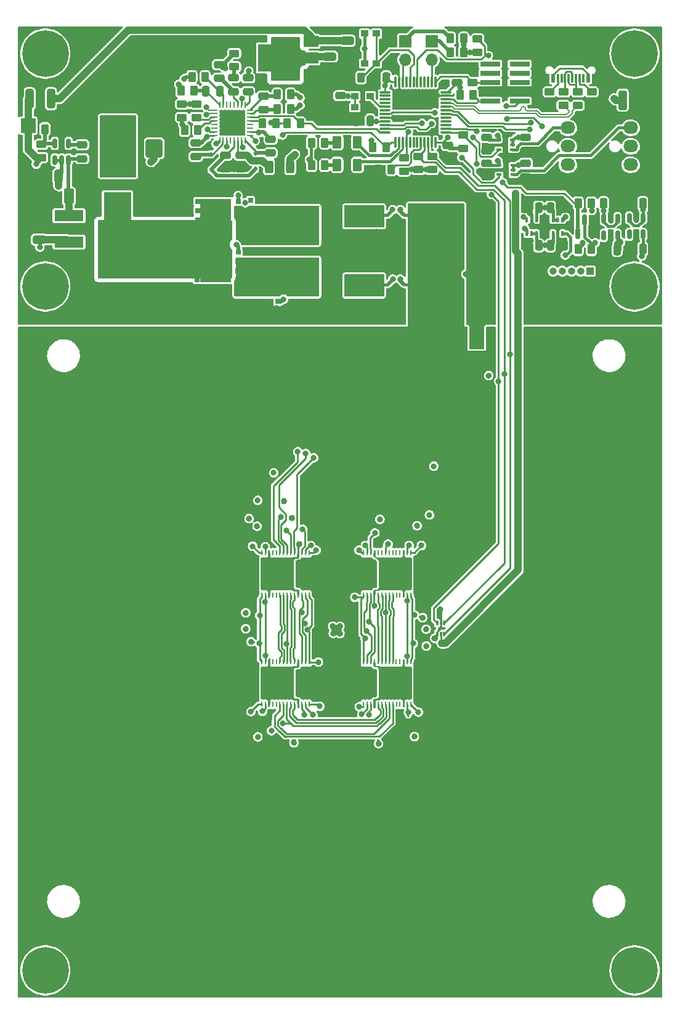
<source format=gtl>
G04 #@! TF.GenerationSoftware,KiCad,Pcbnew,7.0.7-7.0.7~ubuntu22.04.1*
G04 #@! TF.CreationDate,2024-03-04T08:54:28+01:00*
G04 #@! TF.ProjectId,qaxe,71617865-2e6b-4696-9361-645f70636258,rev?*
G04 #@! TF.SameCoordinates,Original*
G04 #@! TF.FileFunction,Copper,L1,Top*
G04 #@! TF.FilePolarity,Positive*
%FSLAX46Y46*%
G04 Gerber Fmt 4.6, Leading zero omitted, Abs format (unit mm)*
G04 Created by KiCad (PCBNEW 7.0.7-7.0.7~ubuntu22.04.1) date 2024-03-04 08:54:28*
%MOMM*%
%LPD*%
G01*
G04 APERTURE LIST*
G04 Aperture macros list*
%AMRoundRect*
0 Rectangle with rounded corners*
0 $1 Rounding radius*
0 $2 $3 $4 $5 $6 $7 $8 $9 X,Y pos of 4 corners*
0 Add a 4 corners polygon primitive as box body*
4,1,4,$2,$3,$4,$5,$6,$7,$8,$9,$2,$3,0*
0 Add four circle primitives for the rounded corners*
1,1,$1+$1,$2,$3*
1,1,$1+$1,$4,$5*
1,1,$1+$1,$6,$7*
1,1,$1+$1,$8,$9*
0 Add four rect primitives between the rounded corners*
20,1,$1+$1,$2,$3,$4,$5,0*
20,1,$1+$1,$4,$5,$6,$7,0*
20,1,$1+$1,$6,$7,$8,$9,0*
20,1,$1+$1,$8,$9,$2,$3,0*%
G04 Aperture macros list end*
G04 #@! TA.AperFunction,SMDPad,CuDef*
%ADD10RoundRect,0.250000X-0.262500X-0.450000X0.262500X-0.450000X0.262500X0.450000X-0.262500X0.450000X0*%
G04 #@! TD*
G04 #@! TA.AperFunction,SMDPad,CuDef*
%ADD11RoundRect,0.250000X-0.475000X0.250000X-0.475000X-0.250000X0.475000X-0.250000X0.475000X0.250000X0*%
G04 #@! TD*
G04 #@! TA.AperFunction,SMDPad,CuDef*
%ADD12RoundRect,0.250000X0.250000X0.475000X-0.250000X0.475000X-0.250000X-0.475000X0.250000X-0.475000X0*%
G04 #@! TD*
G04 #@! TA.AperFunction,SMDPad,CuDef*
%ADD13RoundRect,0.250000X0.650000X-0.325000X0.650000X0.325000X-0.650000X0.325000X-0.650000X-0.325000X0*%
G04 #@! TD*
G04 #@! TA.AperFunction,SMDPad,CuDef*
%ADD14R,0.221000X0.792000*%
G04 #@! TD*
G04 #@! TA.AperFunction,SMDPad,CuDef*
%ADD15R,1.810000X3.900000*%
G04 #@! TD*
G04 #@! TA.AperFunction,SMDPad,CuDef*
%ADD16R,4.530000X4.277000*%
G04 #@! TD*
G04 #@! TA.AperFunction,SMDPad,CuDef*
%ADD17RoundRect,0.250000X0.325000X1.100000X-0.325000X1.100000X-0.325000X-1.100000X0.325000X-1.100000X0*%
G04 #@! TD*
G04 #@! TA.AperFunction,SMDPad,CuDef*
%ADD18R,3.300000X2.800000*%
G04 #@! TD*
G04 #@! TA.AperFunction,SMDPad,CuDef*
%ADD19RoundRect,0.250000X0.450000X-0.262500X0.450000X0.262500X-0.450000X0.262500X-0.450000X-0.262500X0*%
G04 #@! TD*
G04 #@! TA.AperFunction,ComponentPad*
%ADD20C,0.800000*%
G04 #@! TD*
G04 #@! TA.AperFunction,ComponentPad*
%ADD21C,6.400000*%
G04 #@! TD*
G04 #@! TA.AperFunction,SMDPad,CuDef*
%ADD22RoundRect,0.250000X-1.100000X0.325000X-1.100000X-0.325000X1.100000X-0.325000X1.100000X0.325000X0*%
G04 #@! TD*
G04 #@! TA.AperFunction,SMDPad,CuDef*
%ADD23RoundRect,0.250000X-0.312500X-1.075000X0.312500X-1.075000X0.312500X1.075000X-0.312500X1.075000X0*%
G04 #@! TD*
G04 #@! TA.AperFunction,SMDPad,CuDef*
%ADD24RoundRect,0.112500X-0.112500X0.187500X-0.112500X-0.187500X0.112500X-0.187500X0.112500X0.187500X0*%
G04 #@! TD*
G04 #@! TA.AperFunction,SMDPad,CuDef*
%ADD25RoundRect,0.250000X-0.450000X0.262500X-0.450000X-0.262500X0.450000X-0.262500X0.450000X0.262500X0*%
G04 #@! TD*
G04 #@! TA.AperFunction,SMDPad,CuDef*
%ADD26RoundRect,0.250000X-0.362500X-1.075000X0.362500X-1.075000X0.362500X1.075000X-0.362500X1.075000X0*%
G04 #@! TD*
G04 #@! TA.AperFunction,SMDPad,CuDef*
%ADD27RoundRect,0.250000X0.262500X0.450000X-0.262500X0.450000X-0.262500X-0.450000X0.262500X-0.450000X0*%
G04 #@! TD*
G04 #@! TA.AperFunction,SMDPad,CuDef*
%ADD28RoundRect,0.250000X0.475000X-0.250000X0.475000X0.250000X-0.475000X0.250000X-0.475000X-0.250000X0*%
G04 #@! TD*
G04 #@! TA.AperFunction,SMDPad,CuDef*
%ADD29R,0.700000X0.700000*%
G04 #@! TD*
G04 #@! TA.AperFunction,SMDPad,CuDef*
%ADD30R,4.510000X4.350000*%
G04 #@! TD*
G04 #@! TA.AperFunction,SMDPad,CuDef*
%ADD31RoundRect,0.250000X0.375000X0.625000X-0.375000X0.625000X-0.375000X-0.625000X0.375000X-0.625000X0*%
G04 #@! TD*
G04 #@! TA.AperFunction,SMDPad,CuDef*
%ADD32RoundRect,0.250000X-0.900000X1.000000X-0.900000X-1.000000X0.900000X-1.000000X0.900000X1.000000X0*%
G04 #@! TD*
G04 #@! TA.AperFunction,SMDPad,CuDef*
%ADD33R,2.000000X2.000000*%
G04 #@! TD*
G04 #@! TA.AperFunction,SMDPad,CuDef*
%ADD34R,0.400000X0.650000*%
G04 #@! TD*
G04 #@! TA.AperFunction,SMDPad,CuDef*
%ADD35RoundRect,0.250000X-0.325000X-1.100000X0.325000X-1.100000X0.325000X1.100000X-0.325000X1.100000X0*%
G04 #@! TD*
G04 #@! TA.AperFunction,ComponentPad*
%ADD36R,1.700000X1.700000*%
G04 #@! TD*
G04 #@! TA.AperFunction,ComponentPad*
%ADD37O,1.700000X1.700000*%
G04 #@! TD*
G04 #@! TA.AperFunction,SMDPad,CuDef*
%ADD38C,0.500000*%
G04 #@! TD*
G04 #@! TA.AperFunction,SMDPad,CuDef*
%ADD39RoundRect,0.150000X-0.150000X0.512500X-0.150000X-0.512500X0.150000X-0.512500X0.150000X0.512500X0*%
G04 #@! TD*
G04 #@! TA.AperFunction,ComponentPad*
%ADD40R,1.000000X1.000000*%
G04 #@! TD*
G04 #@! TA.AperFunction,ComponentPad*
%ADD41O,1.000000X1.000000*%
G04 #@! TD*
G04 #@! TA.AperFunction,ComponentPad*
%ADD42R,2.030000X1.730000*%
G04 #@! TD*
G04 #@! TA.AperFunction,ComponentPad*
%ADD43O,2.030000X1.730000*%
G04 #@! TD*
G04 #@! TA.AperFunction,SMDPad,CuDef*
%ADD44R,0.650000X0.400000*%
G04 #@! TD*
G04 #@! TA.AperFunction,SMDPad,CuDef*
%ADD45RoundRect,0.250000X1.100000X-0.325000X1.100000X0.325000X-1.100000X0.325000X-1.100000X-0.325000X0*%
G04 #@! TD*
G04 #@! TA.AperFunction,SMDPad,CuDef*
%ADD46R,4.350000X4.510000*%
G04 #@! TD*
G04 #@! TA.AperFunction,SMDPad,CuDef*
%ADD47RoundRect,0.250000X-0.250000X-0.475000X0.250000X-0.475000X0.250000X0.475000X-0.250000X0.475000X0*%
G04 #@! TD*
G04 #@! TA.AperFunction,SMDPad,CuDef*
%ADD48RoundRect,0.250000X0.450000X0.800000X-0.450000X0.800000X-0.450000X-0.800000X0.450000X-0.800000X0*%
G04 #@! TD*
G04 #@! TA.AperFunction,SMDPad,CuDef*
%ADD49R,1.000000X0.900000*%
G04 #@! TD*
G04 #@! TA.AperFunction,SMDPad,CuDef*
%ADD50RoundRect,0.250000X-1.000000X1.500000X-1.000000X-1.500000X1.000000X-1.500000X1.000000X1.500000X0*%
G04 #@! TD*
G04 #@! TA.AperFunction,SMDPad,CuDef*
%ADD51R,4.000000X1.500000*%
G04 #@! TD*
G04 #@! TA.AperFunction,SMDPad,CuDef*
%ADD52RoundRect,0.250000X0.312500X0.625000X-0.312500X0.625000X-0.312500X-0.625000X0.312500X-0.625000X0*%
G04 #@! TD*
G04 #@! TA.AperFunction,SMDPad,CuDef*
%ADD53RoundRect,0.075000X-0.662500X-0.075000X0.662500X-0.075000X0.662500X0.075000X-0.662500X0.075000X0*%
G04 #@! TD*
G04 #@! TA.AperFunction,SMDPad,CuDef*
%ADD54RoundRect,0.075000X-0.075000X-0.662500X0.075000X-0.662500X0.075000X0.662500X-0.075000X0.662500X0*%
G04 #@! TD*
G04 #@! TA.AperFunction,SMDPad,CuDef*
%ADD55RoundRect,0.050000X-0.100000X0.285000X-0.100000X-0.285000X0.100000X-0.285000X0.100000X0.285000X0*%
G04 #@! TD*
G04 #@! TA.AperFunction,ComponentPad*
%ADD56R,2.600000X2.600000*%
G04 #@! TD*
G04 #@! TA.AperFunction,ComponentPad*
%ADD57C,2.600000*%
G04 #@! TD*
G04 #@! TA.AperFunction,SMDPad,CuDef*
%ADD58R,2.760000X0.650000*%
G04 #@! TD*
G04 #@! TA.AperFunction,SMDPad,CuDef*
%ADD59R,3.810000X4.245000*%
G04 #@! TD*
G04 #@! TA.AperFunction,SMDPad,CuDef*
%ADD60RoundRect,0.250000X-0.650000X0.325000X-0.650000X-0.325000X0.650000X-0.325000X0.650000X0.325000X0*%
G04 #@! TD*
G04 #@! TA.AperFunction,SMDPad,CuDef*
%ADD61RoundRect,0.250000X-0.787500X-1.025000X0.787500X-1.025000X0.787500X1.025000X-0.787500X1.025000X0*%
G04 #@! TD*
G04 #@! TA.AperFunction,SMDPad,CuDef*
%ADD62R,2.000000X1.500000*%
G04 #@! TD*
G04 #@! TA.AperFunction,SMDPad,CuDef*
%ADD63R,2.000000X3.800000*%
G04 #@! TD*
G04 #@! TA.AperFunction,SMDPad,CuDef*
%ADD64RoundRect,0.062500X-0.062500X0.375000X-0.062500X-0.375000X0.062500X-0.375000X0.062500X0.375000X0*%
G04 #@! TD*
G04 #@! TA.AperFunction,SMDPad,CuDef*
%ADD65RoundRect,0.062500X-0.375000X0.062500X-0.375000X-0.062500X0.375000X-0.062500X0.375000X0.062500X0*%
G04 #@! TD*
G04 #@! TA.AperFunction,ComponentPad*
%ADD66C,0.500000*%
G04 #@! TD*
G04 #@! TA.AperFunction,SMDPad,CuDef*
%ADD67R,3.450000X3.450000*%
G04 #@! TD*
G04 #@! TA.AperFunction,SMDPad,CuDef*
%ADD68RoundRect,0.150000X0.150000X-0.587500X0.150000X0.587500X-0.150000X0.587500X-0.150000X-0.587500X0*%
G04 #@! TD*
G04 #@! TA.AperFunction,SMDPad,CuDef*
%ADD69R,0.600000X1.150000*%
G04 #@! TD*
G04 #@! TA.AperFunction,SMDPad,CuDef*
%ADD70R,0.300000X1.150000*%
G04 #@! TD*
G04 #@! TA.AperFunction,ComponentPad*
%ADD71O,1.000000X2.100000*%
G04 #@! TD*
G04 #@! TA.AperFunction,ComponentPad*
%ADD72O,1.000000X1.800000*%
G04 #@! TD*
G04 #@! TA.AperFunction,SMDPad,CuDef*
%ADD73RoundRect,0.250000X0.325000X0.650000X-0.325000X0.650000X-0.325000X-0.650000X0.325000X-0.650000X0*%
G04 #@! TD*
G04 #@! TA.AperFunction,ViaPad*
%ADD74C,0.800000*%
G04 #@! TD*
G04 #@! TA.AperFunction,Conductor*
%ADD75C,0.254000*%
G04 #@! TD*
G04 #@! TA.AperFunction,Conductor*
%ADD76C,0.400000*%
G04 #@! TD*
G04 #@! TA.AperFunction,Conductor*
%ADD77C,0.508000*%
G04 #@! TD*
G04 #@! TA.AperFunction,Conductor*
%ADD78C,0.203200*%
G04 #@! TD*
G04 #@! TA.AperFunction,Conductor*
%ADD79C,1.000000*%
G04 #@! TD*
G04 #@! TA.AperFunction,Conductor*
%ADD80C,2.000000*%
G04 #@! TD*
G04 #@! TA.AperFunction,Conductor*
%ADD81C,0.200000*%
G04 #@! TD*
G04 APERTURE END LIST*
G04 #@! TA.AperFunction,EtchedComponent*
G36*
X102930330Y-74223223D02*
G01*
X102223223Y-74930330D01*
X101869670Y-74576777D01*
X102576777Y-73869670D01*
X102930330Y-74223223D01*
G37*
G04 #@! TD.AperFunction*
G04 #@! TA.AperFunction,EtchedComponent*
G36*
X104530330Y-74576777D02*
G01*
X104176777Y-74930330D01*
X103469670Y-74223223D01*
X103823223Y-73869670D01*
X104530330Y-74576777D01*
G37*
G04 #@! TD.AperFunction*
G04 #@! TA.AperFunction,EtchedComponent*
G36*
X104530330Y-65023224D02*
G01*
X104176777Y-65376777D01*
X103469670Y-64669670D01*
X103823223Y-64316117D01*
X104530330Y-65023224D01*
G37*
G04 #@! TD.AperFunction*
G04 #@! TA.AperFunction,EtchedComponent*
G36*
X102930330Y-64669670D02*
G01*
X102223223Y-65376777D01*
X101869670Y-65023224D01*
X102576777Y-64316117D01*
X102930330Y-64669670D01*
G37*
G04 #@! TD.AperFunction*
D10*
X100737500Y-58900000D03*
X102562500Y-58900000D03*
D11*
X115697000Y-58044000D03*
X115697000Y-59944000D03*
D12*
X133626315Y-69976089D03*
X131726315Y-69976089D03*
D13*
X54150000Y-68565000D03*
X54150000Y-65615000D03*
D14*
X91263000Y-111584000D03*
X90761000Y-111584000D03*
X90259000Y-111584000D03*
X89757000Y-111584000D03*
X89255000Y-111584000D03*
X88753000Y-111584000D03*
X88251000Y-111584000D03*
X87749000Y-111584000D03*
X87247000Y-111584000D03*
X86745000Y-111584000D03*
X86243000Y-111584000D03*
X85741000Y-111584000D03*
X85239000Y-111584000D03*
X84737000Y-111584000D03*
X84750000Y-117416000D03*
X85250000Y-117416000D03*
X85750000Y-117416000D03*
X86250000Y-117416000D03*
X86750000Y-117416000D03*
X87247000Y-117416000D03*
X87750000Y-117416000D03*
X88251000Y-117416000D03*
X88753000Y-117416000D03*
X89255000Y-117416000D03*
X89757000Y-117416000D03*
X90250000Y-117416000D03*
X90761000Y-117416000D03*
X91250000Y-117416000D03*
D15*
X90468000Y-114500000D03*
D16*
X86892000Y-114500000D03*
D17*
X105475000Y-78100000D03*
X102525000Y-78100000D03*
D18*
X90180000Y-65440000D03*
X97790000Y-65440000D03*
D10*
X88257500Y-52590000D03*
X90082500Y-52590000D03*
D19*
X54450000Y-57290000D03*
X54450000Y-55465000D03*
D10*
X54937500Y-53377500D03*
X56762500Y-53377500D03*
D20*
X52600000Y-43000000D03*
X53302944Y-41302944D03*
X53302944Y-44697056D03*
X55000000Y-40600000D03*
D21*
X55000000Y-43000000D03*
D20*
X55000000Y-45400000D03*
X56697056Y-41302944D03*
X56697056Y-44697056D03*
X57400000Y-43000000D03*
D22*
X73200000Y-72900000D03*
X73200000Y-75850000D03*
D23*
X52850000Y-49190000D03*
X55775000Y-49190000D03*
D12*
X137126315Y-63556089D03*
X135226315Y-63556089D03*
D11*
X79770000Y-56955000D03*
X79770000Y-58855000D03*
D19*
X114400000Y-42812500D03*
X114400000Y-40987500D03*
D24*
X83870000Y-56755000D03*
X83870000Y-58855000D03*
D25*
X113726000Y-45142500D03*
X113726000Y-46967500D03*
D26*
X100875000Y-65145000D03*
X105500000Y-65145000D03*
D11*
X85017500Y-48835000D03*
X85017500Y-50735000D03*
D27*
X86692000Y-52570000D03*
X84867000Y-52570000D03*
D28*
X111567000Y-46950000D03*
X111567000Y-45050000D03*
D27*
X112512500Y-42800000D03*
X110687500Y-42800000D03*
D29*
X83125000Y-77080000D03*
X84395000Y-77080000D03*
X85665000Y-77080000D03*
X86935000Y-77080000D03*
D30*
X85030000Y-73950000D03*
D29*
X83125000Y-71480000D03*
X84395000Y-71480000D03*
X85665000Y-71480000D03*
X86935000Y-71480000D03*
D31*
X97900000Y-58293000D03*
X95100000Y-58293000D03*
D11*
X120965000Y-54503000D03*
X120965000Y-56403000D03*
D32*
X69960000Y-56020000D03*
X69960000Y-60320000D03*
D33*
X103700000Y-82600000D03*
D34*
X124775200Y-67726600D03*
X125425200Y-67726600D03*
X126075200Y-67726600D03*
X126075200Y-65826600D03*
X125425200Y-65826600D03*
X124775200Y-65826600D03*
D35*
X134350000Y-49400000D03*
X137300000Y-49400000D03*
D12*
X122826315Y-64176089D03*
X120926315Y-64176089D03*
D36*
X108100000Y-41325000D03*
D37*
X108100000Y-43865000D03*
D38*
X102753553Y-74046447D03*
X102046447Y-74753553D03*
D39*
X137176315Y-65576089D03*
X136226315Y-65576089D03*
X135276315Y-65576089D03*
X135276315Y-67851089D03*
X137176315Y-67851089D03*
D40*
X129875000Y-72900000D03*
D41*
X128605000Y-72900000D03*
X127335000Y-72900000D03*
X126065000Y-72900000D03*
X124795000Y-72900000D03*
X123525000Y-72900000D03*
D19*
X124300000Y-50112500D03*
X124300000Y-48287500D03*
D28*
X75670000Y-57140000D03*
X75670000Y-55240000D03*
D42*
X135463000Y-60820000D03*
D43*
X135463000Y-58280000D03*
X135463000Y-55740000D03*
X135463000Y-53200000D03*
D33*
X114300000Y-82600000D03*
D19*
X106261500Y-58949500D03*
X106261500Y-57124500D03*
D36*
X104500000Y-41325000D03*
D37*
X104500000Y-43865000D03*
D13*
X107700000Y-65175000D03*
X107700000Y-62225000D03*
D19*
X128200000Y-50112500D03*
X128200000Y-48287500D03*
D10*
X86870000Y-48605000D03*
X88695000Y-48605000D03*
D19*
X130100000Y-50112500D03*
X130100000Y-48287500D03*
D44*
X117312400Y-54899800D03*
X117312400Y-55549800D03*
X117312400Y-56199800D03*
X119212400Y-56199800D03*
X119212400Y-55549800D03*
X119212400Y-54899800D03*
D27*
X88695000Y-50605000D03*
X86870000Y-50605000D03*
D45*
X110500000Y-65175000D03*
X110500000Y-62225000D03*
D26*
X100887500Y-74825001D03*
X105512500Y-74825001D03*
D29*
X81539000Y-67105000D03*
X81539000Y-65835000D03*
X81539000Y-64565000D03*
X81539000Y-63295000D03*
D46*
X78409000Y-65200000D03*
D29*
X75939000Y-67105000D03*
X75939000Y-65835000D03*
X75939000Y-64565000D03*
X75939000Y-63295000D03*
D11*
X60050000Y-55540000D03*
X60050000Y-57440000D03*
D47*
X124426315Y-69376089D03*
X126326315Y-69376089D03*
D27*
X113812500Y-48700000D03*
X111987500Y-48700000D03*
D11*
X121031000Y-58044000D03*
X121031000Y-59944000D03*
D34*
X122493800Y-65826600D03*
X121843800Y-65826600D03*
X121193800Y-65826600D03*
X121193800Y-67726600D03*
X121843800Y-67726600D03*
X122493800Y-67726600D03*
D45*
X73250000Y-66975000D03*
X73250000Y-64025000D03*
D11*
X110363000Y-55652000D03*
X110363000Y-57552000D03*
D20*
X133600000Y-43000000D03*
X134302944Y-41302944D03*
X134302944Y-44697056D03*
X136000000Y-40600000D03*
D21*
X136000000Y-43000000D03*
D20*
X136000000Y-45400000D03*
X137697056Y-41302944D03*
X137697056Y-44697056D03*
X138400000Y-43000000D03*
D29*
X81500000Y-74105000D03*
X81500000Y-72835000D03*
X81500000Y-71565000D03*
X81500000Y-70295000D03*
D46*
X78370000Y-72200000D03*
D29*
X75900000Y-74105000D03*
X75900000Y-72835000D03*
X75900000Y-71565000D03*
X75900000Y-70295000D03*
D10*
X100015000Y-55878000D03*
X101840000Y-55878000D03*
D31*
X97899750Y-55199000D03*
X95099750Y-55199000D03*
D48*
X58250000Y-62590000D03*
X53850000Y-62590000D03*
D19*
X104300000Y-59175000D03*
X104300000Y-57350000D03*
D49*
X97538000Y-50386000D03*
X99688000Y-50386000D03*
X99688000Y-48836000D03*
X97538000Y-48836000D03*
D14*
X91263000Y-126584000D03*
X90761000Y-126584000D03*
X90259000Y-126584000D03*
X89757000Y-126584000D03*
X89255000Y-126584000D03*
X88753000Y-126584000D03*
X88251000Y-126584000D03*
X87749000Y-126584000D03*
X87247000Y-126584000D03*
X86745000Y-126584000D03*
X86243000Y-126584000D03*
X85741000Y-126584000D03*
X85239000Y-126584000D03*
X84737000Y-126584000D03*
X84750000Y-132416000D03*
X85250000Y-132416000D03*
X85750000Y-132416000D03*
X86250000Y-132416000D03*
X86750000Y-132416000D03*
X87247000Y-132416000D03*
X87750000Y-132416000D03*
X88251000Y-132416000D03*
X88753000Y-132416000D03*
X89255000Y-132416000D03*
X89757000Y-132416000D03*
X90250000Y-132416000D03*
X90761000Y-132416000D03*
X91250000Y-132416000D03*
D15*
X90468000Y-129500000D03*
D16*
X86892000Y-129500000D03*
D28*
X82870000Y-48240000D03*
X82870000Y-46340000D03*
D12*
X122826315Y-69376089D03*
X120926315Y-69376089D03*
D19*
X108166500Y-58949500D03*
X108166500Y-57124500D03*
D20*
X133600000Y-169000000D03*
X134302944Y-167302944D03*
X134302944Y-170697056D03*
X136000000Y-166600000D03*
D21*
X136000000Y-169000000D03*
D20*
X136000000Y-171400000D03*
X137697056Y-167302944D03*
X137697056Y-170697056D03*
X138400000Y-169000000D03*
D17*
X105475000Y-68400000D03*
X102525000Y-68400000D03*
D38*
X103646447Y-74046447D03*
X104353553Y-74753553D03*
D25*
X73780000Y-49945000D03*
X73780000Y-51770000D03*
D19*
X126200000Y-50112500D03*
X126200000Y-48287500D03*
D50*
X63710000Y-71150000D03*
X63710000Y-77650000D03*
D39*
X58200000Y-55340000D03*
X57250000Y-55340000D03*
X56300000Y-55340000D03*
X56300000Y-57615000D03*
X57250000Y-57615000D03*
X58200000Y-57615000D03*
D14*
X98737000Y-117416000D03*
X99239000Y-117416000D03*
X99741000Y-117416000D03*
X100243000Y-117416000D03*
X100745000Y-117416000D03*
X101247000Y-117416000D03*
X101749000Y-117416000D03*
X102251000Y-117416000D03*
X102753000Y-117416000D03*
X103255000Y-117416000D03*
X103757000Y-117416000D03*
X104259000Y-117416000D03*
X104761000Y-117416000D03*
X105263000Y-117416000D03*
X105250000Y-111584000D03*
X104750000Y-111584000D03*
X104250000Y-111584000D03*
X103750000Y-111584000D03*
X103250000Y-111584000D03*
X102753000Y-111584000D03*
X102250000Y-111584000D03*
X101749000Y-111584000D03*
X101247000Y-111584000D03*
X100745000Y-111584000D03*
X100243000Y-111584000D03*
X99750000Y-111584000D03*
X99239000Y-111584000D03*
X98750000Y-111584000D03*
D15*
X99532000Y-114500000D03*
D16*
X103108000Y-114500000D03*
D12*
X137126315Y-69856089D03*
X135226315Y-69856089D03*
D51*
X58250000Y-65290000D03*
X58250000Y-68890000D03*
D10*
X91589250Y-55245000D03*
X93414250Y-55245000D03*
D27*
X130058815Y-69876089D03*
X128233815Y-69876089D03*
D47*
X124426315Y-64176089D03*
X126326315Y-64176089D03*
D10*
X74147500Y-53520000D03*
X75972500Y-53520000D03*
D28*
X80870000Y-48230000D03*
X80870000Y-46330000D03*
D39*
X133676315Y-65696089D03*
X132726315Y-65696089D03*
X131776315Y-65696089D03*
X131776315Y-67971089D03*
X133676315Y-67971089D03*
D20*
X52600000Y-75000000D03*
X53302944Y-73302944D03*
X53302944Y-76697056D03*
X55000000Y-72600000D03*
D21*
X55000000Y-75000000D03*
D20*
X55000000Y-77400000D03*
X56697056Y-73302944D03*
X56697056Y-76697056D03*
X57400000Y-75000000D03*
D12*
X101880500Y-46300000D03*
X99980500Y-46300000D03*
D47*
X131726315Y-63576089D03*
X133626315Y-63576089D03*
D14*
X98737000Y-132416000D03*
X99239000Y-132416000D03*
X99741000Y-132416000D03*
X100243000Y-132416000D03*
X100745000Y-132416000D03*
X101247000Y-132416000D03*
X101749000Y-132416000D03*
X102251000Y-132416000D03*
X102753000Y-132416000D03*
X103255000Y-132416000D03*
X103757000Y-132416000D03*
X104259000Y-132416000D03*
X104761000Y-132416000D03*
X105263000Y-132416000D03*
X105250000Y-126584000D03*
X104750000Y-126584000D03*
X104250000Y-126584000D03*
X103750000Y-126584000D03*
X103250000Y-126584000D03*
X102753000Y-126584000D03*
X102250000Y-126584000D03*
X101749000Y-126584000D03*
X101247000Y-126584000D03*
X100745000Y-126584000D03*
X100243000Y-126584000D03*
X99750000Y-126584000D03*
X99239000Y-126584000D03*
X98750000Y-126584000D03*
D15*
X99532000Y-129500000D03*
D16*
X103108000Y-129500000D03*
D42*
X126827000Y-60820000D03*
D43*
X126827000Y-58280000D03*
X126827000Y-55740000D03*
X126827000Y-53200000D03*
D20*
X133600000Y-75000000D03*
X134302944Y-73302944D03*
X134302944Y-76697056D03*
X136000000Y-72600000D03*
D21*
X136000000Y-75000000D03*
D20*
X136000000Y-77400000D03*
X137697056Y-73302944D03*
X137697056Y-76697056D03*
X138400000Y-75000000D03*
D19*
X75770000Y-51792500D03*
X75770000Y-49967500D03*
D12*
X99650000Y-52222400D03*
X97750000Y-52222400D03*
D52*
X88672500Y-58580000D03*
X85747500Y-58580000D03*
D28*
X78870000Y-46405000D03*
X78870000Y-44505000D03*
D27*
X75470000Y-48105000D03*
X73645000Y-48105000D03*
D53*
X101718000Y-48302000D03*
X101718000Y-48802000D03*
X101718000Y-49302000D03*
X101718000Y-49802000D03*
X101718000Y-50302000D03*
X101718000Y-50802000D03*
X101718000Y-51302000D03*
X101718000Y-51802000D03*
X101718000Y-52302000D03*
X101718000Y-52802000D03*
X101718000Y-53302000D03*
X101718000Y-53802000D03*
D54*
X103130500Y-55214500D03*
X103630500Y-55214500D03*
X104130500Y-55214500D03*
X104630500Y-55214500D03*
X105130500Y-55214500D03*
X105630500Y-55214500D03*
X106130500Y-55214500D03*
X106630500Y-55214500D03*
X107130500Y-55214500D03*
X107630500Y-55214500D03*
X108130500Y-55214500D03*
X108630500Y-55214500D03*
D53*
X110043000Y-53802000D03*
X110043000Y-53302000D03*
X110043000Y-52802000D03*
X110043000Y-52302000D03*
X110043000Y-51802000D03*
X110043000Y-51302000D03*
X110043000Y-50802000D03*
X110043000Y-50302000D03*
X110043000Y-49802000D03*
X110043000Y-49302000D03*
X110043000Y-48802000D03*
X110043000Y-48302000D03*
D54*
X108630500Y-46889500D03*
X108130500Y-46889500D03*
X107630500Y-46889500D03*
X107130500Y-46889500D03*
X106630500Y-46889500D03*
X106130500Y-46889500D03*
X105630500Y-46889500D03*
X105130500Y-46889500D03*
X104630500Y-46889500D03*
X104130500Y-46889500D03*
X103630500Y-46889500D03*
X103130500Y-46889500D03*
D38*
X104353553Y-65200000D03*
X103646447Y-64492894D03*
D55*
X109850000Y-121260000D03*
X109350000Y-121260000D03*
X108850000Y-121260000D03*
X108850000Y-122740000D03*
X109350000Y-122740000D03*
X109850000Y-122740000D03*
D33*
X52650000Y-52890000D03*
D56*
X65000000Y-53200000D03*
D57*
X65000000Y-47200000D03*
X60300000Y-50200000D03*
D58*
X120191000Y-49484000D03*
X116151000Y-49484000D03*
X120191000Y-48214000D03*
X116151000Y-48214000D03*
X120191000Y-46944000D03*
X116151000Y-46944000D03*
X120191000Y-45674000D03*
X116151000Y-45674000D03*
X120191000Y-44404000D03*
X116151000Y-44404000D03*
D17*
X105475000Y-71600000D03*
X102525000Y-71600000D03*
D38*
X102046447Y-65200000D03*
X102753553Y-64492894D03*
D59*
X64900000Y-64187500D03*
X64900000Y-57812500D03*
D60*
X96500000Y-41238000D03*
X96500000Y-44188000D03*
D10*
X91589500Y-58339000D03*
X93414500Y-58339000D03*
X96587500Y-46300000D03*
X98412500Y-46300000D03*
D61*
X107787500Y-78100000D03*
X114012500Y-78100000D03*
D18*
X90180000Y-74838000D03*
X97790000Y-74838000D03*
D11*
X95565000Y-48788000D03*
X95565000Y-50688000D03*
D62*
X91522000Y-45902000D03*
X91522000Y-43602000D03*
D63*
X85222000Y-43602000D03*
D62*
X91522000Y-41302000D03*
D27*
X112512500Y-40900000D03*
X110687500Y-40900000D03*
D64*
X82457500Y-50067500D03*
X81957500Y-50067500D03*
X81457500Y-50067500D03*
X80957500Y-50067500D03*
X80457500Y-50067500D03*
X79957500Y-50067500D03*
X79457500Y-50067500D03*
X78957500Y-50067500D03*
D65*
X78270000Y-50755000D03*
X78270000Y-51255000D03*
X78270000Y-51755000D03*
X78270000Y-52255000D03*
X78270000Y-52755000D03*
X78270000Y-53255000D03*
X78270000Y-53755000D03*
X78270000Y-54255000D03*
D64*
X78957500Y-54942500D03*
X79457500Y-54942500D03*
X79957500Y-54942500D03*
X80457500Y-54942500D03*
X80957500Y-54942500D03*
X81457500Y-54942500D03*
X81957500Y-54942500D03*
X82457500Y-54942500D03*
D65*
X83145000Y-54255000D03*
X83145000Y-53755000D03*
X83145000Y-53255000D03*
X83145000Y-52755000D03*
X83145000Y-52255000D03*
X83145000Y-51755000D03*
X83145000Y-51255000D03*
X83145000Y-50755000D03*
D66*
X81707500Y-51505000D03*
X80707500Y-51505000D03*
X79707500Y-51505000D03*
X81707500Y-52505000D03*
X80707500Y-52505000D03*
D67*
X80707500Y-52505000D03*
D66*
X79707500Y-52505000D03*
X81707500Y-53505000D03*
X80707500Y-53505000D03*
X79707500Y-53505000D03*
D49*
X100500000Y-40250000D03*
X100500000Y-44350000D03*
X98900000Y-40250000D03*
X98900000Y-44350000D03*
D11*
X115631000Y-54503000D03*
X115631000Y-56403000D03*
D68*
X128196315Y-67703589D03*
X130096315Y-67703589D03*
X129146315Y-65828589D03*
D29*
X87000000Y-63187500D03*
X85730000Y-63187500D03*
X84460000Y-63187500D03*
X83190000Y-63187500D03*
D30*
X85095000Y-66317500D03*
D29*
X87000000Y-68787500D03*
X85730000Y-68787500D03*
X84460000Y-68787500D03*
X83190000Y-68787500D03*
D69*
X130400000Y-46380000D03*
X129600000Y-46380000D03*
D70*
X128450000Y-46380000D03*
X127450000Y-46380000D03*
X126950000Y-46380000D03*
X125950000Y-46380000D03*
D69*
X124800000Y-46380000D03*
X124000000Y-46380000D03*
X124000000Y-46380000D03*
X124800000Y-46380000D03*
D70*
X125450000Y-46380000D03*
X126450000Y-46380000D03*
X127950000Y-46380000D03*
X128950000Y-46380000D03*
D69*
X129600000Y-46380000D03*
X130400000Y-46380000D03*
D71*
X131520000Y-45805000D03*
D72*
X131520000Y-41625000D03*
D71*
X122880000Y-45805000D03*
D72*
X122880000Y-41625000D03*
D44*
X117363200Y-58328800D03*
X117363200Y-58978800D03*
X117363200Y-59628800D03*
X119263200Y-59628800D03*
X119263200Y-58978800D03*
X119263200Y-58328800D03*
D61*
X107787500Y-68500000D03*
X114012500Y-68500000D03*
D22*
X69900000Y-72875000D03*
X69900000Y-75825000D03*
D45*
X70000000Y-66975000D03*
X70000000Y-64025000D03*
D24*
X77770000Y-56855000D03*
X77770000Y-58955000D03*
D12*
X78970000Y-48155000D03*
X77070000Y-48155000D03*
D27*
X76970000Y-46205000D03*
X75145000Y-46205000D03*
D28*
X81870000Y-58855000D03*
X81870000Y-56955000D03*
D61*
X107787500Y-73300000D03*
X114012500Y-73300000D03*
D11*
X85970000Y-54755000D03*
X85970000Y-56655000D03*
D10*
X128233815Y-63576089D03*
X130058815Y-63576089D03*
D19*
X112413000Y-56028500D03*
X112413000Y-54203500D03*
D73*
X56825000Y-59890000D03*
X53875000Y-59890000D03*
D60*
X94087000Y-43397000D03*
X94087000Y-46347000D03*
D20*
X52600000Y-169000000D03*
X53302944Y-167302944D03*
X53302944Y-170697056D03*
X55000000Y-166600000D03*
D21*
X55000000Y-169000000D03*
D20*
X55000000Y-171400000D03*
X56697056Y-167302944D03*
X56697056Y-170697056D03*
X57400000Y-169000000D03*
D19*
X80970000Y-44805000D03*
X80970000Y-42980000D03*
D74*
X99900000Y-58900000D03*
X83000000Y-106900000D03*
X84750000Y-62000000D03*
X87820600Y-104496163D03*
X107300000Y-60250000D03*
X69500000Y-62000000D03*
X72500000Y-63000000D03*
X68500000Y-62000000D03*
X83750000Y-79000000D03*
X103500000Y-116000000D03*
X131200000Y-50000000D03*
X101500000Y-77100000D03*
X110363000Y-45085000D03*
X116500000Y-78000000D03*
X88500000Y-130000000D03*
X84225000Y-136900000D03*
X88500000Y-128000000D03*
X104500000Y-116000000D03*
X103251000Y-48260000D03*
X73500000Y-63000000D03*
X100800000Y-137825000D03*
X85500000Y-128000000D03*
X116500000Y-74000000D03*
X116500000Y-72000000D03*
X110300000Y-61250000D03*
X70500000Y-63000000D03*
X100210000Y-118906900D03*
X101500000Y-114000000D03*
X85750000Y-61000000D03*
X70750000Y-78125000D03*
X138400000Y-49500000D03*
X116500000Y-65000000D03*
X94500000Y-121700000D03*
X84100000Y-107950000D03*
X101400000Y-129000000D03*
X102500000Y-115000000D03*
X101400000Y-131000000D03*
X135926315Y-64256089D03*
X101400000Y-128000000D03*
X115500000Y-79000000D03*
X116500000Y-69000000D03*
X88500000Y-115000000D03*
X115500000Y-71000000D03*
X86750000Y-61000000D03*
X108493168Y-123340990D03*
X67750000Y-78125000D03*
X54150000Y-64290000D03*
X109300000Y-61250000D03*
X86500000Y-131000000D03*
X115500000Y-68000000D03*
X74750000Y-78125000D03*
X86500000Y-128000000D03*
X80982221Y-58922537D03*
X132462854Y-69111393D03*
X115500000Y-64000000D03*
X67750000Y-77125000D03*
X104240171Y-128071787D03*
X115500000Y-69000000D03*
X100500000Y-70500000D03*
X108900000Y-48800000D03*
X116500000Y-70000000D03*
X82750000Y-61000000D03*
X118022800Y-55524400D03*
X84750000Y-61000000D03*
X102500000Y-113000000D03*
X95583000Y-45667000D03*
X69750000Y-78125000D03*
X123200000Y-50000000D03*
X115500000Y-78000000D03*
X98806000Y-51181000D03*
X87750000Y-62000000D03*
X101500000Y-113000000D03*
X101500000Y-68500000D03*
X71750000Y-78125000D03*
X57250000Y-54190000D03*
X102902589Y-51797740D03*
X82750000Y-79000000D03*
X92945104Y-46232600D03*
X84750000Y-79000000D03*
X121716800Y-68732400D03*
X102400000Y-128000000D03*
X107370000Y-124420000D03*
X102400000Y-131000000D03*
X101400000Y-130000000D03*
X115500000Y-76000000D03*
X73750000Y-78125000D03*
X101500000Y-115000000D03*
X85750000Y-62000000D03*
X116500000Y-68000000D03*
X82750000Y-78000000D03*
X87500000Y-114000000D03*
X101500000Y-79100000D03*
X66750000Y-77125000D03*
X97000000Y-52300000D03*
X112800000Y-73300000D03*
X89940000Y-110440000D03*
X87500000Y-130000000D03*
X101000000Y-107000000D03*
X108300000Y-61250000D03*
X101500000Y-116000000D03*
X89175000Y-137700000D03*
X72750000Y-77125000D03*
X104240171Y-131065500D03*
X115500000Y-67000000D03*
X102400000Y-130000000D03*
X87750000Y-79000000D03*
X87500000Y-131000000D03*
X121894600Y-66548000D03*
X74750000Y-77125000D03*
X106863165Y-120520505D03*
X100500000Y-72500000D03*
X132901315Y-64301089D03*
X116500000Y-79000000D03*
X88500000Y-131000000D03*
X84750000Y-78000000D03*
X86750000Y-62000000D03*
X100500000Y-68500000D03*
X70500000Y-62000000D03*
X130326315Y-66676089D03*
X72750000Y-78125000D03*
X115951000Y-87249000D03*
X111300000Y-60250000D03*
X68750000Y-77125000D03*
X111300000Y-61250000D03*
X85500000Y-116000000D03*
X125526800Y-64211200D03*
X68750000Y-78125000D03*
X86500000Y-116000000D03*
X71500000Y-63000000D03*
X115500000Y-66000000D03*
X101500000Y-70500000D03*
X83750000Y-78000000D03*
X68500000Y-63000000D03*
X95600000Y-51600000D03*
X115500000Y-75000000D03*
X88500000Y-113000000D03*
X88500000Y-116000000D03*
X87500000Y-129000000D03*
X73750000Y-77125000D03*
X82750000Y-62000000D03*
X100500000Y-71500000D03*
X107350000Y-122100000D03*
X72500000Y-62000000D03*
X88500000Y-114000000D03*
X101500000Y-78100000D03*
X74500000Y-63000000D03*
X74500000Y-62000000D03*
X85500000Y-131000000D03*
X69500000Y-63000000D03*
X83277592Y-123827592D03*
X85750000Y-79000000D03*
X116500000Y-67000000D03*
X65750000Y-77125000D03*
X100500000Y-67500000D03*
X94591609Y-122669812D03*
X87750000Y-61000000D03*
X111300000Y-57700000D03*
X101500000Y-69500000D03*
X121868392Y-56997600D03*
X116500000Y-66000000D03*
X121000000Y-63056089D03*
X103500000Y-113000000D03*
X118097600Y-48235529D03*
X88500000Y-129000000D03*
X109300000Y-60250000D03*
X72500000Y-48100000D03*
X101378999Y-67621001D03*
X87500000Y-128000000D03*
X116500000Y-71000000D03*
X87750000Y-78000000D03*
X125399800Y-66852800D03*
X115500000Y-70000000D03*
X88920600Y-106815430D03*
X86750000Y-78000000D03*
X70750000Y-77125000D03*
X85750000Y-78000000D03*
X102500000Y-116000000D03*
X71750000Y-77125000D03*
X101500000Y-72500000D03*
X102400000Y-129000000D03*
X100500000Y-77100000D03*
X103400000Y-131000000D03*
X82550000Y-119850000D03*
X101500000Y-71500000D03*
X116500000Y-77000000D03*
X82550000Y-122050000D03*
X115500000Y-73000000D03*
X116500000Y-64000000D03*
X87500000Y-113000000D03*
X106109038Y-107879281D03*
X85500000Y-113000000D03*
X95500000Y-121700000D03*
X112800000Y-45142500D03*
X135900000Y-69200000D03*
X104500000Y-113000000D03*
X100500000Y-69500000D03*
X108095637Y-54033093D03*
X110300000Y-60250000D03*
X66750000Y-78125000D03*
X116500000Y-73000000D03*
X115500000Y-74000000D03*
X108300000Y-60250000D03*
X103400000Y-128000000D03*
X83750000Y-61000000D03*
X71500000Y-62000000D03*
X109300000Y-119399998D03*
X65750000Y-78125000D03*
X115500000Y-77000000D03*
X118186200Y-58953400D03*
X73500000Y-62000000D03*
X83750000Y-62000000D03*
X115500000Y-72000000D03*
X86500000Y-113000000D03*
X100100000Y-47432800D03*
X105750000Y-136850000D03*
X116500000Y-75000000D03*
X115500000Y-65000000D03*
X69750000Y-77125000D03*
X53875000Y-61090000D03*
X102500000Y-114000000D03*
X86750000Y-79000000D03*
X87500000Y-115000000D03*
X87500000Y-116000000D03*
X116500000Y-76000000D03*
X95500000Y-122700000D03*
X107300000Y-61250000D03*
X100500000Y-79100000D03*
X119989600Y-60553600D03*
X100500000Y-78100000D03*
X83500000Y-110700000D03*
X107800000Y-106400000D03*
X86075000Y-136050000D03*
X105747744Y-120147606D03*
X105577063Y-124068184D03*
X123672600Y-69376089D03*
X84200000Y-104400000D03*
X106300000Y-133500000D03*
X83270000Y-133430000D03*
X136989404Y-70819178D03*
X84430792Y-124060158D03*
X106700000Y-110600000D03*
X128826315Y-68976085D03*
X84462168Y-120211447D03*
X99500000Y-115000000D03*
X91500000Y-113000000D03*
X105500000Y-84000000D03*
X92500000Y-113000000D03*
X97500000Y-131000000D03*
X108500000Y-83000000D03*
X92500000Y-116000000D03*
X106500000Y-83000000D03*
X90500000Y-128000000D03*
X91500000Y-114000000D03*
X108500000Y-82000000D03*
X98500000Y-131000000D03*
X90500000Y-116000000D03*
X111500000Y-81000000D03*
X90500000Y-113000000D03*
X99500000Y-114000000D03*
X91500000Y-116000000D03*
X90500000Y-114000000D03*
X90500000Y-131000000D03*
X92822409Y-124742409D03*
X97500000Y-128000000D03*
X111500000Y-83000000D03*
X90500000Y-115000000D03*
X110500000Y-81000000D03*
X99500000Y-116000000D03*
X107500000Y-81000000D03*
X91500000Y-129000000D03*
X92500000Y-131000000D03*
X99500000Y-129000000D03*
X97500000Y-113000000D03*
X91500000Y-130000000D03*
X92492614Y-128021114D03*
X110500000Y-82000000D03*
X92500000Y-129000000D03*
X107500000Y-82000000D03*
X105500000Y-81000000D03*
X99500000Y-131000000D03*
X110500000Y-83000000D03*
X98500000Y-116000000D03*
X99500000Y-113000000D03*
X90500000Y-129000000D03*
X109500000Y-82000000D03*
X98002966Y-126459688D03*
X105500000Y-82000000D03*
X98500000Y-115000000D03*
X92500000Y-114000000D03*
X97500000Y-130000000D03*
X98500000Y-128000000D03*
X91500000Y-131000000D03*
X98500000Y-129000000D03*
X109100000Y-73300000D03*
X109500000Y-83000000D03*
X107500000Y-83000000D03*
X98500000Y-114000000D03*
X97500000Y-116000000D03*
X106500000Y-81000000D03*
X91500000Y-128000000D03*
X110500000Y-84000000D03*
X91500000Y-115000000D03*
X107500000Y-84000000D03*
X90500000Y-130000000D03*
X99500000Y-130000000D03*
X97500000Y-129000000D03*
X98500000Y-113000000D03*
X108500000Y-84000000D03*
X97500000Y-114000000D03*
X105500000Y-83000000D03*
X108500000Y-81000000D03*
X106500000Y-84000000D03*
X97500000Y-115000000D03*
X98500000Y-130000000D03*
X99500000Y-128000000D03*
X106500000Y-82000000D03*
X111500000Y-82000000D03*
X109500000Y-84000000D03*
X92500000Y-115000000D03*
X111500000Y-84000000D03*
X109500000Y-81000000D03*
X92500000Y-130000000D03*
X82250000Y-75250000D03*
X77242408Y-54468969D03*
X120040400Y-58328800D03*
X120040400Y-54503000D03*
X94000000Y-41238000D03*
X105000000Y-110600000D03*
X85232223Y-110767777D03*
X108400000Y-99700000D03*
X104750000Y-125780000D03*
X85250000Y-125700000D03*
X86400000Y-100599986D03*
X104750000Y-118220000D03*
X84849875Y-133380125D03*
X104918635Y-133500311D03*
X133956879Y-68902402D03*
X85178448Y-118323878D03*
X89700000Y-97700000D03*
X120929400Y-67081400D03*
X90800000Y-97952400D03*
X126466600Y-70688200D03*
X91900000Y-98547600D03*
X130600000Y-69000000D03*
X87400000Y-106660600D03*
X88180000Y-108531410D03*
X54250000Y-69590000D03*
X53750000Y-58190000D03*
X90369998Y-108380002D03*
X99500000Y-133875000D03*
X91500000Y-110600000D03*
X98500000Y-133800000D03*
X92246326Y-111243141D03*
X98160468Y-132755085D03*
X92540000Y-126620000D03*
X90985412Y-122188552D03*
X97540000Y-117710000D03*
X98960000Y-123354882D03*
X90694079Y-121281802D03*
X105300000Y-58949500D03*
X110318600Y-54505317D03*
X100500000Y-52302000D03*
X88333000Y-43617000D03*
X88333000Y-44617000D03*
X120015000Y-85471000D03*
X99850000Y-54950000D03*
X123723400Y-64176089D03*
X89333000Y-42617000D03*
X91296287Y-57547213D03*
X111987500Y-47700000D03*
X112512500Y-41800000D03*
X109500003Y-123999997D03*
X107400000Y-58949500D03*
X96600000Y-48836000D03*
X87333000Y-43617000D03*
X137176315Y-64456089D03*
X87333000Y-42617000D03*
X131776315Y-64576089D03*
X89333000Y-43617000D03*
X113400000Y-42800000D03*
X89333000Y-44617000D03*
X98900000Y-42300000D03*
X117221000Y-57734200D03*
X117144800Y-54254400D03*
X87333000Y-44617000D03*
X130126315Y-64576089D03*
X119655569Y-62185777D03*
X101718000Y-47432800D03*
X88333000Y-42617000D03*
X99148638Y-122336741D03*
X90277581Y-119761718D03*
X99490000Y-121051790D03*
X98100000Y-111250000D03*
X98990229Y-110600000D03*
X100310000Y-108880000D03*
X67399998Y-66700000D03*
X62900000Y-66700000D03*
X56850000Y-61190000D03*
X133200000Y-49200000D03*
X89290600Y-56850000D03*
X69535000Y-57865000D03*
X84370000Y-53870000D03*
X88000000Y-64500000D03*
X83870000Y-55005000D03*
X81500000Y-62500000D03*
X82170000Y-55903100D03*
X82500000Y-63500000D03*
X77175000Y-51375000D03*
X77175000Y-50350000D03*
X78470000Y-55405000D03*
X81250000Y-69250000D03*
X90011041Y-49050267D03*
X103782500Y-64441447D03*
X79970000Y-55805000D03*
X87750000Y-76750000D03*
X102732500Y-64441447D03*
X90011041Y-50100267D03*
X102750000Y-73999984D03*
X74094292Y-46474361D03*
X82021746Y-49204474D03*
X74830000Y-49980000D03*
X103795000Y-74000000D03*
X73351828Y-47216825D03*
X88114200Y-124097508D03*
X101779550Y-119833698D03*
X102118241Y-110394259D03*
X87598100Y-135018336D03*
X92740000Y-132701900D03*
X91798100Y-133875000D03*
X90610698Y-133830960D03*
X115900000Y-43299998D03*
X118415872Y-51977400D03*
X104902000Y-53721000D03*
X123317000Y-53000000D03*
X117300000Y-88011000D03*
X116332000Y-62357000D03*
X114300000Y-58166000D03*
X118110000Y-86995000D03*
X118872000Y-84328000D03*
X108532604Y-51136600D03*
X118364000Y-50165000D03*
X87600000Y-54200000D03*
X77286422Y-53401883D03*
X114300000Y-53663800D03*
X117856000Y-60706000D03*
X121793000Y-52495400D03*
X126492000Y-65452989D03*
X120726200Y-65452989D03*
X121556211Y-53417898D03*
X106807000Y-52578000D03*
X112268000Y-57277000D03*
X108083364Y-52622371D03*
X113805441Y-54477729D03*
X79718100Y-45000000D03*
X73865841Y-52700841D03*
X86021942Y-52461058D03*
X82970000Y-45405000D03*
D75*
X102919592Y-56440008D02*
X102844600Y-56515000D01*
X103143689Y-56440008D02*
X102919592Y-56440008D01*
X103630500Y-55953197D02*
X103143689Y-56440008D01*
D76*
X99519378Y-56946800D02*
X102412800Y-56946800D01*
D75*
X103630500Y-55214500D02*
X103630500Y-55953197D01*
D76*
X97899750Y-55199000D02*
X97899750Y-55327172D01*
X102412800Y-56946800D02*
X102844600Y-56515000D01*
X97899750Y-55327172D02*
X99519378Y-56946800D01*
X97900000Y-58293000D02*
X98345400Y-57847600D01*
X98345400Y-57847600D02*
X102333008Y-57847600D01*
X102333008Y-57847600D02*
X103261200Y-56919408D01*
X103261200Y-56919408D02*
X103269408Y-56919408D01*
D75*
X106630500Y-55214500D02*
X106630500Y-55953197D01*
X106333697Y-56250000D02*
X105674815Y-56250000D01*
X106630500Y-55953197D02*
X106333697Y-56250000D01*
X103150500Y-58312000D02*
X102562500Y-58900000D01*
X105674815Y-56250000D02*
X105282100Y-56642715D01*
X105282100Y-56642715D02*
X105282100Y-57912900D01*
X105282100Y-57912900D02*
X104883000Y-58312000D01*
X104883000Y-58312000D02*
X103150500Y-58312000D01*
X104130500Y-55214500D02*
X104130500Y-56058315D01*
X104130500Y-56058315D02*
X103269408Y-56919408D01*
D77*
X99850000Y-55713000D02*
X99850000Y-54950000D01*
X100015000Y-55878000D02*
X99850000Y-55713000D01*
D75*
X100737500Y-58900000D02*
X99900000Y-58900000D01*
D76*
X121843800Y-65826600D02*
X121843800Y-66497200D01*
D75*
X85750000Y-130750000D02*
X85750000Y-130642000D01*
X104259000Y-115651000D02*
X103108000Y-114500000D01*
D76*
X117997400Y-55549800D02*
X118022800Y-55524400D01*
D77*
X135882404Y-69200000D02*
X135226315Y-69856089D01*
D75*
X120926315Y-69376089D02*
X121073111Y-69376089D01*
X97880500Y-52302000D02*
X97002000Y-52302000D01*
X85500000Y-131000000D02*
X85750000Y-130750000D01*
X85741000Y-111584000D02*
X85741000Y-113349000D01*
D78*
X100868000Y-127260000D02*
X103108000Y-129500000D01*
D75*
X85750000Y-131250000D02*
X85500000Y-131000000D01*
X110043000Y-48802000D02*
X108902000Y-48802000D01*
X85741000Y-113349000D02*
X86892000Y-114500000D01*
X89757000Y-112234000D02*
X89720400Y-112270600D01*
D79*
X135226315Y-69856089D02*
X135243911Y-69856089D01*
X53875000Y-62565000D02*
X53850000Y-62590000D01*
D76*
X80914684Y-58855000D02*
X80982221Y-58922537D01*
D75*
X85750000Y-117416000D02*
X85750000Y-115642000D01*
X89121400Y-116729400D02*
X86892000Y-114500000D01*
X85741000Y-127759000D02*
X85500000Y-128000000D01*
X108130500Y-54067956D02*
X108095637Y-54033093D01*
X108130500Y-55214500D02*
X108130500Y-54067956D01*
D78*
X100243000Y-117416000D02*
X100243000Y-118873900D01*
X102800000Y-114500000D02*
X103108000Y-114500000D01*
D76*
X136226315Y-65576089D02*
X136226315Y-64556089D01*
D75*
X109350000Y-121889158D02*
X108850000Y-122389158D01*
X89757000Y-111584000D02*
X89757000Y-110623000D01*
D77*
X135900000Y-69200000D02*
X135882404Y-69200000D01*
D75*
X99980500Y-46252000D02*
X99980500Y-47313300D01*
D76*
X132726315Y-64476089D02*
X132901315Y-64301089D01*
D79*
X54150000Y-62890000D02*
X53850000Y-62590000D01*
D75*
X89720400Y-112270600D02*
X89121400Y-112270600D01*
X95565000Y-50688000D02*
X95565000Y-51565000D01*
X97002000Y-52302000D02*
X97000000Y-52300000D01*
X103630500Y-46889500D02*
X103630500Y-47880500D01*
D76*
X120599200Y-59944000D02*
X119989600Y-60553600D01*
D75*
X108493168Y-123340990D02*
X108850000Y-122984158D01*
D79*
X54150000Y-65615000D02*
X54150000Y-62890000D01*
D75*
X99688000Y-50494500D02*
X97880500Y-52302000D01*
D76*
X117363200Y-58978800D02*
X118160800Y-58978800D01*
D75*
X89757000Y-116766000D02*
X89720400Y-116729400D01*
D77*
X57250000Y-53865000D02*
X56762500Y-53377500D01*
D75*
X121270115Y-69376089D02*
X120926315Y-69376089D01*
X89757000Y-117416000D02*
X89757000Y-116766000D01*
D76*
X121843800Y-65093574D02*
X120926315Y-64176089D01*
D75*
X85750000Y-130642000D02*
X86892000Y-129500000D01*
D79*
X94087000Y-46347000D02*
X91967000Y-46347000D01*
D78*
X100319800Y-127260000D02*
X100868000Y-127260000D01*
D75*
X109350000Y-119449998D02*
X109300000Y-119399998D01*
X89121400Y-131729400D02*
X86892000Y-129500000D01*
D79*
X96500000Y-44750000D02*
X94903000Y-46347000D01*
D75*
X109350000Y-121260000D02*
X109350000Y-121889158D01*
D76*
X116151000Y-48214000D02*
X120191000Y-48214000D01*
D75*
X99980500Y-47313300D02*
X100100000Y-47432800D01*
D77*
X114012500Y-73300000D02*
X112800000Y-73300000D01*
D76*
X125561911Y-64176089D02*
X125526800Y-64211200D01*
D75*
X85750000Y-132416000D02*
X85750000Y-131250000D01*
D78*
X100243000Y-111584000D02*
X100243000Y-112096500D01*
D75*
X89125650Y-127266350D02*
X86892000Y-129500000D01*
X103630500Y-47880500D02*
X103251000Y-48260000D01*
X104259000Y-132416000D02*
X104259000Y-131084329D01*
X89720400Y-131729400D02*
X89121400Y-131729400D01*
X89757000Y-126584000D02*
X89757000Y-127234000D01*
D76*
X121843800Y-65826600D02*
X121843800Y-65093574D01*
D75*
X89757000Y-132416000D02*
X89757000Y-131766000D01*
D76*
X125425200Y-68474974D02*
X126326315Y-69376089D01*
D75*
X104250000Y-113358000D02*
X103108000Y-114500000D01*
X124300000Y-50112500D02*
X124187500Y-50000000D01*
X130945000Y-46380000D02*
X131520000Y-45805000D01*
D76*
X125425200Y-68224400D02*
X125425200Y-68474974D01*
D75*
X124187500Y-50000000D02*
X123200000Y-50000000D01*
D76*
X125425200Y-68224400D02*
X125425200Y-66878200D01*
D78*
X100858000Y-116750000D02*
X103108000Y-114500000D01*
D75*
X100243000Y-132416000D02*
X100243000Y-131766000D01*
D76*
X118160800Y-58978800D02*
X118186200Y-58953400D01*
D75*
X113726000Y-45142500D02*
X110420500Y-45142500D01*
D76*
X121031000Y-59944000D02*
X120599200Y-59944000D01*
D75*
X85750000Y-115642000D02*
X86892000Y-114500000D01*
D76*
X131726315Y-69847932D02*
X132462854Y-69111393D01*
X130096315Y-67703589D02*
X130096315Y-66906089D01*
D75*
X95565000Y-51565000D02*
X95600000Y-51600000D01*
X89757000Y-111584000D02*
X89757000Y-112234000D01*
X109350000Y-121260000D02*
X109350000Y-119449998D01*
X85741000Y-126169817D02*
X85741000Y-126584000D01*
D77*
X57250000Y-55340000D02*
X57250000Y-53865000D01*
D76*
X121843800Y-66497200D02*
X121894600Y-66548000D01*
X136226315Y-64556089D02*
X135226315Y-63556089D01*
X79770000Y-58855000D02*
X80914684Y-58855000D01*
D75*
X124000000Y-46380000D02*
X123455000Y-46380000D01*
X104250000Y-128358000D02*
X103108000Y-129500000D01*
D78*
X100534000Y-112234000D02*
X102800000Y-114500000D01*
D75*
X85741000Y-126584000D02*
X85741000Y-127759000D01*
X102898329Y-51802000D02*
X102902589Y-51797740D01*
D76*
X125425200Y-67726600D02*
X125425200Y-68224400D01*
D79*
X94903000Y-46347000D02*
X94087000Y-46347000D01*
D77*
X96587500Y-46300000D02*
X96216000Y-46300000D01*
D76*
X117312400Y-55549800D02*
X117997400Y-55549800D01*
D75*
X130400000Y-46380000D02*
X130945000Y-46380000D01*
D76*
X81870000Y-58855000D02*
X81049758Y-58855000D01*
D75*
X104250000Y-126584000D02*
X104250000Y-128358000D01*
D76*
X81049758Y-58855000D02*
X80982221Y-58922537D01*
X120965000Y-56403000D02*
X121559600Y-56997600D01*
X126326315Y-64176089D02*
X125561911Y-64176089D01*
D79*
X96500000Y-44188000D02*
X96500000Y-44750000D01*
D76*
X116662200Y-58978800D02*
X115697000Y-59944000D01*
X132901315Y-64301089D02*
X133626315Y-63576089D01*
D75*
X108850000Y-122984158D02*
X108850000Y-122740000D01*
D78*
X100243000Y-126584000D02*
X100243000Y-127183200D01*
D75*
X104259000Y-131084329D02*
X104240171Y-131065500D01*
X121073111Y-69376089D02*
X121716800Y-68732400D01*
D80*
X114300000Y-82600000D02*
X114300000Y-78387500D01*
D76*
X116484200Y-55549800D02*
X115631000Y-56403000D01*
D75*
X111152000Y-57552000D02*
X111300000Y-57700000D01*
D78*
X100243000Y-116816800D02*
X100309800Y-116750000D01*
D75*
X89757000Y-127234000D02*
X89724650Y-127266350D01*
X101718000Y-51802000D02*
X102898329Y-51802000D01*
X89757000Y-110623000D02*
X89940000Y-110440000D01*
D76*
X117363200Y-58978800D02*
X116662200Y-58978800D01*
D79*
X91967000Y-46347000D02*
X91522000Y-45902000D01*
D75*
X100268400Y-131740600D02*
X100867400Y-131740600D01*
X104250000Y-111584000D02*
X104250000Y-113358000D01*
D76*
X132726315Y-65696089D02*
X132726315Y-64476089D01*
D75*
X104259000Y-117416000D02*
X104259000Y-115651000D01*
X130212500Y-50000000D02*
X131200000Y-50000000D01*
D76*
X130096315Y-66906089D02*
X130326315Y-66676089D01*
X121559600Y-56997600D02*
X121868392Y-56997600D01*
D75*
X108850000Y-122389158D02*
X108850000Y-122740000D01*
X100867400Y-131740600D02*
X103108000Y-129500000D01*
X89757000Y-132416000D02*
X89757000Y-132832183D01*
D78*
X101246201Y-128000000D02*
X101400000Y-128000000D01*
D80*
X114300000Y-78387500D02*
X114012500Y-78100000D01*
D75*
X130100000Y-50112500D02*
X130212500Y-50000000D01*
X123455000Y-46380000D02*
X122880000Y-45805000D01*
D78*
X100243000Y-117416000D02*
X100243000Y-116816800D01*
D75*
X110420500Y-45142500D02*
X110363000Y-45085000D01*
X89720400Y-116729400D02*
X89121400Y-116729400D01*
D77*
X113966053Y-73253553D02*
X114012500Y-73300000D01*
D79*
X53875000Y-59890000D02*
X53875000Y-62565000D01*
D75*
X110180500Y-57552000D02*
X111152000Y-57552000D01*
D76*
X117312400Y-55549800D02*
X116484200Y-55549800D01*
D75*
X108902000Y-48802000D02*
X108900000Y-48800000D01*
D78*
X100309800Y-116750000D02*
X100858000Y-116750000D01*
X100380500Y-112234000D02*
X100534000Y-112234000D01*
D79*
X138300000Y-49400000D02*
X138400000Y-49500000D01*
D76*
X131726315Y-69976089D02*
X131726315Y-69847932D01*
D79*
X137300000Y-49400000D02*
X138300000Y-49400000D01*
D75*
X89724650Y-127266350D02*
X89125650Y-127266350D01*
X99688000Y-50386000D02*
X99688000Y-50494500D01*
X100243000Y-131766000D02*
X100268400Y-131740600D01*
D78*
X100243000Y-118873900D02*
X100210000Y-118906900D01*
D75*
X89757000Y-131766000D02*
X89720400Y-131729400D01*
X89121400Y-112270600D02*
X86892000Y-114500000D01*
X100243000Y-132416000D02*
X100243000Y-132859565D01*
D78*
X100243000Y-127183200D02*
X100319800Y-127260000D01*
D77*
X96216000Y-46300000D02*
X95583000Y-45667000D01*
D78*
X100243000Y-112096500D02*
X100380500Y-112234000D01*
D76*
X125425200Y-66878200D02*
X125399800Y-66852800D01*
D75*
X105263000Y-132416000D02*
X105263000Y-132463000D01*
X84737000Y-111584000D02*
X84384000Y-111584000D01*
X105250000Y-126240817D02*
X105250000Y-126584000D01*
X105263000Y-117416000D02*
X105263000Y-117763000D01*
X105716000Y-111584000D02*
X106700000Y-110600000D01*
X84750000Y-117650000D02*
X84750000Y-117416000D01*
D76*
X122826315Y-69376089D02*
X124426315Y-69376089D01*
X121843800Y-67726600D02*
X122493800Y-67726600D01*
D75*
X105440454Y-117940454D02*
X105440454Y-126050363D01*
D76*
X137126315Y-70682267D02*
X136989404Y-70819178D01*
X137176315Y-69806089D02*
X137126315Y-69856089D01*
X128233815Y-69876089D02*
X128826315Y-69283589D01*
X122493800Y-69043574D02*
X122826315Y-69376089D01*
D75*
X84470942Y-126317942D02*
X84470942Y-117929058D01*
X84284000Y-132416000D02*
X83270000Y-133430000D01*
X105250000Y-111584000D02*
X105716000Y-111584000D01*
D76*
X124775200Y-69027204D02*
X124426315Y-69376089D01*
D75*
X84470942Y-117929058D02*
X84750000Y-117650000D01*
X84737000Y-126584000D02*
X84470942Y-126317942D01*
D76*
X128826315Y-69283589D02*
X128826315Y-68976085D01*
X137176315Y-67851089D02*
X137176315Y-69806089D01*
X122493800Y-67726600D02*
X122493800Y-69043574D01*
D75*
X84750000Y-132416000D02*
X84284000Y-132416000D01*
X84384000Y-111584000D02*
X83500000Y-110700000D01*
X105263000Y-132463000D02*
X106300000Y-133500000D01*
D76*
X124775200Y-67726600D02*
X124775200Y-69027204D01*
X137126315Y-69856089D02*
X137126315Y-70682267D01*
D75*
X105263000Y-117763000D02*
X105440454Y-117940454D01*
X105440454Y-126050363D02*
X105250000Y-126240817D01*
X81457500Y-50067500D02*
X81457500Y-49594025D01*
D77*
X79070000Y-46405000D02*
X78870000Y-46405000D01*
X80870000Y-48205000D02*
X79070000Y-46405000D01*
D75*
X80870000Y-49006525D02*
X80870000Y-48205000D01*
X81457500Y-49594025D02*
X80870000Y-49006525D01*
D79*
X85747500Y-58580000D02*
X84874900Y-57707400D01*
X84874900Y-57707400D02*
X83440668Y-57707400D01*
X82688268Y-56955000D02*
X81870000Y-56955000D01*
D75*
X81457500Y-54942500D02*
X81457500Y-56542500D01*
X81457500Y-56542500D02*
X81870000Y-56955000D01*
D79*
X83440668Y-57707400D02*
X82688268Y-56955000D01*
D77*
X80970000Y-44805000D02*
X80970000Y-46205000D01*
X80970000Y-46205000D02*
X80870000Y-46305000D01*
D75*
X83090000Y-49630000D02*
X83090000Y-48425000D01*
X82652500Y-50067500D02*
X83090000Y-49630000D01*
X83090000Y-48425000D02*
X82870000Y-48205000D01*
X82457500Y-50067500D02*
X82652500Y-50067500D01*
D76*
X105337501Y-75000000D02*
X105512500Y-74825001D01*
X104553553Y-74753553D02*
X105441052Y-74753553D01*
D77*
X107787500Y-73300000D02*
X109100000Y-73300000D01*
D76*
X105441052Y-74753553D02*
X105512500Y-74825001D01*
X104453553Y-65200000D02*
X105208553Y-65200000D01*
X105208553Y-64853553D02*
X105500000Y-65145000D01*
D75*
X83145000Y-50755000D02*
X83145000Y-50707500D01*
X83145000Y-50707500D02*
X85017500Y-48835000D01*
D77*
X85017500Y-48835000D02*
X86640000Y-48835000D01*
X86640000Y-48835000D02*
X86870000Y-48605000D01*
D75*
X83145000Y-51255000D02*
X83566020Y-51255000D01*
D77*
X86740000Y-50735000D02*
X86870000Y-50605000D01*
D75*
X83566020Y-51255000D02*
X84000000Y-50821020D01*
X84000000Y-50800000D02*
X84952500Y-50800000D01*
D77*
X85017500Y-50735000D02*
X86740000Y-50735000D01*
D75*
X84000000Y-50821020D02*
X84000000Y-50800000D01*
X84952500Y-50800000D02*
X85017500Y-50735000D01*
D77*
X85970000Y-56655000D02*
X83970000Y-56655000D01*
D75*
X82457500Y-54942500D02*
X83870000Y-56355000D01*
X83870000Y-56355000D02*
X83870000Y-56755000D01*
D77*
X83970000Y-56655000D02*
X83870000Y-56755000D01*
D79*
X82250000Y-75250000D02*
X83767000Y-75250000D01*
D77*
X76471377Y-55240000D02*
X77242408Y-54468969D01*
D75*
X78270000Y-54255000D02*
X77456377Y-54255000D01*
D79*
X83767000Y-75250000D02*
X85047000Y-73970000D01*
D77*
X75670000Y-55240000D02*
X76471377Y-55240000D01*
D75*
X77456377Y-54255000D02*
X77242408Y-54468969D01*
D79*
X66390000Y-39750000D02*
X90610000Y-39750000D01*
X90610000Y-39750000D02*
X91522000Y-40662000D01*
X96500000Y-41238000D02*
X91586000Y-41238000D01*
D76*
X119212400Y-54899800D02*
X119609200Y-54503000D01*
X119212400Y-54899800D02*
X119212400Y-55549800D01*
D79*
X96500000Y-41238000D02*
X96549000Y-41238000D01*
X91586000Y-41238000D02*
X91522000Y-41302000D01*
D76*
X119609200Y-54503000D02*
X120965000Y-54503000D01*
X120746200Y-58328800D02*
X121031000Y-58044000D01*
D79*
X91522000Y-41302000D02*
X91522000Y-41291000D01*
X55775000Y-49190000D02*
X56950000Y-49190000D01*
X56950000Y-49190000D02*
X66390000Y-39750000D01*
D76*
X119263200Y-58328800D02*
X120746200Y-58328800D01*
D79*
X91522000Y-40662000D02*
X91522000Y-41302000D01*
D76*
X119263200Y-58978800D02*
X119263200Y-58328800D01*
D75*
X104750000Y-110850000D02*
X105000000Y-110600000D01*
X104750000Y-126584000D02*
X104750000Y-117427000D01*
X104761000Y-133842676D02*
X104918635Y-134000311D01*
X104761000Y-132416000D02*
X104761000Y-133342676D01*
X104750000Y-111584000D02*
X104750000Y-110850000D01*
X85250000Y-132416000D02*
X85250000Y-132980000D01*
D79*
X133626315Y-69976089D02*
X133676315Y-69926089D01*
X133676315Y-69182966D02*
X133956879Y-68902402D01*
D75*
X85239000Y-110774554D02*
X85232223Y-110767777D01*
X85250000Y-117416000D02*
X85250000Y-126573000D01*
X85250000Y-126573000D02*
X85239000Y-126584000D01*
X104750000Y-117427000D02*
X104761000Y-117416000D01*
D76*
X133676315Y-67971089D02*
X133676315Y-69926089D01*
D79*
X133676315Y-69926089D02*
X133676315Y-69182966D01*
D75*
X85250000Y-132980000D02*
X84849875Y-133380125D01*
X85239000Y-111584000D02*
X85239000Y-110774554D01*
X89700000Y-99100000D02*
X89700000Y-97700000D01*
D76*
X121193800Y-67726600D02*
X121193800Y-67345800D01*
D75*
X86400000Y-102400000D02*
X89700000Y-99100000D01*
D76*
X121193800Y-67345800D02*
X120929400Y-67081400D01*
D75*
X87247000Y-111584000D02*
X87247000Y-110672264D01*
X86400000Y-109825264D02*
X86400000Y-102400000D01*
X87247000Y-110672264D02*
X86400000Y-109825264D01*
D76*
X126591126Y-70688200D02*
X126466600Y-70688200D01*
X127178715Y-70100611D02*
X126591126Y-70688200D01*
D75*
X88079400Y-106338583D02*
X87100000Y-105359183D01*
D76*
X127178715Y-68230115D02*
X127178715Y-70100611D01*
D75*
X88079400Y-107081417D02*
X88079400Y-106338583D01*
D76*
X126675200Y-67726600D02*
X127178715Y-68230115D01*
D75*
X88251000Y-111584000D02*
X88251000Y-110526792D01*
X87406400Y-109682192D02*
X87406400Y-107754417D01*
D76*
X126075200Y-67726600D02*
X126675200Y-67726600D01*
D75*
X87100000Y-102300000D02*
X90800000Y-98600000D01*
X88251000Y-110526792D02*
X87406400Y-109682192D01*
X90800000Y-98600000D02*
X90800000Y-97952400D01*
X87406400Y-107754417D02*
X88079400Y-107081417D01*
X87100000Y-105359183D02*
X87100000Y-102300000D01*
X89255000Y-110934000D02*
X89159400Y-110838400D01*
X89600000Y-100847600D02*
X91900000Y-98547600D01*
X89600000Y-108189181D02*
X89600000Y-100847600D01*
D76*
X130058815Y-69541185D02*
X130600000Y-69000000D01*
X129146315Y-65828589D02*
X129146315Y-68201590D01*
D75*
X89159400Y-108629781D02*
X89600000Y-108189181D01*
D76*
X130058815Y-69876089D02*
X130058815Y-69541185D01*
D75*
X89255000Y-111584000D02*
X89255000Y-110934000D01*
D76*
X129146315Y-68201590D02*
X130058815Y-69114090D01*
D75*
X89159400Y-110838400D02*
X89159400Y-108629781D01*
D76*
X130058815Y-69114090D02*
X130058815Y-69876089D01*
D75*
X87000000Y-109850528D02*
X87749000Y-110599528D01*
X87749000Y-110599528D02*
X87749000Y-111584000D01*
X87000000Y-107060600D02*
X87000000Y-109850528D01*
X87400000Y-106660600D02*
X87000000Y-107060600D01*
X79457500Y-50067500D02*
X79457500Y-48642500D01*
X78920000Y-48155000D02*
X78970000Y-48155000D01*
X76970000Y-46205000D02*
X78920000Y-48155000D01*
X79457500Y-48642500D02*
X78970000Y-48155000D01*
D77*
X75470000Y-48105000D02*
X77020000Y-48105000D01*
X77020000Y-48105000D02*
X77070000Y-48155000D01*
D75*
X77070000Y-48155000D02*
X75520000Y-48155000D01*
X78957500Y-50042500D02*
X77070000Y-48155000D01*
X78957500Y-50067500D02*
X78957500Y-50042500D01*
X75520000Y-48155000D02*
X75470000Y-48205000D01*
X88753000Y-109104410D02*
X88180000Y-108531410D01*
X88753000Y-111584000D02*
X88753000Y-109104410D01*
D77*
X77770000Y-58955000D02*
X79770000Y-56955000D01*
D75*
X80957500Y-54942500D02*
X80957500Y-55778317D01*
X80957500Y-55778317D02*
X79780817Y-56955000D01*
D77*
X82963600Y-59761400D02*
X83870000Y-58855000D01*
X77770000Y-58955000D02*
X78576400Y-59761400D01*
X78576400Y-59761400D02*
X82963600Y-59761400D01*
D75*
X79780817Y-56955000D02*
X79770000Y-56955000D01*
D77*
X60050000Y-55540000D02*
X58400000Y-55540000D01*
X58400000Y-55540000D02*
X58200000Y-55340000D01*
D79*
X53750000Y-57290000D02*
X52650000Y-56190000D01*
X52650000Y-52890000D02*
X52650000Y-49390000D01*
D77*
X54250000Y-68665000D02*
X54150000Y-68565000D01*
X54450000Y-57490000D02*
X53750000Y-58190000D01*
D79*
X54150000Y-68565000D02*
X57925000Y-68565000D01*
X57925000Y-68565000D02*
X58250000Y-68890000D01*
X54450000Y-57290000D02*
X53750000Y-57290000D01*
X52650000Y-56190000D02*
X52650000Y-52890000D01*
X52650000Y-49390000D02*
X52850000Y-49190000D01*
D77*
X54450000Y-57290000D02*
X54450000Y-57490000D01*
X54250000Y-69590000D02*
X54250000Y-68665000D01*
D75*
X90649400Y-110721417D02*
X90649400Y-108659404D01*
X90649400Y-108659404D02*
X90369998Y-108380002D01*
X90259000Y-111111817D02*
X90649400Y-110721417D01*
X90259000Y-111584000D02*
X90259000Y-111111817D01*
X99500000Y-133374736D02*
X99500000Y-133875000D01*
X99741000Y-132416000D02*
X99741000Y-133133736D01*
X99741000Y-133133736D02*
X99500000Y-133374736D01*
X90761000Y-111184553D02*
X91345553Y-110600000D01*
X91345553Y-110600000D02*
X91500000Y-110600000D01*
X90761000Y-111584000D02*
X90761000Y-111184553D01*
X99239000Y-133061000D02*
X98500000Y-133800000D01*
X99239000Y-132416000D02*
X99239000Y-133061000D01*
X92246326Y-111243141D02*
X91905467Y-111584000D01*
X91905467Y-111584000D02*
X91263000Y-111584000D01*
X98174553Y-132741000D02*
X98160468Y-132755085D01*
X98737000Y-132741000D02*
X98174553Y-132741000D01*
X91250000Y-117701500D02*
X91614500Y-118066000D01*
X91614500Y-118066000D02*
X91614500Y-121559464D01*
X91263000Y-122466140D02*
X90985412Y-122188552D01*
X91250000Y-117416000D02*
X91250000Y-117701500D01*
X91299000Y-126620000D02*
X91263000Y-126584000D01*
X91263000Y-126584000D02*
X91263000Y-122466140D01*
X92540000Y-126620000D02*
X91299000Y-126620000D01*
X91614500Y-121559464D02*
X90985412Y-122188552D01*
X98390000Y-122784882D02*
X98960000Y-123354882D01*
X98390000Y-117940000D02*
X98390000Y-122784882D01*
X98750000Y-123564882D02*
X98960000Y-123354882D01*
X98750000Y-126584000D02*
X98750000Y-123564882D01*
X98700000Y-117453000D02*
X98700000Y-117630000D01*
X98620000Y-117710000D02*
X98700000Y-117630000D01*
X97540000Y-117710000D02*
X98620000Y-117710000D01*
X98737000Y-117416000D02*
X98700000Y-117453000D01*
X98700000Y-117630000D02*
X98390000Y-117940000D01*
X90761000Y-126584000D02*
X90761000Y-122924957D01*
X90993600Y-120067217D02*
X90993600Y-118098608D01*
X90761000Y-122924957D02*
X90306012Y-122469969D01*
X90306012Y-122469969D02*
X90306012Y-120754805D01*
X90306012Y-120754805D02*
X90993600Y-120067217D01*
X90761000Y-117866008D02*
X90761000Y-117416000D01*
X90993600Y-118098608D02*
X90761000Y-117866008D01*
X95613000Y-48836000D02*
X95565000Y-48788000D01*
X110270000Y-48302000D02*
X111567000Y-47005000D01*
D76*
X133084416Y-66710989D02*
X132368214Y-66710989D01*
D79*
X119651400Y-70102360D02*
X119651400Y-62189946D01*
D77*
X112103500Y-56028500D02*
X110557000Y-56028500D01*
D75*
X87333000Y-43617000D02*
X88333000Y-43617000D01*
X88333000Y-43617000D02*
X89333000Y-43617000D01*
D76*
X131776315Y-65696089D02*
X131776315Y-63626089D01*
X102207700Y-45924800D02*
X101880500Y-46252000D01*
D75*
X102518000Y-46889500D02*
X101880500Y-46252000D01*
D76*
X122826315Y-64176089D02*
X124426315Y-64176089D01*
X91589250Y-55245000D02*
X91537750Y-55296500D01*
D77*
X110557000Y-56028500D02*
X110180500Y-55652000D01*
D76*
X117363200Y-58328800D02*
X115981800Y-58328800D01*
D79*
X109500003Y-123999997D02*
X110000003Y-123999997D01*
D76*
X137176315Y-63606089D02*
X137126315Y-63556089D01*
X135276315Y-65999090D02*
X135276315Y-65576089D01*
X98900000Y-40250000D02*
X98900000Y-44350000D01*
D75*
X101718000Y-46414500D02*
X101880500Y-46252000D01*
X109100000Y-55214500D02*
X109609417Y-55214500D01*
X85222000Y-43602000D02*
X87318000Y-43602000D01*
D77*
X104356500Y-58949500D02*
X106261500Y-58949500D01*
D76*
X133676315Y-66119090D02*
X133084416Y-66710989D01*
X137176315Y-65576089D02*
X137176315Y-63606089D01*
X117312400Y-54422000D02*
X117144800Y-54254400D01*
D75*
X101718000Y-52302000D02*
X99780500Y-52302000D01*
D76*
X117312400Y-54899800D02*
X116027800Y-54899800D01*
D75*
X97538000Y-50386000D02*
X97538000Y-48836000D01*
X108630500Y-55214500D02*
X109100000Y-55214500D01*
D79*
X119651400Y-62189946D02*
X119655569Y-62185777D01*
D76*
X131776315Y-63626089D02*
X131726315Y-63576089D01*
X125425200Y-65826600D02*
X124775200Y-65826600D01*
X131776315Y-66119090D02*
X131776315Y-65696089D01*
D75*
X109100000Y-55214500D02*
X109743000Y-55214500D01*
D77*
X112512500Y-42800000D02*
X114387500Y-42800000D01*
D76*
X132368214Y-66710989D02*
X131776315Y-66119090D01*
D75*
X101880500Y-47270300D02*
X101718000Y-47432800D01*
X109350000Y-122740000D02*
X109350000Y-123849994D01*
X111987500Y-47425500D02*
X111567000Y-47005000D01*
X111987500Y-48900000D02*
X111987500Y-47425500D01*
D76*
X124775200Y-65826600D02*
X124775200Y-64524974D01*
D75*
X91522000Y-43602000D02*
X89348000Y-43602000D01*
D79*
X91727000Y-43397000D02*
X91522000Y-43602000D01*
D77*
X114387500Y-42800000D02*
X114400000Y-42812500D01*
D75*
X109350000Y-123849994D02*
X109500003Y-123999997D01*
D76*
X117363200Y-58328800D02*
X117363200Y-57876400D01*
X117312400Y-54899800D02*
X117312400Y-54422000D01*
X115981800Y-58328800D02*
X115697000Y-58044000D01*
X137176315Y-65999090D02*
X136519316Y-66656089D01*
D75*
X101718000Y-48302000D02*
X101718000Y-46414500D01*
D76*
X124775200Y-64524974D02*
X124426315Y-64176089D01*
X116027800Y-54899800D02*
X115631000Y-54503000D01*
D75*
X103130500Y-46889500D02*
X102518000Y-46889500D01*
X109609417Y-55214500D02*
X110318600Y-54505317D01*
X89348000Y-43602000D02*
X89333000Y-43617000D01*
D76*
X91537750Y-55296500D02*
X91537750Y-57547213D01*
D75*
X101880500Y-46252000D02*
X101880500Y-47270300D01*
D76*
X136519316Y-66656089D02*
X135933314Y-66656089D01*
D77*
X112512500Y-40900000D02*
X112512500Y-42800000D01*
D76*
X137176315Y-65576089D02*
X137176315Y-65999090D01*
D79*
X110000003Y-123999997D02*
X120015000Y-113985000D01*
D75*
X87318000Y-43602000D02*
X87333000Y-43617000D01*
X110043000Y-48302000D02*
X110270000Y-48302000D01*
X109743000Y-55214500D02*
X110180500Y-55652000D01*
D76*
X130058815Y-63576089D02*
X130058815Y-64508589D01*
D77*
X106261500Y-58949500D02*
X108166500Y-58949500D01*
D79*
X120015000Y-85471000D02*
X120015000Y-70465960D01*
D75*
X97538000Y-48836000D02*
X95613000Y-48836000D01*
D76*
X135933314Y-66656089D02*
X135276315Y-65999090D01*
X122493800Y-65826600D02*
X122493800Y-64508604D01*
D79*
X120015000Y-70465960D02*
X119651400Y-70102360D01*
D76*
X117363200Y-57876400D02*
X117221000Y-57734200D01*
D79*
X94087000Y-43397000D02*
X91727000Y-43397000D01*
X120015000Y-113985000D02*
X120015000Y-85471000D01*
D76*
X133676315Y-65696089D02*
X133676315Y-66119090D01*
X122493800Y-64508604D02*
X122826315Y-64176089D01*
X130058815Y-64508589D02*
X130126315Y-64576089D01*
D75*
X99124200Y-119457272D02*
X98796400Y-119785072D01*
X98796400Y-121984503D02*
X99148638Y-122336741D01*
X99124200Y-118457147D02*
X99124200Y-119457272D01*
X99239000Y-118342347D02*
X99124200Y-118457147D01*
X99239000Y-125652478D02*
X99824400Y-125067078D01*
X98796400Y-119785072D02*
X98796400Y-121984503D01*
X99239000Y-126584000D02*
X99239000Y-125652478D01*
X99824400Y-125067078D02*
X99824400Y-123012503D01*
X99239000Y-117416000D02*
X99239000Y-118342347D01*
X99824400Y-123012503D02*
X99148638Y-122336741D01*
X90250000Y-118066000D02*
X90250000Y-117416000D01*
X90436401Y-118252401D02*
X90250000Y-118066000D01*
X89899612Y-122638305D02*
X89899612Y-119575447D01*
X90259000Y-126584000D02*
X90259000Y-122997693D01*
X90436401Y-119038658D02*
X90436401Y-118252401D01*
X89899612Y-119575447D02*
X90436401Y-119038658D01*
X90259000Y-122997693D02*
X89899612Y-122638305D01*
X100230800Y-121792590D02*
X99490000Y-121051790D01*
X99530600Y-118625483D02*
X99530600Y-119188317D01*
X99741000Y-118415083D02*
X99530600Y-118625483D01*
X99741000Y-117416000D02*
X99741000Y-118415083D01*
X99750000Y-125716213D02*
X100230800Y-125235413D01*
X99530600Y-119188317D02*
X99600579Y-119258296D01*
X100230800Y-125235413D02*
X100230800Y-121792590D01*
X99600579Y-119258296D02*
X99600579Y-120761158D01*
X99600579Y-120761158D02*
X99290000Y-121071737D01*
X99750000Y-126584000D02*
X99750000Y-125716213D01*
X98434000Y-111584000D02*
X98100000Y-111250000D01*
X98750000Y-111584000D02*
X98434000Y-111584000D01*
X99239000Y-111584000D02*
X99239000Y-110848771D01*
X99239000Y-110848771D02*
X98990229Y-110600000D01*
X99750000Y-111584000D02*
X99750000Y-111077452D01*
X99750000Y-111077452D02*
X99669629Y-110997081D01*
X99669629Y-109520371D02*
X100310000Y-108880000D01*
X99669629Y-110997081D02*
X99669629Y-109520371D01*
D77*
X93414500Y-58339000D02*
X95054000Y-58339000D01*
X95054000Y-58339000D02*
X95100000Y-58293000D01*
X93414250Y-55245000D02*
X95053750Y-55245000D01*
X95053750Y-55245000D02*
X95099750Y-55199000D01*
X75670000Y-57140000D02*
X75955000Y-56855000D01*
D75*
X79361900Y-55038100D02*
X79361900Y-55473917D01*
X79361900Y-55473917D02*
X77980817Y-56855000D01*
D77*
X75955000Y-56855000D02*
X77770000Y-56855000D01*
D75*
X79457500Y-54942500D02*
X79361900Y-55038100D01*
X77980817Y-56855000D02*
X77770000Y-56855000D01*
D79*
X69960000Y-57440000D02*
X69535000Y-57865000D01*
X88672500Y-58580000D02*
X88672500Y-57468100D01*
D77*
X57250000Y-59465000D02*
X56825000Y-59890000D01*
D79*
X134350000Y-49400000D02*
X133400000Y-49400000D01*
X69960000Y-56020000D02*
X69960000Y-57440000D01*
D77*
X57250000Y-57615000D02*
X57250000Y-59465000D01*
D79*
X56825000Y-59890000D02*
X56825000Y-61165000D01*
X88672500Y-57468100D02*
X89290600Y-56850000D01*
D76*
X57250000Y-57615000D02*
X56300000Y-57615000D01*
D79*
X133400000Y-49400000D02*
X133200000Y-49200000D01*
X56825000Y-61165000D02*
X56850000Y-61190000D01*
X85095000Y-66317500D02*
X86182500Y-66317500D01*
D75*
X83145000Y-53755000D02*
X84970000Y-53755000D01*
D79*
X86182500Y-66317500D02*
X88000000Y-64500000D01*
D77*
X85970000Y-54755000D02*
X84970000Y-53755000D01*
X84970000Y-53755000D02*
X84370000Y-53755000D01*
X81539000Y-62539000D02*
X81500000Y-62500000D01*
D75*
X83870000Y-54980000D02*
X83870000Y-55005000D01*
X83145000Y-54255000D02*
X83870000Y-54980000D01*
D77*
X81539000Y-63295000D02*
X81539000Y-62539000D01*
D75*
X81957500Y-54942500D02*
X81957500Y-55690600D01*
X81957500Y-55690600D02*
X82170000Y-55903100D01*
D79*
X58250000Y-62590000D02*
X58250000Y-65290000D01*
D77*
X58375000Y-57440000D02*
X58200000Y-57615000D01*
X58200000Y-57615000D02*
X58200000Y-62540000D01*
X60050000Y-57440000D02*
X58375000Y-57440000D01*
X58200000Y-62540000D02*
X58250000Y-62590000D01*
D81*
X77479107Y-51230001D02*
X77179108Y-51530000D01*
X78245001Y-51230001D02*
X77479107Y-51230001D01*
X78270000Y-51255000D02*
X78245001Y-51230001D01*
X78245001Y-50779999D02*
X77479107Y-50779999D01*
X77479107Y-50779999D02*
X77179108Y-50480000D01*
X78270000Y-50755000D02*
X78245001Y-50779999D01*
D76*
X100958948Y-74753553D02*
X100887500Y-74825001D01*
X101062499Y-75000000D02*
X100887500Y-74825001D01*
X102046447Y-74753553D02*
X100958948Y-74753553D01*
D75*
X78957500Y-54942500D02*
X78932500Y-54942500D01*
D77*
X81500000Y-70295000D02*
X81500000Y-69500000D01*
D75*
X78932500Y-54942500D02*
X78470000Y-55405000D01*
D77*
X81500000Y-69500000D02*
X81250000Y-69250000D01*
X89565774Y-48605000D02*
X90011041Y-49050267D01*
X88695000Y-48605000D02*
X89565774Y-48605000D01*
X87400000Y-77100000D02*
X87750000Y-76750000D01*
X86952000Y-77100000D02*
X87400000Y-77100000D01*
D75*
X79957500Y-54942500D02*
X79957500Y-55792500D01*
X79957500Y-55792500D02*
X79970000Y-55805000D01*
X84609000Y-52255000D02*
X84867000Y-52513000D01*
X83145000Y-52255000D02*
X84609000Y-52255000D01*
X78270000Y-51755000D02*
X77755817Y-51755000D01*
X76052500Y-52075000D02*
X75770000Y-51792500D01*
X77755817Y-51755000D02*
X77435817Y-52075000D01*
X77435817Y-52075000D02*
X76052500Y-52075000D01*
D77*
X88695000Y-50605000D02*
X89506308Y-50605000D01*
X89506308Y-50605000D02*
X90011041Y-50100267D01*
X74363653Y-46205000D02*
X74094292Y-46474361D01*
X75145000Y-46205000D02*
X74363653Y-46205000D01*
D76*
X102046447Y-65200000D02*
X101166447Y-65200000D01*
X101166447Y-64853553D02*
X100875000Y-65145000D01*
D75*
X81957500Y-49278251D02*
X81957500Y-50067500D01*
D77*
X75757500Y-49980000D02*
X75770000Y-49967500D01*
D75*
X82021746Y-49204474D02*
X82021746Y-49214005D01*
D77*
X73770000Y-49980000D02*
X75757500Y-49980000D01*
D75*
X82021746Y-49214005D02*
X81957500Y-49278251D01*
D77*
X73645000Y-48105000D02*
X73645000Y-47509997D01*
X73645000Y-47509997D02*
X73351828Y-47216825D01*
X54937500Y-54977500D02*
X54450000Y-55465000D01*
X56300000Y-55340000D02*
X54575000Y-55340000D01*
X54937500Y-53377500D02*
X54937500Y-54977500D01*
X54575000Y-55340000D02*
X54450000Y-55465000D01*
D75*
X88215404Y-117451596D02*
X88215404Y-121293200D01*
X88215404Y-121293200D02*
X88265325Y-121343121D01*
X88251000Y-117416000D02*
X88215404Y-117451596D01*
X88265325Y-126569675D02*
X88251000Y-126584000D01*
X88265325Y-121343121D02*
X88265325Y-126569675D01*
X101749000Y-126584000D02*
X101749000Y-119864248D01*
X101749000Y-117416000D02*
X101749000Y-119803148D01*
X101749000Y-119803148D02*
X101779550Y-119833698D01*
X101749000Y-119864248D02*
X101779550Y-119833698D01*
X101749000Y-110763500D02*
X102118241Y-110394259D01*
X101749000Y-111584000D02*
X101749000Y-110763500D01*
X101867200Y-134148659D02*
X101867200Y-134168089D01*
X100968089Y-135067200D02*
X100882272Y-135067200D01*
X88526928Y-135018336D02*
X88620264Y-134925000D01*
X88146570Y-134451306D02*
X88146570Y-132520430D01*
X88138600Y-135018336D02*
X88526928Y-135018336D01*
X100882272Y-135067200D02*
X100582272Y-135367200D01*
X88109200Y-134988936D02*
X88138600Y-135018336D01*
X89062464Y-135367200D02*
X88620264Y-134925000D01*
X101749000Y-132416000D02*
X101749000Y-132763711D01*
X88146570Y-132520430D02*
X88251000Y-132416000D01*
X101867200Y-132881911D02*
X101867200Y-132893913D01*
X101876484Y-134139375D02*
X101867200Y-134148659D01*
X101749000Y-132763711D02*
X101867200Y-132881911D01*
X101876484Y-132903197D02*
X101876484Y-134139375D01*
X88620264Y-134925000D02*
X88146570Y-134451306D01*
X101867200Y-134168089D02*
X100968089Y-135067200D01*
X100582272Y-135367200D02*
X89062464Y-135367200D01*
X101867200Y-132893913D02*
X101876484Y-132903197D01*
X88138600Y-135018336D02*
X87598100Y-135018336D01*
X92454100Y-132416000D02*
X91250000Y-132416000D01*
X92740000Y-132701900D02*
X92454100Y-132416000D01*
X90761000Y-132837900D02*
X91798100Y-133875000D01*
X90761000Y-132416000D02*
X90761000Y-132837900D01*
X90250000Y-133066000D02*
X90610698Y-133426698D01*
X90250000Y-132416000D02*
X90250000Y-133066000D01*
X90610698Y-133426698D02*
X90610698Y-133830960D01*
X87274373Y-117443373D02*
X87274373Y-121501641D01*
X87274373Y-121501641D02*
X87452525Y-121679793D01*
X87429400Y-125781417D02*
X87247000Y-125963817D01*
X87452525Y-121679793D02*
X87452525Y-122147475D01*
X87429400Y-125218583D02*
X87429400Y-125781417D01*
X87247000Y-117416000D02*
X87274373Y-117443373D01*
X87452525Y-122147475D02*
X87028400Y-122571600D01*
X87028400Y-124817583D02*
X87429400Y-125218583D01*
X87028400Y-122571600D02*
X87028400Y-124817583D01*
X87247000Y-125963817D02*
X87247000Y-126584000D01*
X87835800Y-126497200D02*
X87835800Y-125050247D01*
X87858925Y-122316520D02*
X87858925Y-121511457D01*
X87434800Y-122740645D02*
X87858925Y-122316520D01*
X87434800Y-124649247D02*
X87434800Y-122740645D01*
X87835800Y-125050247D02*
X87434800Y-124649247D01*
X87749000Y-126584000D02*
X87835800Y-126497200D01*
X87858925Y-121511457D02*
X87750000Y-121402532D01*
X87750000Y-121402532D02*
X87750000Y-117416000D01*
X88753000Y-126584000D02*
X88671725Y-126502725D01*
X88671725Y-124658249D02*
X88793600Y-124536374D01*
X88621804Y-118110496D02*
X88753000Y-117979300D01*
X88621804Y-119170768D02*
X88621804Y-118110496D01*
X88793600Y-119342564D02*
X88621804Y-119170768D01*
X88753000Y-117979300D02*
X88753000Y-117416000D01*
X88671725Y-126502725D02*
X88671725Y-124658249D01*
X88793600Y-124536374D02*
X88793600Y-119342564D01*
X89200000Y-124704710D02*
X89200000Y-119174228D01*
X89028204Y-119002432D02*
X89028204Y-118292796D01*
X89028204Y-118292796D02*
X89255000Y-118066000D01*
X89255000Y-126142517D02*
X89078125Y-125965642D01*
X89078125Y-124826585D02*
X89200000Y-124704710D01*
X89078125Y-125965642D02*
X89078125Y-124826585D01*
X89255000Y-118066000D02*
X89255000Y-117416000D01*
X89200000Y-119174228D02*
X89028204Y-119002432D01*
X89255000Y-126584000D02*
X89255000Y-126142517D01*
X101063684Y-133227867D02*
X100745000Y-132909183D01*
X100745000Y-132909183D02*
X100745000Y-132416000D01*
X101063684Y-133802703D02*
X101063684Y-133227867D01*
X100611987Y-134254400D02*
X101063684Y-133802703D01*
X89656027Y-134554400D02*
X100231417Y-134554400D01*
X89255000Y-132999279D02*
X88959370Y-133294909D01*
X89255000Y-132416000D02*
X89255000Y-132999279D01*
X100531417Y-134254400D02*
X100611987Y-134254400D01*
X88959370Y-133294909D02*
X88959370Y-133857743D01*
X88959370Y-133857743D02*
X89656027Y-134554400D01*
X100231417Y-134554400D02*
X100531417Y-134254400D01*
X88552970Y-134026079D02*
X89487691Y-134960800D01*
X88753000Y-132814965D02*
X88552970Y-133014995D01*
X101470084Y-133990469D02*
X101470084Y-133059531D01*
X100799753Y-134660800D02*
X101470084Y-133990469D01*
X88753000Y-132416000D02*
X88753000Y-132814965D01*
X89487691Y-134960800D02*
X100399753Y-134960800D01*
X101470084Y-133059531D02*
X101247000Y-132836447D01*
X100399753Y-134960800D02*
X100699753Y-134660800D01*
X88552970Y-133014995D02*
X88552970Y-134026079D01*
X100699753Y-134660800D02*
X100799753Y-134660800D01*
X101247000Y-132836447D02*
X101247000Y-132416000D01*
X86918700Y-134721036D02*
X86918700Y-135299753D01*
X88125000Y-136440000D02*
X100170025Y-136440000D01*
X102273600Y-134316995D02*
X102282884Y-134307711D01*
X102282884Y-134307711D02*
X102282884Y-132447884D01*
X87324283Y-135705336D02*
X87390336Y-135705336D01*
X100170025Y-136440000D02*
X102273600Y-134336425D01*
X87740170Y-133899566D02*
X86918700Y-134721036D01*
X102282884Y-132447884D02*
X102251000Y-132416000D01*
X87740170Y-132425830D02*
X87740170Y-133899566D01*
X87390336Y-135705336D02*
X88125000Y-136440000D01*
X87750000Y-132416000D02*
X87740170Y-132425830D01*
X102273600Y-134336425D02*
X102273600Y-134316995D01*
X86918700Y-135299753D02*
X87324283Y-135705336D01*
X86537300Y-134527700D02*
X86512300Y-134552700D01*
X86512300Y-134552700D02*
X86512300Y-135468089D01*
X87247000Y-133293000D02*
X86537300Y-134002700D01*
X86537300Y-134002700D02*
X86537300Y-134527700D01*
X100942783Y-136846400D02*
X88056664Y-136846400D01*
X87155947Y-136111736D02*
X87222000Y-136111736D01*
X88006664Y-136896400D02*
X87222000Y-136111736D01*
X88056664Y-136846400D02*
X88006664Y-136896400D01*
X86512300Y-135468089D02*
X87155947Y-136111736D01*
X102753000Y-135036183D02*
X100942783Y-136846400D01*
X102753000Y-132416000D02*
X102753000Y-135036183D01*
X87247000Y-132416000D02*
X87247000Y-133293000D01*
X102865350Y-119383945D02*
X102865350Y-120283451D01*
X102611798Y-118365430D02*
X102611798Y-119130393D01*
X102753000Y-118224230D02*
X102611798Y-118365430D01*
X102753000Y-117416000D02*
X102753000Y-118224230D01*
X102865350Y-120283451D02*
X102753000Y-120395801D01*
X102753000Y-120395801D02*
X102753000Y-126584000D01*
X102611798Y-119130393D02*
X102865350Y-119383945D01*
X102458950Y-120115115D02*
X102458950Y-119552281D01*
X102250000Y-126584000D02*
X102250000Y-120324065D01*
X102250000Y-120324065D02*
X102458950Y-120115115D01*
X102205398Y-118197094D02*
X102251000Y-118151491D01*
X102205398Y-119298729D02*
X102205398Y-118197094D01*
X102458950Y-119552281D02*
X102205398Y-119298729D01*
X102251000Y-118151491D02*
X102251000Y-117416000D01*
X101247000Y-126584000D02*
X101270000Y-126561000D01*
X101270000Y-120285017D02*
X101096400Y-120111417D01*
X101096400Y-120111417D02*
X101096400Y-119556053D01*
X101270000Y-126561000D02*
X101270000Y-120285017D01*
X101328801Y-119323652D02*
X101328801Y-117497801D01*
X101096400Y-119556053D02*
X101328801Y-119323652D01*
X101328801Y-117497801D02*
X101247000Y-117416000D01*
X100680000Y-119397717D02*
X100680000Y-121569753D01*
X100745000Y-117416000D02*
X100745000Y-118481083D01*
X100745000Y-121634753D02*
X100745000Y-126584000D01*
X100889400Y-118625483D02*
X100889400Y-119188317D01*
X100745000Y-118481083D02*
X100889400Y-118625483D01*
X100680000Y-121569753D02*
X100745000Y-121634753D01*
X100889400Y-119188317D02*
X100680000Y-119397717D01*
X129600000Y-45823100D02*
X129600000Y-46380000D01*
X128776900Y-45000000D02*
X129600000Y-45823100D01*
X124800000Y-46380000D02*
X124800000Y-45900000D01*
X125700000Y-45000000D02*
X128776900Y-45000000D01*
X124800000Y-45900000D02*
X125700000Y-45000000D01*
X129046900Y-47234400D02*
X130100000Y-48287500D01*
X128450000Y-47209000D02*
X128475400Y-47234400D01*
X128475400Y-47234400D02*
X129046900Y-47234400D01*
X128450000Y-46380000D02*
X128450000Y-47209000D01*
X126450000Y-46380000D02*
X126450000Y-45750000D01*
X126450000Y-46380000D02*
X126450000Y-48037500D01*
X127200000Y-45500000D02*
X127450000Y-45750000D01*
X126450000Y-48037500D02*
X126200000Y-48287500D01*
X126700000Y-45500000D02*
X127200000Y-45500000D01*
X127450000Y-45750000D02*
X127450000Y-46380000D01*
X126450000Y-45750000D02*
X126700000Y-45500000D01*
X115400002Y-43299998D02*
X115379400Y-43320600D01*
X106130500Y-43769500D02*
X107400000Y-42500000D01*
X110205715Y-43779400D02*
X114920600Y-43779400D01*
X114920600Y-43779400D02*
X115379400Y-43320600D01*
X106130500Y-46889500D02*
X106130500Y-43769500D01*
X107400000Y-42500000D02*
X108926315Y-42500000D01*
X115379400Y-41966900D02*
X114400000Y-40987500D01*
X108926315Y-42500000D02*
X110205715Y-43779400D01*
X115379400Y-43320600D02*
X115379400Y-41966900D01*
X115900000Y-43299998D02*
X115400002Y-43299998D01*
D76*
X119889800Y-55809200D02*
X120343600Y-55355400D01*
X120343600Y-55355400D02*
X122144600Y-55355400D01*
X119212400Y-56199800D02*
X119792200Y-56199800D01*
X119792200Y-56199800D02*
X119889800Y-56102200D01*
X124800000Y-53200000D02*
X126827000Y-53200000D01*
X122644600Y-55355400D02*
X124800000Y-53200000D01*
X122144600Y-55355400D02*
X122644600Y-55355400D01*
X119889800Y-56102200D02*
X119889800Y-55809200D01*
D75*
X123317000Y-53000000D02*
X122133000Y-51816000D01*
X104630500Y-55214500D02*
X104630500Y-56850500D01*
X104630500Y-55214500D02*
X104630500Y-53992500D01*
X104630500Y-56850500D02*
X104356500Y-57124500D01*
X122133000Y-51816000D02*
X118577272Y-51816000D01*
X118577272Y-51816000D02*
X118415872Y-51977400D01*
X104630500Y-53992500D02*
X104902000Y-53721000D01*
X100500000Y-40250000D02*
X100500000Y-44350000D01*
X105700000Y-43283893D02*
X104916107Y-42500000D01*
X98458800Y-46300000D02*
X100408800Y-44350000D01*
X105130500Y-44969500D02*
X105700000Y-44400000D01*
X105130500Y-46889500D02*
X105130500Y-44969500D01*
X104916107Y-42500000D02*
X102350000Y-42500000D01*
X102350000Y-42500000D02*
X100500000Y-44350000D01*
X100362500Y-44350000D02*
X100500000Y-44350000D01*
X98412500Y-46300000D02*
X98458800Y-46300000D01*
X100408800Y-44350000D02*
X100500000Y-44350000D01*
X105700000Y-44400000D02*
X105700000Y-43283893D01*
X116332000Y-62357000D02*
X117300000Y-63325000D01*
X110043000Y-53802000D02*
X111702000Y-53802000D01*
X117300000Y-110300000D02*
X108400000Y-119200000D01*
X108400000Y-120810000D02*
X108850000Y-121260000D01*
X111702000Y-53802000D02*
X112103500Y-54203500D01*
X108400000Y-119200000D02*
X108400000Y-120810000D01*
X114203712Y-58069712D02*
X114300000Y-58166000D01*
X114203712Y-55994212D02*
X114203712Y-58069712D01*
X112413000Y-54203500D02*
X114203712Y-55994212D01*
X117300000Y-63325000D02*
X117300000Y-110300000D01*
X107053400Y-57916400D02*
X108594585Y-57916400D01*
X118110000Y-113000000D02*
X109850000Y-121260000D01*
X106261500Y-57124500D02*
X107053400Y-57916400D01*
X107130500Y-56255500D02*
X106261500Y-57124500D01*
X109978185Y-59300000D02*
X111900000Y-59300000D01*
X116613417Y-61677600D02*
X118110000Y-63174183D01*
X108594585Y-57916400D02*
X109978185Y-59300000D01*
X107130500Y-55214500D02*
X107130500Y-56255500D01*
X114277600Y-61677600D02*
X116613417Y-61677600D01*
X118110000Y-86995000D02*
X118110000Y-113000000D01*
X111900000Y-59300000D02*
X114277600Y-61677600D01*
X118110000Y-63174183D02*
X118110000Y-86995000D01*
X108377421Y-57124500D02*
X108166500Y-57124500D01*
X114429800Y-61129800D02*
X112000000Y-58700000D01*
X109952921Y-58700000D02*
X108377421Y-57124500D01*
X112000000Y-58700000D02*
X109952921Y-58700000D01*
X118872000Y-63239464D02*
X116762336Y-61129800D01*
X107630500Y-56588500D02*
X108166500Y-57124500D01*
X109850000Y-122740000D02*
X118872000Y-113718000D01*
X118872000Y-113718000D02*
X118872000Y-63239464D01*
X107630500Y-55214500D02*
X107630500Y-56588500D01*
X116762336Y-61129800D02*
X114429800Y-61129800D01*
X78270000Y-52255000D02*
X77830553Y-52255000D01*
X77501153Y-52584400D02*
X76908100Y-52584400D01*
X76908100Y-52584400D02*
X75972500Y-53520000D01*
X77830553Y-52255000D02*
X77501153Y-52584400D01*
X118364000Y-50165000D02*
X119510000Y-50165000D01*
X101788600Y-51231400D02*
X102527297Y-51231400D01*
X102527297Y-51231400D02*
X102678640Y-51080057D01*
X101718000Y-51302000D02*
X101788600Y-51231400D01*
X108476061Y-51080057D02*
X108532604Y-51136600D01*
X102678640Y-51080057D02*
X108476061Y-51080057D01*
X119510000Y-50165000D02*
X120191000Y-49484000D01*
X114216600Y-49784400D02*
X114517000Y-49484000D01*
X111114152Y-49302000D02*
X111596552Y-49784400D01*
X110043000Y-49302000D02*
X111114152Y-49302000D01*
X111596552Y-49784400D02*
X114216600Y-49784400D01*
X114517000Y-49484000D02*
X116151000Y-49484000D01*
X114517000Y-49404500D02*
X113812500Y-48700000D01*
X114517000Y-49484000D02*
X114517000Y-49404500D01*
X112929100Y-46170600D02*
X113726000Y-46967500D01*
X109349400Y-46170600D02*
X112929100Y-46170600D01*
X108630500Y-46889500D02*
X109349400Y-46170600D01*
X116151000Y-46944000D02*
X113749500Y-46944000D01*
X113749500Y-46944000D02*
X113726000Y-46967500D01*
X84385215Y-51590600D02*
X89083100Y-51590600D01*
X89083100Y-51590600D02*
X90082500Y-52590000D01*
X101718000Y-53802000D02*
X100979303Y-53802000D01*
X84220815Y-51755000D02*
X84385215Y-51590600D01*
X91559421Y-52590000D02*
X90082500Y-52590000D01*
X100483703Y-53306400D02*
X92275821Y-53306400D01*
X100979303Y-53802000D02*
X100483703Y-53306400D01*
X83145000Y-51755000D02*
X84220815Y-51755000D01*
X92275821Y-53306400D02*
X91559421Y-52590000D01*
X103130500Y-55214500D02*
X102503500Y-55214500D01*
X77639539Y-53755000D02*
X77286422Y-53401883D01*
X88000000Y-53800000D02*
X99762000Y-53800000D01*
X99762000Y-53800000D02*
X101840000Y-55878000D01*
X102503500Y-55214500D02*
X101840000Y-55878000D01*
X87600000Y-54200000D02*
X88000000Y-53800000D01*
X78270000Y-53755000D02*
X77639539Y-53755000D01*
D81*
X110655500Y-50277000D02*
X110630500Y-50302000D01*
X128200000Y-50112500D02*
X127425001Y-50887499D01*
X122938132Y-51727400D02*
X122438132Y-51227400D01*
X122438132Y-51227400D02*
X114529032Y-51227400D01*
X114529032Y-51227400D02*
X113901632Y-50600000D01*
X110916200Y-50277000D02*
X110655500Y-50277000D01*
X110630500Y-50302000D02*
X110043000Y-50302000D01*
X111239200Y-50600000D02*
X110916200Y-50277000D01*
X127425001Y-51193199D02*
X126890800Y-51727400D01*
X126890800Y-51727400D02*
X122938132Y-51727400D01*
X113901632Y-50600000D02*
X111239200Y-50600000D01*
X127425001Y-50887499D02*
X127425001Y-51193199D01*
X111102600Y-49827000D02*
X111475600Y-50200000D01*
X110630500Y-49802000D02*
X110655500Y-49827000D01*
X126974999Y-51006801D02*
X126974999Y-50887499D01*
X120682324Y-50292676D02*
X120700000Y-50292676D01*
X126606800Y-51375000D02*
X126974999Y-51006801D01*
X121300000Y-50875000D02*
X122584100Y-50875000D01*
X126974999Y-50887499D02*
X126200000Y-50112500D01*
X111475600Y-50200000D02*
X114000000Y-50200000D01*
X123084100Y-51375000D02*
X126606800Y-51375000D01*
X114675000Y-50875000D02*
X120100000Y-50875000D01*
X110655500Y-49827000D02*
X111102600Y-49827000D01*
X114000000Y-50200000D02*
X114675000Y-50875000D01*
X121282324Y-50875000D02*
X121300000Y-50875000D01*
X122584100Y-50875000D02*
X123084100Y-51375000D01*
X110043000Y-49802000D02*
X110630500Y-49802000D01*
X120991124Y-50583838D02*
G75*
G03*
X120700000Y-50292676I-291124J38D01*
G01*
X120682324Y-50292662D02*
G75*
G03*
X120391162Y-50583838I-24J-291138D01*
G01*
X120100000Y-50874962D02*
G75*
G03*
X120391162Y-50583838I0J291162D01*
G01*
X120991100Y-50583838D02*
G75*
G03*
X121282324Y-50875000I291200J38D01*
G01*
D75*
X100979303Y-50302000D02*
X99688000Y-49010697D01*
X99688000Y-49010697D02*
X99688000Y-48836000D01*
X101718000Y-50302000D02*
X100979303Y-50302000D01*
X126357726Y-62200000D02*
X121100000Y-62200000D01*
X118556400Y-61406400D02*
X117856000Y-60706000D01*
D77*
X128196315Y-63613589D02*
X128233815Y-63576089D01*
D75*
X120306400Y-61406400D02*
X118556400Y-61406400D01*
X112946739Y-53390800D02*
X114027000Y-53390800D01*
X120600000Y-61700000D02*
X120306400Y-61406400D01*
X110043000Y-53302000D02*
X112857939Y-53302000D01*
X121100000Y-62200000D02*
X120600000Y-61700000D01*
X114027000Y-53390800D02*
X114300000Y-53663800D01*
X112857939Y-53302000D02*
X112946739Y-53390800D01*
X128233815Y-64076089D02*
X126357726Y-62200000D01*
D77*
X128196315Y-67703589D02*
X128196315Y-63613589D01*
D75*
X118055655Y-52578000D02*
X118134455Y-52656800D01*
D76*
X126075200Y-65826600D02*
X126118389Y-65826600D01*
D75*
X121631600Y-52656800D02*
X121793000Y-52495400D01*
X110904648Y-50802000D02*
X111107048Y-51004400D01*
D76*
X126118389Y-65826600D02*
X126492000Y-65452989D01*
D75*
X113283411Y-52578000D02*
X118055655Y-52578000D01*
X110043000Y-50802000D02*
X110904648Y-50802000D01*
X111107048Y-51004400D02*
X111709811Y-51004400D01*
X118134455Y-52656800D02*
X121631600Y-52656800D01*
X111709811Y-51004400D02*
X113283411Y-52578000D01*
X110829912Y-51302000D02*
X110938712Y-51410800D01*
X111541475Y-51410800D02*
X113115075Y-52984400D01*
X120820189Y-65452989D02*
X121193800Y-65826600D01*
X117887319Y-52984400D02*
X118320817Y-53417898D01*
X110938712Y-51410800D02*
X111541475Y-51410800D01*
X118320817Y-53417898D02*
X121556211Y-53417898D01*
X110043000Y-51302000D02*
X110829912Y-51302000D01*
X120726200Y-65452989D02*
X120820189Y-65452989D01*
X113115075Y-52984400D02*
X117887319Y-52984400D01*
D76*
X119263200Y-59628800D02*
X119769278Y-59628800D01*
X120342278Y-59055800D02*
X123039536Y-59055800D01*
X123039536Y-59055800D02*
X123539536Y-59055800D01*
X119769278Y-59628800D02*
X120342278Y-59055800D01*
X125595336Y-57000000D02*
X129988786Y-57000000D01*
X135463000Y-53200000D02*
X135463000Y-52560000D01*
X133788786Y-53200000D02*
X135463000Y-53200000D01*
X129988786Y-57000000D02*
X133788786Y-53200000D01*
X123539536Y-59055800D02*
X125595336Y-57000000D01*
D75*
X104509447Y-52578000D02*
X106807000Y-52578000D01*
X101718000Y-52802000D02*
X104285447Y-52802000D01*
X113836400Y-58845400D02*
X112268000Y-57277000D01*
X113836400Y-59557085D02*
X115002715Y-60723400D01*
X113836400Y-58845400D02*
X113836400Y-59557085D01*
X117363200Y-59954200D02*
X117363200Y-59628800D01*
X115002715Y-60723400D02*
X116594000Y-60723400D01*
X104285447Y-52802000D02*
X104509447Y-52578000D01*
X116594000Y-60723400D02*
X117363200Y-59954200D01*
X114610112Y-55282400D02*
X114610112Y-56871997D01*
X114610112Y-56871997D02*
X114920515Y-57182400D01*
X101718000Y-53302000D02*
X104360183Y-53302000D01*
X106398583Y-53384400D02*
X107321335Y-53384400D01*
X106055783Y-53041600D02*
X106398583Y-53384400D01*
X114920515Y-57182400D02*
X116329800Y-57182400D01*
X107321335Y-53384400D02*
X108083364Y-52622371D01*
X116329800Y-57182400D02*
X117312400Y-56199800D01*
X114610112Y-55282400D02*
X113805441Y-54477729D01*
X104620583Y-53041600D02*
X106055783Y-53041600D01*
X104360183Y-53302000D02*
X104620583Y-53041600D01*
X127950000Y-48037500D02*
X128200000Y-48287500D01*
X127950000Y-47209000D02*
X127950000Y-46380000D01*
X126950000Y-46380000D02*
X126950000Y-47050000D01*
X127134400Y-47234400D02*
X127924600Y-47234400D01*
X127950000Y-46380000D02*
X127950000Y-48037500D01*
X127924600Y-47234400D02*
X127950000Y-47209000D01*
X126950000Y-47050000D02*
X127134400Y-47234400D01*
D77*
X110687500Y-42800000D02*
X109112500Y-41225000D01*
X109112500Y-41225000D02*
X108000000Y-41225000D01*
X109756100Y-39968600D02*
X105656400Y-39968600D01*
X110687500Y-40900000D02*
X109756100Y-39968600D01*
X105656400Y-39968600D02*
X104400000Y-41225000D01*
D75*
X104130500Y-44034500D02*
X104400000Y-43765000D01*
X104130500Y-46889500D02*
X104130500Y-44034500D01*
X108130500Y-43895500D02*
X108000000Y-43765000D01*
X108130500Y-46889500D02*
X108130500Y-43895500D01*
X108130500Y-46889500D02*
X108153200Y-46866800D01*
X125450000Y-47137500D02*
X124300000Y-48287500D01*
X125450000Y-46380000D02*
X125450000Y-47137500D01*
D77*
X79718100Y-45000000D02*
X79718100Y-44231900D01*
X86640058Y-52461058D02*
X86021942Y-52461058D01*
D75*
X86150884Y-52590000D02*
X86021942Y-52461058D01*
D77*
X79365000Y-45000000D02*
X79718100Y-45000000D01*
X86692000Y-52513000D02*
X86640058Y-52461058D01*
D75*
X88257500Y-52590000D02*
X86150884Y-52590000D01*
D77*
X78870000Y-44505000D02*
X79365000Y-45000000D01*
X82870000Y-46305000D02*
X82870000Y-45505000D01*
X73770000Y-52605000D02*
X73865841Y-52700841D01*
X82870000Y-45505000D02*
X82970000Y-45405000D01*
X73770000Y-51805000D02*
X73770000Y-52605000D01*
X79718100Y-44231900D02*
X80970000Y-42980000D01*
G04 #@! TA.AperFunction,Conductor*
G36*
X112563039Y-63624685D02*
G01*
X112608794Y-63677489D01*
X112620000Y-63729000D01*
X112620000Y-72584860D01*
X112600315Y-72651899D01*
X112553626Y-72694656D01*
X112427762Y-72760714D01*
X112309516Y-72865471D01*
X112219781Y-72995475D01*
X112219780Y-72995476D01*
X112163762Y-73143181D01*
X112144722Y-73299999D01*
X112144722Y-73300000D01*
X112163762Y-73456818D01*
X112219780Y-73604523D01*
X112309517Y-73734530D01*
X112427760Y-73839283D01*
X112553629Y-73905345D01*
X112603838Y-73953927D01*
X112620000Y-74015138D01*
X112620000Y-80500000D01*
X104820000Y-80500000D01*
X104820000Y-63729000D01*
X104839685Y-63661961D01*
X104892489Y-63616206D01*
X104944000Y-63605000D01*
X112496000Y-63605000D01*
X112563039Y-63624685D01*
G37*
G04 #@! TD.AperFunction*
G04 #@! TA.AperFunction,Conductor*
G36*
X89964539Y-40770185D02*
G01*
X90010294Y-40822989D01*
X90021500Y-40874500D01*
X90021500Y-42099870D01*
X90021501Y-42099876D01*
X90027908Y-42159483D01*
X90078202Y-42294328D01*
X90078206Y-42294335D01*
X90164452Y-42409544D01*
X90164455Y-42409547D01*
X90279664Y-42495793D01*
X90279671Y-42495797D01*
X90324618Y-42512561D01*
X90414517Y-42546091D01*
X90474127Y-42552500D01*
X90609001Y-42552499D01*
X90676038Y-42572183D01*
X90721793Y-42624987D01*
X90732999Y-42676499D01*
X90732999Y-44527500D01*
X90713314Y-44594539D01*
X90660510Y-44640294D01*
X90609000Y-44651500D01*
X90474130Y-44651500D01*
X90474123Y-44651501D01*
X90414516Y-44657908D01*
X90279671Y-44708202D01*
X90279664Y-44708206D01*
X90164455Y-44794452D01*
X90164452Y-44794455D01*
X90078206Y-44909664D01*
X90078202Y-44909671D01*
X90027908Y-45044517D01*
X90021501Y-45104116D01*
X90021500Y-45104135D01*
X90021501Y-46643000D01*
X90001816Y-46710039D01*
X89949013Y-46755794D01*
X89897501Y-46767000D01*
X86107000Y-46767000D01*
X86039961Y-46747315D01*
X85994206Y-46694511D01*
X85983000Y-46643000D01*
X85983000Y-40874500D01*
X86002685Y-40807461D01*
X86055489Y-40761706D01*
X86107000Y-40750500D01*
X89897500Y-40750500D01*
X89964539Y-40770185D01*
G37*
G04 #@! TD.AperFunction*
G04 #@! TA.AperFunction,Conductor*
G36*
X80613039Y-65924685D02*
G01*
X80658794Y-65977489D01*
X80670000Y-66029000D01*
X80670000Y-68500780D01*
X80650315Y-68567819D01*
X80638150Y-68583752D01*
X80517466Y-68717785D01*
X80422821Y-68881715D01*
X80422818Y-68881722D01*
X80364327Y-69061740D01*
X80364326Y-69061744D01*
X80344540Y-69250000D01*
X80364326Y-69438256D01*
X80364327Y-69438259D01*
X80422818Y-69618277D01*
X80422821Y-69618284D01*
X80517467Y-69782216D01*
X80617650Y-69893480D01*
X80647880Y-69956471D01*
X80649500Y-69976452D01*
X80649500Y-70692870D01*
X80649501Y-70692876D01*
X80655908Y-70752483D01*
X80655909Y-70752486D01*
X80662181Y-70769300D01*
X80670000Y-70812635D01*
X80670000Y-71047364D01*
X80662182Y-71090696D01*
X80655909Y-71107514D01*
X80655908Y-71107516D01*
X80649501Y-71167116D01*
X80649500Y-71167135D01*
X80649500Y-71962870D01*
X80649501Y-71962876D01*
X80655908Y-72022483D01*
X80655909Y-72022486D01*
X80662181Y-72039300D01*
X80670000Y-72082635D01*
X80670000Y-72317364D01*
X80662182Y-72360696D01*
X80655909Y-72377514D01*
X80655908Y-72377516D01*
X80649501Y-72437116D01*
X80649500Y-72437135D01*
X80649500Y-73232870D01*
X80649501Y-73232876D01*
X80655908Y-73292483D01*
X80655909Y-73292486D01*
X80662181Y-73309300D01*
X80670000Y-73352635D01*
X80670000Y-73587364D01*
X80662182Y-73630696D01*
X80655909Y-73647514D01*
X80655908Y-73647516D01*
X80649501Y-73707116D01*
X80649500Y-73707135D01*
X80649500Y-73781000D01*
X80629815Y-73848039D01*
X80577011Y-73893794D01*
X80525500Y-73905000D01*
X62344000Y-73905000D01*
X62276961Y-73885315D01*
X62231206Y-73832511D01*
X62220000Y-73781000D01*
X62220000Y-66029000D01*
X62239685Y-65961961D01*
X62292489Y-65916206D01*
X62344000Y-65905000D01*
X80546000Y-65905000D01*
X80613039Y-65924685D01*
G37*
G04 #@! TD.AperFunction*
G04 #@! TA.AperFunction,Conductor*
G36*
X101513039Y-63824685D02*
G01*
X101558794Y-63877489D01*
X101570000Y-63929000D01*
X101570000Y-66781000D01*
X101550315Y-66848039D01*
X101497511Y-66893794D01*
X101446000Y-66905000D01*
X100796645Y-66905000D01*
X100739018Y-66890796D01*
X100732363Y-66887303D01*
X100578986Y-66849500D01*
X100578985Y-66849500D01*
X100421015Y-66849500D01*
X100421014Y-66849500D01*
X100267636Y-66887303D01*
X100260982Y-66890796D01*
X100203355Y-66905000D01*
X96194000Y-66905000D01*
X96126961Y-66885315D01*
X96081206Y-66832511D01*
X96070000Y-66781000D01*
X96070000Y-63929000D01*
X96089685Y-63861961D01*
X96142489Y-63816206D01*
X96194000Y-63805000D01*
X101446000Y-63805000D01*
X101513039Y-63824685D01*
G37*
G04 #@! TD.AperFunction*
G04 #@! TA.AperFunction,Conductor*
G36*
X81996197Y-63924685D02*
G01*
X82011378Y-63936178D01*
X82103914Y-64018157D01*
X82127762Y-64039285D01*
X82267634Y-64112696D01*
X82421014Y-64150500D01*
X82421015Y-64150500D01*
X82578985Y-64150500D01*
X82732365Y-64112696D01*
X82872237Y-64039285D01*
X82872238Y-64039283D01*
X82872240Y-64039283D01*
X82988617Y-63936182D01*
X83051848Y-63906463D01*
X83070842Y-63905000D01*
X92546000Y-63905000D01*
X92613039Y-63924685D01*
X92658794Y-63977489D01*
X92670000Y-64029000D01*
X92670000Y-69181000D01*
X92650315Y-69248039D01*
X92597511Y-69293794D01*
X92546000Y-69305000D01*
X82046293Y-69305000D01*
X81979254Y-69285315D01*
X81947023Y-69255306D01*
X81944365Y-69251755D01*
X81930841Y-69228961D01*
X81928777Y-69224443D01*
X81928777Y-69224442D01*
X81922654Y-69217376D01*
X81893629Y-69153821D01*
X81893271Y-69151118D01*
X81886237Y-69093181D01*
X81864992Y-69037163D01*
X81830220Y-68945477D01*
X81740483Y-68815470D01*
X81622240Y-68710717D01*
X81622238Y-68710716D01*
X81622237Y-68710715D01*
X81482365Y-68637303D01*
X81328986Y-68599500D01*
X81328985Y-68599500D01*
X81299500Y-68599500D01*
X81232461Y-68579815D01*
X81186706Y-68527011D01*
X81175500Y-68475500D01*
X81175500Y-66029010D01*
X81175500Y-66029000D01*
X81163947Y-65921544D01*
X81152741Y-65870033D01*
X81152637Y-65869722D01*
X81118616Y-65767502D01*
X81118613Y-65767496D01*
X81040828Y-65646462D01*
X81040826Y-65646458D01*
X81000287Y-65599674D01*
X80971262Y-65536118D01*
X80970000Y-65518471D01*
X80970000Y-64029000D01*
X80989685Y-63961961D01*
X81042489Y-63916206D01*
X81094000Y-63905000D01*
X81929158Y-63905000D01*
X81996197Y-63924685D01*
G37*
G04 #@! TD.AperFunction*
G04 #@! TA.AperFunction,Conductor*
G36*
X67443039Y-51519685D02*
G01*
X67488794Y-51572489D01*
X67500000Y-51624000D01*
X67500000Y-59876000D01*
X67480315Y-59943039D01*
X67427511Y-59988794D01*
X67376000Y-60000000D01*
X62624000Y-60000000D01*
X62556961Y-59980315D01*
X62511206Y-59927511D01*
X62500000Y-59876000D01*
X62500000Y-51624000D01*
X62519685Y-51556961D01*
X62572489Y-51511206D01*
X62624000Y-51500000D01*
X67376000Y-51500000D01*
X67443039Y-51519685D01*
G37*
G04 #@! TD.AperFunction*
G04 #@! TA.AperFunction,Conductor*
G36*
X92613039Y-71024685D02*
G01*
X92658794Y-71077489D01*
X92670000Y-71129000D01*
X92670000Y-76281000D01*
X92650315Y-76348039D01*
X92597511Y-76393794D01*
X92546000Y-76405000D01*
X88367361Y-76405000D01*
X88300322Y-76385315D01*
X88265311Y-76351440D01*
X88262963Y-76348039D01*
X88240483Y-76315470D01*
X88122240Y-76210717D01*
X88122238Y-76210716D01*
X88122237Y-76210715D01*
X87982365Y-76137303D01*
X87828986Y-76099500D01*
X87828985Y-76099500D01*
X87671015Y-76099500D01*
X87671014Y-76099500D01*
X87517634Y-76137303D01*
X87377762Y-76210715D01*
X87259516Y-76315470D01*
X87234689Y-76351440D01*
X87180407Y-76395430D01*
X87132639Y-76405000D01*
X81094000Y-76405000D01*
X81026961Y-76385315D01*
X80981206Y-76332511D01*
X80970000Y-76281000D01*
X80970000Y-76099500D01*
X80970000Y-74265753D01*
X80989684Y-74198718D01*
X81000280Y-74184561D01*
X81055067Y-74121336D01*
X81114838Y-73990459D01*
X81134523Y-73923420D01*
X81134524Y-73923416D01*
X81155000Y-73781000D01*
X81155000Y-73754097D01*
X81159418Y-73721293D01*
X81159650Y-73720450D01*
X81167468Y-73677118D01*
X81167469Y-73677115D01*
X81167468Y-73677116D01*
X81175500Y-73587364D01*
X81175500Y-73352635D01*
X81167467Y-73262878D01*
X81167468Y-73262878D01*
X81159648Y-73219540D01*
X81159421Y-73218711D01*
X81155000Y-73185897D01*
X81155000Y-72484098D01*
X81159418Y-72451293D01*
X81159650Y-72450450D01*
X81167468Y-72407118D01*
X81167469Y-72407115D01*
X81167468Y-72407116D01*
X81175500Y-72317364D01*
X81175500Y-72082635D01*
X81167467Y-71992878D01*
X81167468Y-71992878D01*
X81159648Y-71949540D01*
X81159421Y-71948711D01*
X81155000Y-71915897D01*
X81155000Y-71214098D01*
X81159418Y-71181293D01*
X81159650Y-71180450D01*
X81167468Y-71137118D01*
X81167469Y-71137115D01*
X81167468Y-71137116D01*
X81169183Y-71117947D01*
X81194764Y-71052930D01*
X81251436Y-71012064D01*
X81292690Y-71005000D01*
X92546000Y-71005000D01*
X92613039Y-71024685D01*
G37*
G04 #@! TD.AperFunction*
G04 #@! TA.AperFunction,Conductor*
G36*
X101513039Y-73324685D02*
G01*
X101558794Y-73377489D01*
X101570000Y-73429000D01*
X101570000Y-76281000D01*
X101550315Y-76348039D01*
X101497511Y-76393794D01*
X101446000Y-76405000D01*
X96194000Y-76405000D01*
X96126961Y-76385315D01*
X96081206Y-76332511D01*
X96070000Y-76281000D01*
X96070000Y-73429000D01*
X96089685Y-73361961D01*
X96142489Y-73316206D01*
X96194000Y-73305000D01*
X101446000Y-73305000D01*
X101513039Y-73324685D01*
G37*
G04 #@! TD.AperFunction*
G04 #@! TA.AperFunction,Conductor*
G36*
X112992539Y-80519685D02*
G01*
X113038294Y-80572489D01*
X113049500Y-80624000D01*
X113049500Y-83624678D01*
X113064032Y-83697735D01*
X113064033Y-83697739D01*
X113064034Y-83697740D01*
X113119399Y-83780601D01*
X113195925Y-83831733D01*
X113202260Y-83835966D01*
X113202264Y-83835967D01*
X113275321Y-83850499D01*
X113275324Y-83850500D01*
X113275326Y-83850500D01*
X114270552Y-83850500D01*
X114273308Y-83850561D01*
X114356330Y-83854290D01*
X114371973Y-83852170D01*
X114380164Y-83851062D01*
X114388495Y-83850500D01*
X115324676Y-83850500D01*
X115324677Y-83850499D01*
X115397740Y-83835966D01*
X115480601Y-83780601D01*
X115535966Y-83697740D01*
X115550500Y-83624674D01*
X115550500Y-81575326D01*
X115550500Y-80624000D01*
X115570185Y-80556961D01*
X115622989Y-80511206D01*
X115674500Y-80500000D01*
X116798500Y-80500000D01*
X116865539Y-80519685D01*
X116911294Y-80572489D01*
X116922500Y-80624000D01*
X116922500Y-87420568D01*
X116902815Y-87487607D01*
X116880727Y-87513383D01*
X116809519Y-87576466D01*
X116752659Y-87658843D01*
X116718951Y-87686158D01*
X116718152Y-87710432D01*
X116716332Y-87715568D01*
X116663763Y-87854181D01*
X116644721Y-88010999D01*
X116644721Y-88011000D01*
X116663762Y-88167818D01*
X116719780Y-88315523D01*
X116719781Y-88315524D01*
X116809517Y-88445531D01*
X116880726Y-88508615D01*
X116917853Y-88567804D01*
X116922500Y-88601431D01*
X116922500Y-110092271D01*
X116902815Y-110159310D01*
X116886181Y-110179952D01*
X108169841Y-118896291D01*
X108149988Y-118912414D01*
X108140791Y-118918423D01*
X108118860Y-118946598D01*
X108113783Y-118952349D01*
X108110956Y-118955177D01*
X108110946Y-118955189D01*
X108097303Y-118974295D01*
X108063406Y-119017846D01*
X108059647Y-119024793D01*
X108056167Y-119031911D01*
X108040419Y-119084806D01*
X108022499Y-119137007D01*
X108021198Y-119144805D01*
X108020218Y-119152663D01*
X108022500Y-119207803D01*
X108022500Y-120757987D01*
X108019861Y-120783435D01*
X108017606Y-120794184D01*
X108022023Y-120829616D01*
X108022500Y-120837292D01*
X108022500Y-120841282D01*
X108026362Y-120864428D01*
X108033189Y-120919202D01*
X108035446Y-120926781D01*
X108038017Y-120934270D01*
X108064285Y-120982808D01*
X108088524Y-121032391D01*
X108093110Y-121038814D01*
X108097983Y-121045075D01*
X108138590Y-121082456D01*
X108413181Y-121357047D01*
X108446666Y-121418370D01*
X108449500Y-121444727D01*
X108449500Y-121589856D01*
X108449502Y-121589881D01*
X108452414Y-121614988D01*
X108452415Y-121614991D01*
X108497793Y-121717764D01*
X108497794Y-121717764D01*
X108497794Y-121717765D01*
X108577235Y-121797206D01*
X108641154Y-121825429D01*
X108694528Y-121870513D01*
X108715056Y-121937299D01*
X108696218Y-122004582D01*
X108678747Y-122026543D01*
X108619843Y-122085447D01*
X108599990Y-122101570D01*
X108590794Y-122107578D01*
X108590789Y-122107583D01*
X108568855Y-122135761D01*
X108563778Y-122141512D01*
X108560956Y-122144335D01*
X108560946Y-122144347D01*
X108547303Y-122163453D01*
X108513406Y-122207004D01*
X108509647Y-122213951D01*
X108506167Y-122221069D01*
X108490419Y-122273964D01*
X108472498Y-122326169D01*
X108471485Y-122332240D01*
X108462614Y-122361909D01*
X108452415Y-122385009D01*
X108449500Y-122410131D01*
X108449500Y-122584636D01*
X108429815Y-122651675D01*
X108377011Y-122697430D01*
X108355175Y-122705033D01*
X108260801Y-122728294D01*
X108120930Y-122801705D01*
X108002684Y-122906461D01*
X107912949Y-123036465D01*
X107912948Y-123036466D01*
X107856930Y-123184171D01*
X107837890Y-123340989D01*
X107837890Y-123340990D01*
X107856930Y-123497808D01*
X107908450Y-123633654D01*
X107912948Y-123645513D01*
X108002685Y-123775520D01*
X108120928Y-123880273D01*
X108120930Y-123880274D01*
X108260802Y-123953686D01*
X108414182Y-123991490D01*
X108414183Y-123991490D01*
X108572152Y-123991490D01*
X108572153Y-123991490D01*
X108600821Y-123984424D01*
X108670622Y-123987493D01*
X108727684Y-124027813D01*
X108752611Y-124083287D01*
X108776137Y-124216704D01*
X108776138Y-124216708D01*
X108845626Y-124377801D01*
X108845627Y-124377803D01*
X108845629Y-124377806D01*
X108877041Y-124419999D01*
X108950393Y-124518527D01*
X109084789Y-124631299D01*
X109127066Y-124652531D01*
X109241565Y-124710035D01*
X109241566Y-124710035D01*
X109241570Y-124710037D01*
X109412282Y-124750497D01*
X109936298Y-124750497D01*
X109954268Y-124751806D01*
X109978026Y-124755286D01*
X110030071Y-124750732D01*
X110035473Y-124750497D01*
X110043707Y-124750497D01*
X110043712Y-124750497D01*
X110055330Y-124749138D01*
X110076279Y-124746690D01*
X110089031Y-124745574D01*
X110152800Y-124739996D01*
X110152808Y-124739993D01*
X110159869Y-124738536D01*
X110159881Y-124738595D01*
X110167246Y-124736962D01*
X110167232Y-124736903D01*
X110174249Y-124735238D01*
X110174258Y-124735238D01*
X110246426Y-124708971D01*
X110319337Y-124684811D01*
X110319346Y-124684804D01*
X110325885Y-124681757D01*
X110325911Y-124681813D01*
X110332693Y-124678529D01*
X110332666Y-124678475D01*
X110339109Y-124675237D01*
X110339120Y-124675234D01*
X110403286Y-124633031D01*
X110468659Y-124592709D01*
X110468665Y-124592702D01*
X110474328Y-124588226D01*
X110474365Y-124588274D01*
X110480207Y-124583515D01*
X110480167Y-124583468D01*
X110485694Y-124578829D01*
X110485699Y-124578827D01*
X110487595Y-124576818D01*
X110538389Y-124522978D01*
X113023775Y-122037592D01*
X120500638Y-114560727D01*
X120514267Y-114548950D01*
X120533530Y-114534610D01*
X120533532Y-114534606D01*
X120533534Y-114534606D01*
X120551663Y-114512999D01*
X120567113Y-114494585D01*
X120570767Y-114490599D01*
X120576591Y-114484776D01*
X120596930Y-114459052D01*
X120646302Y-114400214D01*
X120646306Y-114400205D01*
X120650274Y-114394175D01*
X120650325Y-114394208D01*
X120654369Y-114387860D01*
X120654317Y-114387828D01*
X120658104Y-114381685D01*
X120658111Y-114381677D01*
X120690572Y-114312063D01*
X120725040Y-114243433D01*
X120725041Y-114243427D01*
X120727508Y-114236650D01*
X120727566Y-114236671D01*
X120730043Y-114229544D01*
X120729986Y-114229526D01*
X120732255Y-114222679D01*
X120732256Y-114222674D01*
X120732257Y-114222672D01*
X120747790Y-114147441D01*
X120765500Y-114072721D01*
X120765500Y-114072719D01*
X120766339Y-114065548D01*
X120766398Y-114065554D01*
X120767164Y-114058054D01*
X120767105Y-114058049D01*
X120767734Y-114050859D01*
X120765500Y-113974082D01*
X120765500Y-84575373D01*
X130245723Y-84575373D01*
X130275881Y-84875160D01*
X130275882Y-84875162D01*
X130345728Y-85168252D01*
X130345733Y-85168266D01*
X130454020Y-85449427D01*
X130454024Y-85449436D01*
X130598825Y-85713665D01*
X130598829Y-85713671D01*
X130777551Y-85956234D01*
X130777554Y-85956238D01*
X130777561Y-85956245D01*
X130987019Y-86172823D01*
X131223478Y-86359553D01*
X131223480Y-86359554D01*
X131223485Y-86359558D01*
X131482730Y-86513109D01*
X131760128Y-86630736D01*
X132050729Y-86710340D01*
X132349347Y-86750500D01*
X132349351Y-86750500D01*
X132575252Y-86750500D01*
X132739163Y-86739526D01*
X132800634Y-86735412D01*
X133095903Y-86675396D01*
X133380537Y-86576560D01*
X133649459Y-86440668D01*
X133897869Y-86270144D01*
X134121333Y-86068032D01*
X134315865Y-85837939D01*
X134477993Y-85583970D01*
X134604823Y-85310658D01*
X134694093Y-85022879D01*
X134744209Y-84725770D01*
X134754277Y-84424631D01*
X134724118Y-84124838D01*
X134654269Y-83831739D01*
X134545977Y-83550566D01*
X134401175Y-83286335D01*
X134222446Y-83043762D01*
X134012980Y-82827176D01*
X133889742Y-82729856D01*
X133776521Y-82640446D01*
X133776517Y-82640443D01*
X133776515Y-82640442D01*
X133517270Y-82486891D01*
X133239872Y-82369264D01*
X133239863Y-82369261D01*
X132949272Y-82289660D01*
X132874616Y-82279620D01*
X132650653Y-82249500D01*
X132424756Y-82249500D01*
X132424748Y-82249500D01*
X132199368Y-82264587D01*
X132199359Y-82264589D01*
X131904094Y-82324604D01*
X131619464Y-82423439D01*
X131619459Y-82423441D01*
X131350546Y-82559328D01*
X131102125Y-82729860D01*
X130878665Y-82931969D01*
X130684132Y-83162064D01*
X130522006Y-83416030D01*
X130522005Y-83416032D01*
X130425186Y-83624674D01*
X130395177Y-83689342D01*
X130392572Y-83697739D01*
X130305907Y-83977118D01*
X130255791Y-84274230D01*
X130245723Y-84575373D01*
X120765500Y-84575373D01*
X120765500Y-80624000D01*
X120785185Y-80556961D01*
X120837989Y-80511206D01*
X120889500Y-80500000D01*
X139625500Y-80500000D01*
X139692539Y-80519685D01*
X139738294Y-80572489D01*
X139749500Y-80624000D01*
X139749500Y-172625500D01*
X139729815Y-172692539D01*
X139677011Y-172738294D01*
X139625500Y-172749500D01*
X51374500Y-172749500D01*
X51307461Y-172729815D01*
X51261706Y-172677011D01*
X51250500Y-172625500D01*
X51250500Y-169000002D01*
X51544432Y-169000002D01*
X51564688Y-169373610D01*
X51625222Y-169742850D01*
X51625223Y-169742853D01*
X51725317Y-170103362D01*
X51725318Y-170103364D01*
X51863806Y-170450945D01*
X51863815Y-170450963D01*
X52039073Y-170781534D01*
X52249045Y-171091219D01*
X52249052Y-171091229D01*
X52491272Y-171376391D01*
X52491273Y-171376392D01*
X52762913Y-171633703D01*
X53060780Y-171860136D01*
X53060785Y-171860139D01*
X53060789Y-171860142D01*
X53060794Y-171860146D01*
X53381378Y-172053033D01*
X53381383Y-172053036D01*
X53381387Y-172053037D01*
X53381391Y-172053040D01*
X53720951Y-172210137D01*
X53720962Y-172210142D01*
X54075538Y-172329613D01*
X54440951Y-172410046D01*
X54812919Y-172450500D01*
X54812925Y-172450500D01*
X55187075Y-172450500D01*
X55187081Y-172450500D01*
X55559049Y-172410046D01*
X55924462Y-172329613D01*
X56279038Y-172210142D01*
X56618617Y-172053036D01*
X56739912Y-171980055D01*
X56939205Y-171860146D01*
X56939210Y-171860142D01*
X56939209Y-171860142D01*
X56939220Y-171860136D01*
X57237087Y-171633703D01*
X57508727Y-171376392D01*
X57750954Y-171091221D01*
X57960928Y-170781531D01*
X58136189Y-170450955D01*
X58274680Y-170103368D01*
X58374779Y-169742845D01*
X58435311Y-169373613D01*
X58455568Y-169000002D01*
X132544432Y-169000002D01*
X132564688Y-169373610D01*
X132625222Y-169742850D01*
X132625223Y-169742853D01*
X132725317Y-170103362D01*
X132725318Y-170103364D01*
X132863806Y-170450945D01*
X132863815Y-170450963D01*
X133039073Y-170781534D01*
X133249045Y-171091219D01*
X133249052Y-171091229D01*
X133491272Y-171376391D01*
X133491273Y-171376392D01*
X133762913Y-171633703D01*
X134060780Y-171860136D01*
X134060785Y-171860139D01*
X134060789Y-171860142D01*
X134060794Y-171860146D01*
X134381378Y-172053033D01*
X134381383Y-172053036D01*
X134381387Y-172053037D01*
X134381391Y-172053040D01*
X134720951Y-172210137D01*
X134720962Y-172210142D01*
X135075538Y-172329613D01*
X135440951Y-172410046D01*
X135812919Y-172450500D01*
X135812925Y-172450500D01*
X136187075Y-172450500D01*
X136187081Y-172450500D01*
X136559049Y-172410046D01*
X136924462Y-172329613D01*
X137279038Y-172210142D01*
X137618617Y-172053036D01*
X137739912Y-171980055D01*
X137939205Y-171860146D01*
X137939210Y-171860142D01*
X137939209Y-171860142D01*
X137939220Y-171860136D01*
X138237087Y-171633703D01*
X138508727Y-171376392D01*
X138750954Y-171091221D01*
X138960928Y-170781531D01*
X139136189Y-170450955D01*
X139274680Y-170103368D01*
X139374779Y-169742845D01*
X139435311Y-169373613D01*
X139455568Y-169000000D01*
X139435311Y-168626387D01*
X139374779Y-168257155D01*
X139329702Y-168094804D01*
X139274682Y-167896637D01*
X139274681Y-167896635D01*
X139136193Y-167549054D01*
X139136184Y-167549036D01*
X138960926Y-167218465D01*
X138853369Y-167059830D01*
X138750954Y-166908779D01*
X138750950Y-166908774D01*
X138750947Y-166908770D01*
X138508727Y-166623608D01*
X138237087Y-166366297D01*
X138237086Y-166366296D01*
X138152208Y-166301773D01*
X137939220Y-166139864D01*
X137939216Y-166139861D01*
X137939210Y-166139857D01*
X137939205Y-166139853D01*
X137618621Y-165946966D01*
X137618608Y-165946959D01*
X137279048Y-165789862D01*
X137279043Y-165789860D01*
X137279038Y-165789858D01*
X137106203Y-165731623D01*
X136924461Y-165670386D01*
X136559047Y-165589953D01*
X136187082Y-165549500D01*
X136187081Y-165549500D01*
X135812919Y-165549500D01*
X135812917Y-165549500D01*
X135440952Y-165589953D01*
X135075538Y-165670386D01*
X134801440Y-165762741D01*
X134720962Y-165789858D01*
X134720959Y-165789859D01*
X134720951Y-165789862D01*
X134381391Y-165946959D01*
X134381378Y-165946966D01*
X134060794Y-166139853D01*
X134060789Y-166139857D01*
X133762913Y-166366296D01*
X133762912Y-166366297D01*
X133491272Y-166623608D01*
X133249052Y-166908770D01*
X133249045Y-166908780D01*
X133039073Y-167218465D01*
X132863815Y-167549036D01*
X132863806Y-167549054D01*
X132725318Y-167896635D01*
X132725317Y-167896637D01*
X132625223Y-168257146D01*
X132625222Y-168257149D01*
X132564688Y-168626389D01*
X132544432Y-168999997D01*
X132544432Y-169000002D01*
X58455568Y-169000002D01*
X58455568Y-169000000D01*
X58435311Y-168626387D01*
X58374779Y-168257155D01*
X58329702Y-168094804D01*
X58274682Y-167896637D01*
X58274681Y-167896635D01*
X58136193Y-167549054D01*
X58136184Y-167549036D01*
X57960926Y-167218465D01*
X57853369Y-167059830D01*
X57750954Y-166908779D01*
X57750950Y-166908774D01*
X57750947Y-166908770D01*
X57508727Y-166623608D01*
X57237087Y-166366297D01*
X57237086Y-166366296D01*
X57152208Y-166301773D01*
X56939220Y-166139864D01*
X56939216Y-166139861D01*
X56939210Y-166139857D01*
X56939205Y-166139853D01*
X56618621Y-165946966D01*
X56618608Y-165946959D01*
X56279048Y-165789862D01*
X56279043Y-165789860D01*
X56279038Y-165789858D01*
X56106203Y-165731623D01*
X55924461Y-165670386D01*
X55559047Y-165589953D01*
X55187082Y-165549500D01*
X55187081Y-165549500D01*
X54812919Y-165549500D01*
X54812917Y-165549500D01*
X54440952Y-165589953D01*
X54075538Y-165670386D01*
X53801440Y-165762741D01*
X53720962Y-165789858D01*
X53720959Y-165789859D01*
X53720951Y-165789862D01*
X53381391Y-165946959D01*
X53381378Y-165946966D01*
X53060794Y-166139853D01*
X53060789Y-166139857D01*
X52762913Y-166366296D01*
X52762912Y-166366297D01*
X52491272Y-166623608D01*
X52249052Y-166908770D01*
X52249045Y-166908780D01*
X52039073Y-167218465D01*
X51863815Y-167549036D01*
X51863806Y-167549054D01*
X51725318Y-167896635D01*
X51725317Y-167896637D01*
X51625223Y-168257146D01*
X51625222Y-168257149D01*
X51564688Y-168626389D01*
X51544432Y-168999997D01*
X51544432Y-169000002D01*
X51250500Y-169000002D01*
X51250500Y-159575373D01*
X55245723Y-159575373D01*
X55275881Y-159875160D01*
X55275882Y-159875162D01*
X55345728Y-160168252D01*
X55345733Y-160168266D01*
X55454020Y-160449427D01*
X55454024Y-160449436D01*
X55598825Y-160713665D01*
X55598829Y-160713671D01*
X55777551Y-160956234D01*
X55777554Y-160956238D01*
X55777561Y-160956245D01*
X55987019Y-161172823D01*
X56223478Y-161359553D01*
X56223480Y-161359554D01*
X56223485Y-161359558D01*
X56482730Y-161513109D01*
X56760128Y-161630736D01*
X57050729Y-161710340D01*
X57349347Y-161750500D01*
X57349351Y-161750500D01*
X57575252Y-161750500D01*
X57739163Y-161739526D01*
X57800634Y-161735412D01*
X58095903Y-161675396D01*
X58380537Y-161576560D01*
X58649459Y-161440668D01*
X58897869Y-161270144D01*
X59121333Y-161068032D01*
X59315865Y-160837939D01*
X59477993Y-160583970D01*
X59604823Y-160310658D01*
X59694093Y-160022879D01*
X59744209Y-159725770D01*
X59749237Y-159575373D01*
X130245723Y-159575373D01*
X130275881Y-159875160D01*
X130275882Y-159875162D01*
X130345728Y-160168252D01*
X130345733Y-160168266D01*
X130454020Y-160449427D01*
X130454024Y-160449436D01*
X130598825Y-160713665D01*
X130598829Y-160713671D01*
X130777551Y-160956234D01*
X130777554Y-160956238D01*
X130777561Y-160956245D01*
X130987019Y-161172823D01*
X131223478Y-161359553D01*
X131223480Y-161359554D01*
X131223485Y-161359558D01*
X131482730Y-161513109D01*
X131760128Y-161630736D01*
X132050729Y-161710340D01*
X132349347Y-161750500D01*
X132349351Y-161750500D01*
X132575252Y-161750500D01*
X132739163Y-161739526D01*
X132800634Y-161735412D01*
X133095903Y-161675396D01*
X133380537Y-161576560D01*
X133649459Y-161440668D01*
X133897869Y-161270144D01*
X134121333Y-161068032D01*
X134315865Y-160837939D01*
X134477993Y-160583970D01*
X134604823Y-160310658D01*
X134694093Y-160022879D01*
X134744209Y-159725770D01*
X134754277Y-159424631D01*
X134724118Y-159124838D01*
X134654269Y-158831739D01*
X134545977Y-158550566D01*
X134401175Y-158286335D01*
X134222446Y-158043762D01*
X134012980Y-157827176D01*
X133889742Y-157729856D01*
X133776521Y-157640446D01*
X133776517Y-157640443D01*
X133776515Y-157640442D01*
X133517270Y-157486891D01*
X133239872Y-157369264D01*
X133239863Y-157369261D01*
X132949272Y-157289660D01*
X132874616Y-157279620D01*
X132650653Y-157249500D01*
X132424756Y-157249500D01*
X132424748Y-157249500D01*
X132199368Y-157264587D01*
X132199359Y-157264589D01*
X131904094Y-157324604D01*
X131619464Y-157423439D01*
X131619459Y-157423441D01*
X131350546Y-157559328D01*
X131102125Y-157729860D01*
X130878665Y-157931969D01*
X130684132Y-158162064D01*
X130522006Y-158416030D01*
X130522005Y-158416032D01*
X130395181Y-158689333D01*
X130395177Y-158689342D01*
X130395176Y-158689346D01*
X130305907Y-158977118D01*
X130255791Y-159274230D01*
X130245723Y-159575373D01*
X59749237Y-159575373D01*
X59754277Y-159424631D01*
X59724118Y-159124838D01*
X59654269Y-158831739D01*
X59545977Y-158550566D01*
X59401175Y-158286335D01*
X59222446Y-158043762D01*
X59012980Y-157827176D01*
X58889742Y-157729856D01*
X58776521Y-157640446D01*
X58776517Y-157640443D01*
X58776515Y-157640442D01*
X58517270Y-157486891D01*
X58239872Y-157369264D01*
X58239863Y-157369261D01*
X57949272Y-157289660D01*
X57874616Y-157279620D01*
X57650653Y-157249500D01*
X57424756Y-157249500D01*
X57424748Y-157249500D01*
X57199368Y-157264587D01*
X57199359Y-157264589D01*
X56904094Y-157324604D01*
X56619464Y-157423439D01*
X56619459Y-157423441D01*
X56350546Y-157559328D01*
X56102125Y-157729860D01*
X55878665Y-157931969D01*
X55684132Y-158162064D01*
X55522006Y-158416030D01*
X55522005Y-158416032D01*
X55395181Y-158689333D01*
X55395177Y-158689342D01*
X55395176Y-158689346D01*
X55305907Y-158977118D01*
X55255791Y-159274230D01*
X55245723Y-159575373D01*
X51250500Y-159575373D01*
X51250500Y-136900000D01*
X83569722Y-136900000D01*
X83588762Y-137056818D01*
X83644780Y-137204523D01*
X83734517Y-137334530D01*
X83852760Y-137439283D01*
X83852762Y-137439284D01*
X83992634Y-137512696D01*
X84146014Y-137550500D01*
X84146015Y-137550500D01*
X84303985Y-137550500D01*
X84457365Y-137512696D01*
X84480602Y-137500500D01*
X84597240Y-137439283D01*
X84715483Y-137334530D01*
X84805220Y-137204523D01*
X84861237Y-137056818D01*
X84880278Y-136900000D01*
X84861237Y-136743182D01*
X84805220Y-136595477D01*
X84715483Y-136465470D01*
X84597240Y-136360717D01*
X84597238Y-136360716D01*
X84597237Y-136360715D01*
X84457365Y-136287303D01*
X84303986Y-136249500D01*
X84303985Y-136249500D01*
X84146015Y-136249500D01*
X84146014Y-136249500D01*
X83992634Y-136287303D01*
X83852762Y-136360715D01*
X83816463Y-136392873D01*
X83734705Y-136465304D01*
X83734516Y-136465471D01*
X83644781Y-136595475D01*
X83644780Y-136595476D01*
X83588762Y-136743181D01*
X83569722Y-136899999D01*
X83569722Y-136900000D01*
X51250500Y-136900000D01*
X51250500Y-133430000D01*
X82614722Y-133430000D01*
X82633762Y-133586818D01*
X82677209Y-133701377D01*
X82689780Y-133734523D01*
X82779517Y-133864530D01*
X82897760Y-133969283D01*
X82897762Y-133969284D01*
X83037634Y-134042696D01*
X83191014Y-134080500D01*
X83191015Y-134080500D01*
X83348985Y-134080500D01*
X83502365Y-134042696D01*
X83525364Y-134030625D01*
X83642240Y-133969283D01*
X83760483Y-133864530D01*
X83850220Y-133734523D01*
X83906237Y-133586818D01*
X83925278Y-133430000D01*
X83919409Y-133381665D01*
X83930869Y-133312744D01*
X83954821Y-133279042D01*
X83987616Y-133246247D01*
X84048937Y-133212764D01*
X84118629Y-133217748D01*
X84174562Y-133259620D01*
X84198979Y-133325084D01*
X84198391Y-133348876D01*
X84194597Y-133380124D01*
X84194597Y-133380125D01*
X84213637Y-133536943D01*
X84256520Y-133650015D01*
X84269655Y-133684648D01*
X84359392Y-133814655D01*
X84477635Y-133919408D01*
X84477637Y-133919409D01*
X84617509Y-133992821D01*
X84770889Y-134030625D01*
X84770890Y-134030625D01*
X84928860Y-134030625D01*
X85082240Y-133992821D01*
X85091847Y-133987779D01*
X85222115Y-133919408D01*
X85340358Y-133814655D01*
X85430095Y-133684648D01*
X85486112Y-133536943D01*
X85505153Y-133380125D01*
X85499411Y-133332840D01*
X85510871Y-133263918D01*
X85524643Y-133241745D01*
X85531149Y-133233386D01*
X85536226Y-133227638D01*
X85539052Y-133224814D01*
X85552695Y-133205705D01*
X85586592Y-133162155D01*
X85586593Y-133162149D01*
X85590344Y-133155219D01*
X85593828Y-133148093D01*
X85593832Y-133148089D01*
X85593833Y-133148083D01*
X85598349Y-133138851D01*
X85599949Y-133139633D01*
X85600150Y-133139245D01*
X85600260Y-133139093D01*
X85600574Y-133139320D01*
X85630930Y-133092479D01*
X85694595Y-133063696D01*
X85711776Y-133062500D01*
X85885176Y-133062500D01*
X85885177Y-133062499D01*
X85907264Y-133058106D01*
X85970219Y-133045584D01*
X85970772Y-133048365D01*
X86022006Y-133042853D01*
X86034509Y-133046524D01*
X86114821Y-133062499D01*
X86114824Y-133062500D01*
X86114826Y-133062500D01*
X86385176Y-133062500D01*
X86385177Y-133062499D01*
X86407264Y-133058106D01*
X86470219Y-133045584D01*
X86470772Y-133048365D01*
X86522006Y-133042853D01*
X86534509Y-133046524D01*
X86614821Y-133062499D01*
X86614824Y-133062500D01*
X86614826Y-133062500D01*
X86644272Y-133062500D01*
X86711311Y-133082185D01*
X86757066Y-133134989D01*
X86767010Y-133204147D01*
X86737985Y-133267703D01*
X86731953Y-133274181D01*
X86307141Y-133698991D01*
X86287288Y-133715114D01*
X86278091Y-133721123D01*
X86256160Y-133749298D01*
X86251083Y-133755049D01*
X86248256Y-133757877D01*
X86248246Y-133757889D01*
X86234603Y-133776995D01*
X86200706Y-133820546D01*
X86196947Y-133827493D01*
X86193467Y-133834611D01*
X86177719Y-133887506D01*
X86159799Y-133939707D01*
X86158498Y-133947505D01*
X86157518Y-133955363D01*
X86159800Y-134010503D01*
X86159800Y-134395657D01*
X86154646Y-134431035D01*
X86152720Y-134437504D01*
X86134799Y-134489707D01*
X86133498Y-134497505D01*
X86132518Y-134505363D01*
X86134800Y-134560503D01*
X86134800Y-135275500D01*
X86115115Y-135342539D01*
X86062311Y-135388294D01*
X86010800Y-135399500D01*
X85996014Y-135399500D01*
X85842634Y-135437303D01*
X85702762Y-135510715D01*
X85584516Y-135615471D01*
X85494781Y-135745475D01*
X85494780Y-135745476D01*
X85438762Y-135893181D01*
X85419722Y-136049999D01*
X85419722Y-136050000D01*
X85438762Y-136206818D01*
X85486387Y-136332392D01*
X85494780Y-136354523D01*
X85584517Y-136484530D01*
X85702760Y-136589283D01*
X85702762Y-136589284D01*
X85842634Y-136662696D01*
X85996014Y-136700500D01*
X85996015Y-136700500D01*
X86153985Y-136700500D01*
X86307365Y-136662696D01*
X86447240Y-136589283D01*
X86565483Y-136484530D01*
X86655220Y-136354523D01*
X86655222Y-136354517D01*
X86656311Y-136352940D01*
X86710594Y-136308949D01*
X86780042Y-136301289D01*
X86842608Y-136332392D01*
X86846043Y-136335698D01*
X86852236Y-136341891D01*
X86868360Y-136361746D01*
X86874371Y-136370945D01*
X86874372Y-136370946D01*
X86902544Y-136392873D01*
X86908309Y-136397964D01*
X86911132Y-136400788D01*
X86930241Y-136414430D01*
X86930241Y-136414431D01*
X86973792Y-136448328D01*
X86973794Y-136448328D01*
X86980764Y-136452101D01*
X86987852Y-136455566D01*
X86987857Y-136455567D01*
X86987858Y-136455568D01*
X87020568Y-136465305D01*
X87072867Y-136496468D01*
X87726873Y-137150474D01*
X87730334Y-137154234D01*
X87753947Y-137182114D01*
X87759312Y-137188448D01*
X87794501Y-137209415D01*
X87797815Y-137211390D01*
X87802107Y-137214195D01*
X87838574Y-137240232D01*
X87839032Y-137240369D01*
X87867126Y-137252691D01*
X87867542Y-137252939D01*
X87911423Y-137262139D01*
X87916373Y-137263393D01*
X87941264Y-137270803D01*
X87959324Y-137276180D01*
X87959799Y-137276160D01*
X87990373Y-137278693D01*
X87990848Y-137278793D01*
X88035354Y-137273245D01*
X88040426Y-137272825D01*
X88085203Y-137270974D01*
X88085645Y-137270801D01*
X88115386Y-137263269D01*
X88115867Y-137263210D01*
X88156160Y-137243510D01*
X88160808Y-137241472D01*
X88184112Y-137232379D01*
X88229179Y-137223900D01*
X88480206Y-137223900D01*
X88547245Y-137243585D01*
X88593000Y-137296389D01*
X88602944Y-137365547D01*
X88596148Y-137391871D01*
X88538762Y-137543181D01*
X88519722Y-137699999D01*
X88519722Y-137700000D01*
X88538762Y-137856818D01*
X88586169Y-137981818D01*
X88594780Y-138004523D01*
X88684517Y-138134530D01*
X88802760Y-138239283D01*
X88802762Y-138239284D01*
X88942634Y-138312696D01*
X89096014Y-138350500D01*
X89096015Y-138350500D01*
X89253985Y-138350500D01*
X89407365Y-138312696D01*
X89547240Y-138239283D01*
X89665483Y-138134530D01*
X89755220Y-138004523D01*
X89811237Y-137856818D01*
X89830278Y-137700000D01*
X89811237Y-137543182D01*
X89802625Y-137520475D01*
X89771833Y-137439283D01*
X89755220Y-137395477D01*
X89755219Y-137395475D01*
X89753852Y-137391871D01*
X89748485Y-137322208D01*
X89781632Y-137260702D01*
X89842770Y-137226880D01*
X89869794Y-137223900D01*
X100188230Y-137223900D01*
X100255269Y-137243585D01*
X100301024Y-137296389D01*
X100310968Y-137365547D01*
X100290280Y-137418340D01*
X100219781Y-137520475D01*
X100219780Y-137520476D01*
X100163762Y-137668181D01*
X100144722Y-137824999D01*
X100144722Y-137825000D01*
X100163762Y-137981818D01*
X100219779Y-138129523D01*
X100219780Y-138129523D01*
X100309517Y-138259530D01*
X100427760Y-138364283D01*
X100427762Y-138364284D01*
X100567634Y-138437696D01*
X100721014Y-138475500D01*
X100721015Y-138475500D01*
X100878985Y-138475500D01*
X101032365Y-138437696D01*
X101032364Y-138437696D01*
X101172240Y-138364283D01*
X101290483Y-138259530D01*
X101380220Y-138129523D01*
X101436237Y-137981818D01*
X101455278Y-137825000D01*
X101436237Y-137668182D01*
X101380220Y-137520477D01*
X101290483Y-137390470D01*
X101200318Y-137310591D01*
X101163192Y-137251403D01*
X101163960Y-137181538D01*
X101191314Y-137133798D01*
X101215239Y-137107808D01*
X101473047Y-136850000D01*
X105094722Y-136850000D01*
X105113762Y-137006818D01*
X105132725Y-137056818D01*
X105169780Y-137154523D01*
X105259517Y-137284530D01*
X105377760Y-137389283D01*
X105377762Y-137389284D01*
X105517634Y-137462696D01*
X105671014Y-137500500D01*
X105671015Y-137500500D01*
X105828985Y-137500500D01*
X105982365Y-137462696D01*
X106066877Y-137418340D01*
X106122240Y-137389283D01*
X106240483Y-137284530D01*
X106330220Y-137154523D01*
X106386237Y-137006818D01*
X106405278Y-136850000D01*
X106386237Y-136693182D01*
X106330220Y-136545477D01*
X106240483Y-136415470D01*
X106122240Y-136310717D01*
X106122238Y-136310716D01*
X106122237Y-136310715D01*
X105982365Y-136237303D01*
X105828986Y-136199500D01*
X105828985Y-136199500D01*
X105671015Y-136199500D01*
X105671014Y-136199500D01*
X105517634Y-136237303D01*
X105377762Y-136310715D01*
X105259516Y-136415471D01*
X105169781Y-136545475D01*
X105169780Y-136545476D01*
X105113762Y-136693181D01*
X105094722Y-136849999D01*
X105094722Y-136850000D01*
X101473047Y-136850000D01*
X102983158Y-135339889D01*
X103003017Y-135323764D01*
X103012209Y-135317759D01*
X103034140Y-135289579D01*
X103039230Y-135283817D01*
X103042052Y-135280997D01*
X103055695Y-135261888D01*
X103089592Y-135218338D01*
X103089592Y-135218335D01*
X103093344Y-135211402D01*
X103096832Y-135204271D01*
X103112576Y-135151386D01*
X103130499Y-135099180D01*
X103131801Y-135091374D01*
X103132780Y-135083522D01*
X103130500Y-135028393D01*
X103130500Y-133186500D01*
X103150185Y-133119461D01*
X103202989Y-133073706D01*
X103254500Y-133062500D01*
X103390176Y-133062500D01*
X103390177Y-133062499D01*
X103412264Y-133058106D01*
X103475219Y-133045584D01*
X103475712Y-133048066D01*
X103528004Y-133042439D01*
X103542788Y-133046778D01*
X103621821Y-133062499D01*
X103621824Y-133062500D01*
X103621826Y-133062500D01*
X103892176Y-133062500D01*
X103892177Y-133062499D01*
X103914264Y-133058106D01*
X103977219Y-133045584D01*
X103977712Y-133048066D01*
X104030004Y-133042439D01*
X104044788Y-133046778D01*
X104123821Y-133062499D01*
X104123824Y-133062500D01*
X104123826Y-133062500D01*
X104209320Y-133062500D01*
X104276359Y-133082185D01*
X104322114Y-133134989D01*
X104332058Y-133204147D01*
X104325263Y-133230464D01*
X104308685Y-133274181D01*
X104282397Y-133343493D01*
X104263357Y-133500310D01*
X104263357Y-133500311D01*
X104282397Y-133657129D01*
X104338415Y-133804834D01*
X104366870Y-133846059D01*
X104387867Y-133901158D01*
X104394190Y-133951879D01*
X104449523Y-134065065D01*
X104673822Y-134289364D01*
X104750541Y-134344140D01*
X104750546Y-134344143D01*
X104871295Y-134380092D01*
X104871297Y-134380091D01*
X104871298Y-134380092D01*
X104934235Y-134377488D01*
X104997175Y-134374886D01*
X105114544Y-134329088D01*
X105210683Y-134247663D01*
X105275174Y-134139433D01*
X105288881Y-134074056D01*
X105321901Y-134012487D01*
X105327992Y-134006710D01*
X105409118Y-133934841D01*
X105498855Y-133804834D01*
X105498859Y-133804821D01*
X105499597Y-133803418D01*
X105500418Y-133802568D01*
X105503116Y-133798661D01*
X105503765Y-133799109D01*
X105548178Y-133753201D01*
X105616195Y-133737220D01*
X105682055Y-133760550D01*
X105715074Y-133798656D01*
X105715519Y-133798350D01*
X105718298Y-133802376D01*
X105719199Y-133803416D01*
X105719779Y-133804522D01*
X105730839Y-133820545D01*
X105809517Y-133934530D01*
X105927760Y-134039283D01*
X105927762Y-134039284D01*
X106067634Y-134112696D01*
X106221014Y-134150500D01*
X106221015Y-134150500D01*
X106378985Y-134150500D01*
X106532365Y-134112696D01*
X106547937Y-134104523D01*
X106672240Y-134039283D01*
X106790483Y-133934530D01*
X106880220Y-133804523D01*
X106936237Y-133656818D01*
X106955278Y-133500000D01*
X106946779Y-133429999D01*
X106936237Y-133343181D01*
X106912600Y-133280857D01*
X106880220Y-133195477D01*
X106790483Y-133065470D01*
X106672240Y-132960717D01*
X106672238Y-132960716D01*
X106672237Y-132960715D01*
X106532365Y-132887303D01*
X106378986Y-132849500D01*
X106378985Y-132849500D01*
X106234728Y-132849500D01*
X106167689Y-132829815D01*
X106147047Y-132813181D01*
X105660319Y-132326453D01*
X105626834Y-132265130D01*
X105624000Y-132238772D01*
X105624000Y-131995323D01*
X105623999Y-131995321D01*
X105609467Y-131922264D01*
X105609466Y-131922260D01*
X105593099Y-131897765D01*
X105572222Y-131831087D01*
X105590707Y-131763707D01*
X105593083Y-131760010D01*
X105608966Y-131736240D01*
X105623500Y-131663174D01*
X105623500Y-127336826D01*
X105623500Y-127336825D01*
X105623500Y-127336823D01*
X105623499Y-127336821D01*
X105608967Y-127263764D01*
X105608966Y-127263760D01*
X105586599Y-127230285D01*
X105565722Y-127163607D01*
X105584207Y-127096227D01*
X105586572Y-127092547D01*
X105596466Y-127077740D01*
X105611000Y-127004674D01*
X105610999Y-126715746D01*
X105617719Y-126675484D01*
X105627500Y-126646993D01*
X105627500Y-126448543D01*
X105647185Y-126381504D01*
X105663814Y-126360867D01*
X105670611Y-126354070D01*
X105690470Y-126337945D01*
X105699660Y-126331941D01*
X105699660Y-126331940D01*
X105699663Y-126331939D01*
X105721613Y-126303736D01*
X105726673Y-126298008D01*
X105729506Y-126295177D01*
X105743149Y-126276068D01*
X105777046Y-126232518D01*
X105777047Y-126232512D01*
X105780798Y-126225582D01*
X105784283Y-126218456D01*
X105784286Y-126218452D01*
X105784288Y-126218446D01*
X105800033Y-126165557D01*
X105817954Y-126113356D01*
X105819254Y-126105566D01*
X105820235Y-126097700D01*
X105817954Y-126042548D01*
X105817954Y-124751365D01*
X105837639Y-124684326D01*
X105884325Y-124641570D01*
X105949303Y-124607467D01*
X106067546Y-124502714D01*
X106124639Y-124420000D01*
X106714722Y-124420000D01*
X106733762Y-124576818D01*
X106783882Y-124708971D01*
X106789780Y-124724523D01*
X106879517Y-124854530D01*
X106997760Y-124959283D01*
X106997762Y-124959284D01*
X107137634Y-125032696D01*
X107291014Y-125070500D01*
X107291015Y-125070500D01*
X107448985Y-125070500D01*
X107602365Y-125032696D01*
X107686330Y-124988627D01*
X107742240Y-124959283D01*
X107860483Y-124854530D01*
X107950220Y-124724523D01*
X108006237Y-124576818D01*
X108025278Y-124420000D01*
X108006237Y-124263182D01*
X108005834Y-124262120D01*
X107956530Y-124132116D01*
X107950220Y-124115477D01*
X107860483Y-123985470D01*
X107742240Y-123880717D01*
X107742238Y-123880716D01*
X107742237Y-123880715D01*
X107602365Y-123807303D01*
X107448986Y-123769500D01*
X107448985Y-123769500D01*
X107291015Y-123769500D01*
X107291014Y-123769500D01*
X107137634Y-123807303D01*
X106997762Y-123880715D01*
X106879516Y-123985471D01*
X106789781Y-124115475D01*
X106789780Y-124115476D01*
X106733762Y-124263181D01*
X106714722Y-124419999D01*
X106714722Y-124420000D01*
X106124639Y-124420000D01*
X106157283Y-124372707D01*
X106213300Y-124225002D01*
X106232341Y-124068184D01*
X106222544Y-123987493D01*
X106213300Y-123911365D01*
X106181528Y-123827591D01*
X106157283Y-123763661D01*
X106067546Y-123633654D01*
X105949303Y-123528901D01*
X105884327Y-123494798D01*
X105834115Y-123446212D01*
X105817954Y-123385002D01*
X105817954Y-122100000D01*
X106694722Y-122100000D01*
X106713762Y-122256818D01*
X106766349Y-122395476D01*
X106769780Y-122404523D01*
X106859517Y-122534530D01*
X106977760Y-122639283D01*
X106977762Y-122639284D01*
X107117634Y-122712696D01*
X107271014Y-122750500D01*
X107271015Y-122750500D01*
X107428985Y-122750500D01*
X107582365Y-122712696D01*
X107606557Y-122699999D01*
X107722240Y-122639283D01*
X107840483Y-122534530D01*
X107930220Y-122404523D01*
X107986237Y-122256818D01*
X108005278Y-122100000D01*
X107986237Y-121943182D01*
X107930220Y-121795477D01*
X107840483Y-121665470D01*
X107722240Y-121560717D01*
X107722238Y-121560716D01*
X107722237Y-121560715D01*
X107582365Y-121487303D01*
X107428986Y-121449500D01*
X107428985Y-121449500D01*
X107271015Y-121449500D01*
X107271014Y-121449500D01*
X107117634Y-121487303D01*
X106977762Y-121560715D01*
X106859516Y-121665471D01*
X106769781Y-121795475D01*
X106769780Y-121795476D01*
X106713762Y-121943181D01*
X106694722Y-122099999D01*
X106694722Y-122100000D01*
X105817954Y-122100000D01*
X105817954Y-120897417D01*
X105837639Y-120830378D01*
X105890443Y-120784623D01*
X105912280Y-120777020D01*
X105943358Y-120769360D01*
X105980109Y-120760302D01*
X106088267Y-120703535D01*
X106156772Y-120689810D01*
X106221826Y-120715302D01*
X106261832Y-120769359D01*
X106271247Y-120794184D01*
X106282946Y-120825030D01*
X106294164Y-120841282D01*
X106372682Y-120955035D01*
X106490925Y-121059788D01*
X106490927Y-121059789D01*
X106630799Y-121133201D01*
X106784179Y-121171005D01*
X106784180Y-121171005D01*
X106942150Y-121171005D01*
X107095530Y-121133201D01*
X107192215Y-121082456D01*
X107235405Y-121059788D01*
X107353648Y-120955035D01*
X107443385Y-120825028D01*
X107499402Y-120677323D01*
X107518443Y-120520505D01*
X107517893Y-120515971D01*
X107499402Y-120363686D01*
X107466013Y-120275647D01*
X107443385Y-120215982D01*
X107353648Y-120085975D01*
X107235405Y-119981222D01*
X107235403Y-119981221D01*
X107235402Y-119981220D01*
X107095530Y-119907808D01*
X106942151Y-119870005D01*
X106942150Y-119870005D01*
X106784180Y-119870005D01*
X106784179Y-119870005D01*
X106630799Y-119907808D01*
X106522643Y-119964574D01*
X106454135Y-119978300D01*
X106389081Y-119952807D01*
X106349075Y-119898749D01*
X106327964Y-119843083D01*
X106238227Y-119713076D01*
X106119984Y-119608323D01*
X106119982Y-119608322D01*
X106119981Y-119608321D01*
X105980111Y-119534910D01*
X105912278Y-119518191D01*
X105851898Y-119483034D01*
X105820110Y-119420815D01*
X105817954Y-119397794D01*
X105817954Y-117992465D01*
X105820593Y-117967020D01*
X105820631Y-117966836D01*
X105822847Y-117956270D01*
X105820428Y-117936861D01*
X105818431Y-117920835D01*
X105817954Y-117913159D01*
X105817954Y-117909177D01*
X105817953Y-117909169D01*
X105814091Y-117886024D01*
X105811603Y-117866064D01*
X105807264Y-117831251D01*
X105807263Y-117831249D01*
X105807263Y-117831247D01*
X105805016Y-117823700D01*
X105802436Y-117816182D01*
X105776169Y-117767646D01*
X105751928Y-117718061D01*
X105747338Y-117711633D01*
X105742473Y-117705382D01*
X105719514Y-117684247D01*
X105701864Y-117667999D01*
X105686128Y-117652263D01*
X105676817Y-117642951D01*
X105643333Y-117581627D01*
X105640500Y-117555272D01*
X105640500Y-117384720D01*
X105635208Y-117353006D01*
X105625690Y-117295970D01*
X105624000Y-117275567D01*
X105624000Y-116995323D01*
X105623999Y-116995321D01*
X105609467Y-116922264D01*
X105609466Y-116922260D01*
X105593099Y-116897765D01*
X105572222Y-116831087D01*
X105590707Y-116763707D01*
X105593083Y-116760010D01*
X105608966Y-116736240D01*
X105623500Y-116663174D01*
X105623500Y-112336826D01*
X105623500Y-112336823D01*
X105623499Y-112336821D01*
X105608967Y-112263764D01*
X105608966Y-112263760D01*
X105586599Y-112230285D01*
X105565722Y-112163607D01*
X105584207Y-112096227D01*
X105586572Y-112092547D01*
X105596466Y-112077740D01*
X105599078Y-112064605D01*
X105631462Y-112002695D01*
X105692177Y-111968120D01*
X105705359Y-111965748D01*
X105735618Y-111961977D01*
X105743294Y-111961500D01*
X105747278Y-111961500D01*
X105747281Y-111961500D01*
X105770428Y-111957637D01*
X105825203Y-111950810D01*
X105825209Y-111950806D01*
X105832780Y-111948553D01*
X105840265Y-111945983D01*
X105840269Y-111945983D01*
X105873812Y-111927830D01*
X105888807Y-111919715D01*
X105901203Y-111913654D01*
X105938389Y-111895476D01*
X105938391Y-111895473D01*
X105944823Y-111890882D01*
X105951065Y-111886023D01*
X105951071Y-111886020D01*
X105988456Y-111845408D01*
X106156195Y-111677669D01*
X106547046Y-111286819D01*
X106608369Y-111253334D01*
X106634727Y-111250500D01*
X106778985Y-111250500D01*
X106932365Y-111212696D01*
X106932364Y-111212695D01*
X107072240Y-111139283D01*
X107190483Y-111034530D01*
X107280220Y-110904523D01*
X107336237Y-110756818D01*
X107355278Y-110600000D01*
X107354385Y-110592641D01*
X107336237Y-110443181D01*
X107299889Y-110347340D01*
X107280220Y-110295477D01*
X107190483Y-110165470D01*
X107072240Y-110060717D01*
X107072238Y-110060716D01*
X107072237Y-110060715D01*
X106932365Y-109987303D01*
X106778986Y-109949500D01*
X106778985Y-109949500D01*
X106621015Y-109949500D01*
X106621014Y-109949500D01*
X106467634Y-109987303D01*
X106327762Y-110060715D01*
X106209516Y-110165471D01*
X106119781Y-110295475D01*
X106119780Y-110295476D01*
X106063762Y-110443181D01*
X106045376Y-110594616D01*
X106044722Y-110600000D01*
X106049251Y-110637303D01*
X106050590Y-110648330D01*
X106039129Y-110717254D01*
X106015175Y-110750957D01*
X105816764Y-110949368D01*
X105755441Y-110982853D01*
X105685749Y-110977869D01*
X105629816Y-110935997D01*
X105605399Y-110870533D01*
X105613140Y-110817718D01*
X105636237Y-110756818D01*
X105655278Y-110600000D01*
X105654385Y-110592641D01*
X105636237Y-110443181D01*
X105599889Y-110347340D01*
X105580220Y-110295477D01*
X105490483Y-110165470D01*
X105372240Y-110060717D01*
X105372238Y-110060716D01*
X105372237Y-110060715D01*
X105232365Y-109987303D01*
X105078986Y-109949500D01*
X105078985Y-109949500D01*
X104921015Y-109949500D01*
X104921014Y-109949500D01*
X104767634Y-109987303D01*
X104627762Y-110060715D01*
X104509516Y-110165471D01*
X104419781Y-110295475D01*
X104419780Y-110295476D01*
X104363762Y-110443181D01*
X104344722Y-110599999D01*
X104344722Y-110600000D01*
X104363763Y-110756819D01*
X104365558Y-110764102D01*
X104363500Y-110764609D01*
X104366847Y-110792516D01*
X104369794Y-110792395D01*
X104370455Y-110808376D01*
X104353558Y-110876171D01*
X104302690Y-110924069D01*
X104246561Y-110937500D01*
X104114824Y-110937500D01*
X104029783Y-110954416D01*
X104029230Y-110951636D01*
X103977967Y-110957141D01*
X103965475Y-110953472D01*
X103885177Y-110937500D01*
X103885174Y-110937500D01*
X103614826Y-110937500D01*
X103614824Y-110937500D01*
X103529783Y-110954416D01*
X103529230Y-110951636D01*
X103477967Y-110957141D01*
X103465474Y-110953472D01*
X103385176Y-110937500D01*
X103385174Y-110937500D01*
X103114826Y-110937500D01*
X103114824Y-110937500D01*
X103029783Y-110954416D01*
X103029140Y-110951185D01*
X102979469Y-110956520D01*
X102970385Y-110953852D01*
X102888176Y-110937500D01*
X102888174Y-110937500D01*
X102769948Y-110937500D01*
X102702909Y-110917815D01*
X102657154Y-110865011D01*
X102647210Y-110795853D01*
X102667898Y-110743060D01*
X102679799Y-110725819D01*
X102698461Y-110698782D01*
X102754478Y-110551077D01*
X102773519Y-110394259D01*
X102761127Y-110292196D01*
X102754478Y-110237440D01*
X102723243Y-110155081D01*
X102698461Y-110089736D01*
X102608724Y-109959729D01*
X102490481Y-109854976D01*
X102490479Y-109854975D01*
X102490478Y-109854974D01*
X102350606Y-109781562D01*
X102197227Y-109743759D01*
X102197226Y-109743759D01*
X102039256Y-109743759D01*
X102039255Y-109743759D01*
X101885875Y-109781562D01*
X101746003Y-109854974D01*
X101627757Y-109959730D01*
X101538022Y-110089734D01*
X101538021Y-110089735D01*
X101482003Y-110237440D01*
X101462963Y-110394258D01*
X101462963Y-110394261D01*
X101469627Y-110449152D01*
X101458166Y-110518075D01*
X101444387Y-110540255D01*
X101412407Y-110581346D01*
X101408647Y-110588293D01*
X101405167Y-110595411D01*
X101389419Y-110648306D01*
X101371499Y-110700507D01*
X101370198Y-110708305D01*
X101369218Y-110716163D01*
X101371500Y-110771303D01*
X101371500Y-110813500D01*
X101351815Y-110880539D01*
X101299011Y-110926294D01*
X101247500Y-110937500D01*
X101111824Y-110937500D01*
X101026783Y-110954416D01*
X101026289Y-110951935D01*
X100973982Y-110957559D01*
X100959204Y-110953220D01*
X100880176Y-110937500D01*
X100880174Y-110937500D01*
X100609826Y-110937500D01*
X100609824Y-110937500D01*
X100524783Y-110954416D01*
X100524289Y-110951936D01*
X100471975Y-110957557D01*
X100457210Y-110953221D01*
X100378176Y-110937500D01*
X100378174Y-110937500D01*
X100179182Y-110937500D01*
X100112143Y-110917815D01*
X100067781Y-110867960D01*
X100059728Y-110851487D01*
X100047129Y-110797027D01*
X100047129Y-109728097D01*
X100066814Y-109661058D01*
X100083439Y-109640425D01*
X100157048Y-109566816D01*
X100218370Y-109533334D01*
X100244727Y-109530500D01*
X100388985Y-109530500D01*
X100542365Y-109492696D01*
X100542365Y-109492695D01*
X100682240Y-109419283D01*
X100800483Y-109314530D01*
X100890220Y-109184523D01*
X100946237Y-109036818D01*
X100965278Y-108880000D01*
X100960119Y-108837507D01*
X100946237Y-108723181D01*
X100924839Y-108666761D01*
X100890220Y-108575477D01*
X100800483Y-108445470D01*
X100682240Y-108340717D01*
X100682238Y-108340716D01*
X100682237Y-108340715D01*
X100542365Y-108267303D01*
X100388986Y-108229500D01*
X100388985Y-108229500D01*
X100231015Y-108229500D01*
X100231014Y-108229500D01*
X100077634Y-108267303D01*
X99937762Y-108340715D01*
X99819516Y-108445471D01*
X99729781Y-108575475D01*
X99729780Y-108575476D01*
X99673762Y-108723181D01*
X99654722Y-108879999D01*
X99660590Y-108928330D01*
X99649129Y-108997254D01*
X99625175Y-109030957D01*
X99439470Y-109216662D01*
X99419617Y-109232785D01*
X99410420Y-109238794D01*
X99388489Y-109266969D01*
X99383412Y-109272720D01*
X99380585Y-109275548D01*
X99380575Y-109275560D01*
X99366932Y-109294666D01*
X99333035Y-109338217D01*
X99329276Y-109345164D01*
X99325796Y-109352282D01*
X99310048Y-109405177D01*
X99292128Y-109457378D01*
X99290827Y-109465176D01*
X99289847Y-109473034D01*
X99292129Y-109528174D01*
X99292129Y-109846168D01*
X99272444Y-109913207D01*
X99219640Y-109958962D01*
X99150482Y-109968906D01*
X99138456Y-109966565D01*
X99069217Y-109949500D01*
X99069214Y-109949500D01*
X98911244Y-109949500D01*
X98911243Y-109949500D01*
X98757863Y-109987303D01*
X98617991Y-110060715D01*
X98499745Y-110165471D01*
X98410010Y-110295475D01*
X98410009Y-110295476D01*
X98353992Y-110443180D01*
X98347348Y-110497894D01*
X98319725Y-110562072D01*
X98261790Y-110601128D01*
X98194578Y-110603343D01*
X98178986Y-110599500D01*
X98178985Y-110599500D01*
X98021015Y-110599500D01*
X98021014Y-110599500D01*
X97867634Y-110637303D01*
X97727762Y-110710715D01*
X97609516Y-110815471D01*
X97519781Y-110945475D01*
X97519780Y-110945476D01*
X97463762Y-111093181D01*
X97444722Y-111249999D01*
X97444722Y-111250000D01*
X97463762Y-111406818D01*
X97517179Y-111547664D01*
X97519780Y-111554523D01*
X97609517Y-111684530D01*
X97727760Y-111789283D01*
X97727762Y-111789284D01*
X97867634Y-111862696D01*
X98021014Y-111900500D01*
X98183462Y-111900500D01*
X98241765Y-111917619D01*
X98242804Y-111915700D01*
X98258817Y-111924365D01*
X98265907Y-111927831D01*
X98308849Y-111940615D01*
X98367485Y-111978609D01*
X98395085Y-112035268D01*
X98403532Y-112077736D01*
X98403533Y-112077739D01*
X98403534Y-112077740D01*
X98458899Y-112160601D01*
X98541688Y-112215918D01*
X98541760Y-112215966D01*
X98541764Y-112215967D01*
X98614821Y-112230499D01*
X98614824Y-112230500D01*
X98614826Y-112230500D01*
X98885176Y-112230500D01*
X98885177Y-112230499D01*
X98912251Y-112225114D01*
X98970219Y-112213584D01*
X98971114Y-112218085D01*
X99015684Y-112212986D01*
X99018725Y-112213872D01*
X99018783Y-112213584D01*
X99103823Y-112230500D01*
X99103826Y-112230500D01*
X99374176Y-112230500D01*
X99374177Y-112230499D01*
X99401251Y-112225114D01*
X99459219Y-112213584D01*
X99459443Y-112214714D01*
X99516504Y-112208574D01*
X99541517Y-112215918D01*
X99614821Y-112230499D01*
X99614824Y-112230500D01*
X99839182Y-112230500D01*
X99906221Y-112250185D01*
X99950582Y-112300040D01*
X99952480Y-112303923D01*
X99956784Y-112309951D01*
X99961301Y-112315755D01*
X99999188Y-112350633D01*
X100096611Y-112448056D01*
X100112735Y-112467912D01*
X100117866Y-112475765D01*
X100117867Y-112475767D01*
X100117868Y-112475768D01*
X100117869Y-112475769D01*
X100143956Y-112496073D01*
X100149701Y-112501146D01*
X100152159Y-112503604D01*
X100152160Y-112503605D01*
X100169973Y-112516322D01*
X100210600Y-112547944D01*
X100217070Y-112551445D01*
X100223718Y-112554695D01*
X100223721Y-112554697D01*
X100273056Y-112569385D01*
X100310023Y-112582076D01*
X100321745Y-112586100D01*
X100321748Y-112586100D01*
X100329062Y-112587320D01*
X100336343Y-112588227D01*
X100336345Y-112588228D01*
X100336346Y-112588227D01*
X100346543Y-112589499D01*
X100346330Y-112591201D01*
X100346540Y-112591264D01*
X100346470Y-112591493D01*
X100401581Y-112605224D01*
X100426602Y-112624546D01*
X100556180Y-112754124D01*
X100589665Y-112815447D01*
X100592499Y-112841805D01*
X100592500Y-116273900D01*
X100572815Y-116340939D01*
X100520011Y-116386694D01*
X100468500Y-116397900D01*
X100359179Y-116397900D01*
X100333732Y-116395261D01*
X100331542Y-116394801D01*
X100324549Y-116393335D01*
X100291760Y-116397423D01*
X100284083Y-116397900D01*
X100280621Y-116397900D01*
X100259017Y-116401505D01*
X100207940Y-116407871D01*
X100200878Y-116409973D01*
X100193892Y-116412372D01*
X100148610Y-116436878D01*
X100102370Y-116459482D01*
X100096347Y-116463783D01*
X100090548Y-116468297D01*
X100088805Y-116470191D01*
X100055672Y-116506183D01*
X100034352Y-116527502D01*
X100028942Y-116532912D01*
X100009095Y-116549029D01*
X100001235Y-116554164D01*
X100001228Y-116554171D01*
X99980931Y-116580248D01*
X99975855Y-116585998D01*
X99973408Y-116588446D01*
X99973396Y-116588460D01*
X99960680Y-116606268D01*
X99929053Y-116646904D01*
X99925534Y-116653407D01*
X99922302Y-116660020D01*
X99916090Y-116680885D01*
X99878094Y-116739519D01*
X99814429Y-116768304D01*
X99797246Y-116769500D01*
X99605824Y-116769500D01*
X99520783Y-116786416D01*
X99520289Y-116783936D01*
X99467975Y-116789557D01*
X99453210Y-116785221D01*
X99374176Y-116769500D01*
X99374174Y-116769500D01*
X99103826Y-116769500D01*
X99103824Y-116769500D01*
X99018783Y-116786416D01*
X99018289Y-116783935D01*
X98965982Y-116789559D01*
X98951204Y-116785220D01*
X98872176Y-116769500D01*
X98872174Y-116769500D01*
X98601826Y-116769500D01*
X98601823Y-116769500D01*
X98528764Y-116784032D01*
X98528760Y-116784033D01*
X98445899Y-116839399D01*
X98390533Y-116922260D01*
X98390532Y-116922264D01*
X98376000Y-116995321D01*
X98376000Y-117208500D01*
X98356315Y-117275539D01*
X98303511Y-117321294D01*
X98252000Y-117332500D01*
X98134928Y-117332500D01*
X98067889Y-117312815D01*
X98032878Y-117278939D01*
X98030485Y-117275472D01*
X98007000Y-117254666D01*
X97912240Y-117170717D01*
X97912238Y-117170716D01*
X97912237Y-117170715D01*
X97772365Y-117097303D01*
X97618986Y-117059500D01*
X97618985Y-117059500D01*
X97461015Y-117059500D01*
X97461014Y-117059500D01*
X97307634Y-117097303D01*
X97167762Y-117170715D01*
X97049516Y-117275471D01*
X96959781Y-117405475D01*
X96959780Y-117405476D01*
X96903762Y-117553181D01*
X96884722Y-117709999D01*
X96884722Y-117710000D01*
X96903762Y-117866818D01*
X96958660Y-118011570D01*
X96959780Y-118014523D01*
X97049517Y-118144530D01*
X97167760Y-118249283D01*
X97167762Y-118249284D01*
X97307634Y-118322696D01*
X97461014Y-118360500D01*
X97461015Y-118360500D01*
X97618985Y-118360500D01*
X97772365Y-118322696D01*
X97830873Y-118291987D01*
X97899382Y-118278262D01*
X97964435Y-118303754D01*
X98005380Y-118360370D01*
X98012500Y-118401784D01*
X98012500Y-122732869D01*
X98009861Y-122758317D01*
X98007606Y-122769066D01*
X98012023Y-122804498D01*
X98012500Y-122812174D01*
X98012500Y-122816164D01*
X98016362Y-122839310D01*
X98023189Y-122894084D01*
X98025446Y-122901663D01*
X98028017Y-122909152D01*
X98054285Y-122957690D01*
X98078524Y-123007273D01*
X98083110Y-123013696D01*
X98087983Y-123019957D01*
X98128590Y-123057338D01*
X98275175Y-123203923D01*
X98308660Y-123265246D01*
X98310590Y-123306549D01*
X98304722Y-123354881D01*
X98304722Y-123354882D01*
X98323762Y-123511699D01*
X98329555Y-123526973D01*
X98364442Y-123618963D01*
X98372500Y-123662932D01*
X98372500Y-126615281D01*
X98373287Y-126620000D01*
X98387309Y-126704024D01*
X98389000Y-126724434D01*
X98389000Y-127004678D01*
X98403532Y-127077735D01*
X98403533Y-127077739D01*
X98403534Y-127077740D01*
X98458899Y-127160601D01*
X98541687Y-127215917D01*
X98541760Y-127215966D01*
X98541764Y-127215967D01*
X98614821Y-127230499D01*
X98614824Y-127230500D01*
X98614826Y-127230500D01*
X98885176Y-127230500D01*
X98885177Y-127230499D01*
X98902219Y-127227109D01*
X98970219Y-127213584D01*
X98971114Y-127218085D01*
X99015684Y-127212986D01*
X99018725Y-127213872D01*
X99018783Y-127213584D01*
X99103823Y-127230500D01*
X99103826Y-127230500D01*
X99374176Y-127230500D01*
X99374177Y-127230499D01*
X99391219Y-127227109D01*
X99459219Y-127213584D01*
X99459443Y-127214713D01*
X99516513Y-127208577D01*
X99541514Y-127215917D01*
X99614823Y-127230500D01*
X99794356Y-127230500D01*
X99861395Y-127250185D01*
X99903410Y-127295482D01*
X99929876Y-127344386D01*
X99952482Y-127390626D01*
X99956791Y-127396660D01*
X99961299Y-127402453D01*
X99961300Y-127402454D01*
X99961301Y-127402455D01*
X99999186Y-127437331D01*
X100021560Y-127459705D01*
X100035908Y-127474053D01*
X100052033Y-127493909D01*
X100057166Y-127501765D01*
X100057167Y-127501767D01*
X100057168Y-127501768D01*
X100057169Y-127501769D01*
X100083256Y-127522073D01*
X100089001Y-127527146D01*
X100091460Y-127529605D01*
X100091463Y-127529607D01*
X100109279Y-127542327D01*
X100148979Y-127573227D01*
X100149902Y-127573945D01*
X100149906Y-127573946D01*
X100156387Y-127577454D01*
X100163018Y-127580696D01*
X100163021Y-127580698D01*
X100212366Y-127595388D01*
X100261045Y-127612100D01*
X100261051Y-127612100D01*
X100268370Y-127613321D01*
X100275645Y-127614227D01*
X100275646Y-127614228D01*
X100275646Y-127614227D01*
X100275647Y-127614228D01*
X100301371Y-127613164D01*
X100327097Y-127612100D01*
X100468500Y-127612100D01*
X100535539Y-127631785D01*
X100581294Y-127684589D01*
X100592500Y-127736100D01*
X100592500Y-131239100D01*
X100572815Y-131306139D01*
X100520011Y-131351894D01*
X100468500Y-131363100D01*
X100320411Y-131363100D01*
X100294966Y-131360461D01*
X100284216Y-131358207D01*
X100284213Y-131358207D01*
X100248783Y-131362623D01*
X100241107Y-131363100D01*
X100237119Y-131363100D01*
X100221686Y-131365674D01*
X100213970Y-131366962D01*
X100159192Y-131373790D01*
X100151646Y-131376037D01*
X100144131Y-131378617D01*
X100095591Y-131404885D01*
X100046011Y-131429123D01*
X100039573Y-131433719D01*
X100033327Y-131438581D01*
X100012662Y-131461029D01*
X99989264Y-131480847D01*
X99983792Y-131484422D01*
X99961855Y-131512605D01*
X99956774Y-131518358D01*
X99955819Y-131519313D01*
X99953952Y-131521181D01*
X99953946Y-131521189D01*
X99940303Y-131540295D01*
X99906406Y-131583846D01*
X99902647Y-131590793D01*
X99899167Y-131597911D01*
X99883419Y-131650806D01*
X99871420Y-131685761D01*
X99831035Y-131742777D01*
X99766236Y-131768908D01*
X99754138Y-131769500D01*
X99605824Y-131769500D01*
X99520783Y-131786416D01*
X99520289Y-131783936D01*
X99467975Y-131789557D01*
X99453210Y-131785221D01*
X99374176Y-131769500D01*
X99374174Y-131769500D01*
X99103826Y-131769500D01*
X99103824Y-131769500D01*
X99018783Y-131786416D01*
X99018289Y-131783935D01*
X98965982Y-131789559D01*
X98951204Y-131785220D01*
X98872176Y-131769500D01*
X98872174Y-131769500D01*
X98601826Y-131769500D01*
X98601823Y-131769500D01*
X98528764Y-131784032D01*
X98528760Y-131784033D01*
X98445899Y-131839399D01*
X98390533Y-131922260D01*
X98390532Y-131922264D01*
X98374811Y-132001300D01*
X98373147Y-132000969D01*
X98350024Y-132058234D01*
X98292989Y-132098592D01*
X98246953Y-132103432D01*
X98246953Y-132104585D01*
X98081482Y-132104585D01*
X97928102Y-132142388D01*
X97788230Y-132215800D01*
X97669984Y-132320556D01*
X97580249Y-132450560D01*
X97580248Y-132450561D01*
X97524230Y-132598266D01*
X97505190Y-132755084D01*
X97505190Y-132755085D01*
X97524230Y-132911903D01*
X97568740Y-133029264D01*
X97580248Y-133059608D01*
X97669985Y-133189615D01*
X97788228Y-133294368D01*
X97864327Y-133334308D01*
X97914539Y-133382892D01*
X97930514Y-133450911D01*
X97920414Y-133487695D01*
X97922440Y-133488464D01*
X97863762Y-133643181D01*
X97844722Y-133799999D01*
X97844722Y-133800000D01*
X97863762Y-133956818D01*
X97883526Y-134008929D01*
X97888893Y-134078592D01*
X97855746Y-134140098D01*
X97794608Y-134173920D01*
X97767584Y-134176900D01*
X92556688Y-134176900D01*
X92489649Y-134157215D01*
X92443894Y-134104411D01*
X92433592Y-134037954D01*
X92453378Y-133875000D01*
X92453378Y-133874999D01*
X92434337Y-133718181D01*
X92405893Y-133643181D01*
X92378320Y-133570477D01*
X92313691Y-133476846D01*
X92291809Y-133410492D01*
X92309274Y-133342841D01*
X92360542Y-133295371D01*
X92429336Y-133283154D01*
X92473366Y-133296610D01*
X92507635Y-133314596D01*
X92581663Y-133332842D01*
X92661014Y-133352400D01*
X92661015Y-133352400D01*
X92818985Y-133352400D01*
X92972365Y-133314596D01*
X92975894Y-133312744D01*
X93112240Y-133241183D01*
X93230483Y-133136430D01*
X93320220Y-133006423D01*
X93376237Y-132858718D01*
X93395278Y-132701900D01*
X93376237Y-132545082D01*
X93320220Y-132397377D01*
X93230483Y-132267370D01*
X93112240Y-132162617D01*
X93112238Y-132162616D01*
X93112237Y-132162615D01*
X92972365Y-132089203D01*
X92818986Y-132051400D01*
X92818985Y-132051400D01*
X92661015Y-132051400D01*
X92661009Y-132051400D01*
X92634537Y-132057925D01*
X92564735Y-132054855D01*
X92564602Y-132054809D01*
X92517095Y-132038499D01*
X92509299Y-132037198D01*
X92501436Y-132036218D01*
X92448186Y-132038421D01*
X92446296Y-132038500D01*
X91721352Y-132038500D01*
X91654313Y-132018815D01*
X91608558Y-131966011D01*
X91599735Y-131938691D01*
X91596467Y-131922263D01*
X91596466Y-131922260D01*
X91580099Y-131897765D01*
X91541101Y-131839399D01*
X91461624Y-131786295D01*
X91458239Y-131784033D01*
X91458235Y-131784032D01*
X91385177Y-131769500D01*
X91385174Y-131769500D01*
X91114826Y-131769500D01*
X91114824Y-131769500D01*
X91029783Y-131786416D01*
X91028915Y-131782054D01*
X90982688Y-131786720D01*
X90981241Y-131786295D01*
X90981217Y-131786416D01*
X90896176Y-131769500D01*
X90896174Y-131769500D01*
X90625826Y-131769500D01*
X90625824Y-131769500D01*
X90540783Y-131786416D01*
X90540558Y-131785287D01*
X90483474Y-131791420D01*
X90458478Y-131784080D01*
X90385176Y-131769500D01*
X90385174Y-131769500D01*
X90247361Y-131769500D01*
X90180322Y-131749815D01*
X90134567Y-131697011D01*
X90124313Y-131660839D01*
X90124272Y-131660518D01*
X90123809Y-131656796D01*
X90123807Y-131656793D01*
X90121552Y-131649218D01*
X90118983Y-131641731D01*
X90092712Y-131593187D01*
X90091542Y-131590793D01*
X90068476Y-131543611D01*
X90068475Y-131543610D01*
X90068474Y-131543607D01*
X90063895Y-131537194D01*
X90059023Y-131530935D01*
X90059020Y-131530929D01*
X90026827Y-131501292D01*
X90007001Y-131477883D01*
X90003418Y-131472399D01*
X90001976Y-131470191D01*
X90001974Y-131470189D01*
X89987015Y-131458546D01*
X89973795Y-131448256D01*
X89968034Y-131443168D01*
X89965213Y-131440347D01*
X89965211Y-131440346D01*
X89962739Y-131438581D01*
X89946105Y-131426704D01*
X89918072Y-131404885D01*
X89902557Y-131392809D01*
X89895594Y-131389042D01*
X89888491Y-131385569D01*
X89888489Y-131385568D01*
X89876353Y-131381954D01*
X89835593Y-131369819D01*
X89783395Y-131351899D01*
X89775599Y-131350598D01*
X89767736Y-131349618D01*
X89714486Y-131351821D01*
X89712596Y-131351900D01*
X89531500Y-131351900D01*
X89464461Y-131332215D01*
X89418706Y-131279411D01*
X89407500Y-131227900D01*
X89407500Y-127767850D01*
X89427185Y-127700811D01*
X89479989Y-127655056D01*
X89531500Y-127643850D01*
X89672639Y-127643850D01*
X89698084Y-127646489D01*
X89708834Y-127648743D01*
X89728514Y-127646289D01*
X89744267Y-127644327D01*
X89751943Y-127643850D01*
X89755928Y-127643850D01*
X89755931Y-127643850D01*
X89779078Y-127639987D01*
X89833853Y-127633160D01*
X89833859Y-127633156D01*
X89841430Y-127630903D01*
X89848915Y-127628333D01*
X89848919Y-127628333D01*
X89878918Y-127612098D01*
X89897457Y-127602065D01*
X89911114Y-127595388D01*
X89947039Y-127577826D01*
X89947041Y-127577823D01*
X89953479Y-127573227D01*
X89959717Y-127568373D01*
X89959718Y-127568371D01*
X89959721Y-127568370D01*
X89985952Y-127539873D01*
X90009359Y-127520050D01*
X90016209Y-127515576D01*
X90038147Y-127487388D01*
X90043226Y-127481638D01*
X90046052Y-127478814D01*
X90059695Y-127459705D01*
X90093592Y-127416155D01*
X90093593Y-127416149D01*
X90097344Y-127409219D01*
X90100829Y-127402093D01*
X90100832Y-127402089D01*
X90104245Y-127390626D01*
X90116579Y-127349195D01*
X90122208Y-127332794D01*
X90128580Y-127314235D01*
X90168965Y-127257222D01*
X90233764Y-127231091D01*
X90245861Y-127230500D01*
X90394176Y-127230500D01*
X90394177Y-127230499D01*
X90411219Y-127227109D01*
X90479219Y-127213584D01*
X90479712Y-127216065D01*
X90532011Y-127210440D01*
X90546790Y-127214779D01*
X90625823Y-127230500D01*
X90625826Y-127230500D01*
X90896176Y-127230500D01*
X90896177Y-127230499D01*
X90913219Y-127227109D01*
X90981219Y-127213584D01*
X90981712Y-127216066D01*
X91034004Y-127210439D01*
X91048788Y-127214778D01*
X91127821Y-127230499D01*
X91127824Y-127230500D01*
X91127826Y-127230500D01*
X91398176Y-127230500D01*
X91398177Y-127230499D01*
X91471240Y-127215966D01*
X91554101Y-127160601D01*
X91609466Y-127077740D01*
X91609466Y-127077738D01*
X91610996Y-127074046D01*
X91654838Y-127019643D01*
X91721132Y-126997579D01*
X91725557Y-126997500D01*
X91945072Y-126997500D01*
X92012111Y-127017185D01*
X92047122Y-127051061D01*
X92049514Y-127054527D01*
X92049516Y-127054529D01*
X92049517Y-127054530D01*
X92167760Y-127159283D01*
X92167762Y-127159284D01*
X92307634Y-127232696D01*
X92461014Y-127270500D01*
X92461015Y-127270500D01*
X92618985Y-127270500D01*
X92772365Y-127232696D01*
X92776959Y-127230285D01*
X92912240Y-127159283D01*
X93030483Y-127054530D01*
X93120220Y-126924523D01*
X93176237Y-126776818D01*
X93195278Y-126620000D01*
X93176237Y-126463182D01*
X93120220Y-126315477D01*
X93030483Y-126185470D01*
X92912240Y-126080717D01*
X92912238Y-126080716D01*
X92912237Y-126080715D01*
X92772365Y-126007303D01*
X92618986Y-125969500D01*
X92618985Y-125969500D01*
X92461015Y-125969500D01*
X92461014Y-125969500D01*
X92307634Y-126007303D01*
X92167762Y-126080715D01*
X92049514Y-126185472D01*
X92047122Y-126188939D01*
X92044715Y-126190889D01*
X92044543Y-126191084D01*
X92044510Y-126191055D01*
X91992840Y-126232930D01*
X91945072Y-126242500D01*
X91764500Y-126242500D01*
X91697461Y-126222815D01*
X91651706Y-126170011D01*
X91640500Y-126118500D01*
X91640500Y-122518151D01*
X91643139Y-122492706D01*
X91644853Y-122484530D01*
X91645393Y-122481956D01*
X91643365Y-122465687D01*
X91640977Y-122446521D01*
X91640500Y-122438845D01*
X91640500Y-122434863D01*
X91640499Y-122434855D01*
X91636637Y-122411710D01*
X91628539Y-122346739D01*
X91629345Y-122346638D01*
X91626124Y-122308505D01*
X91628368Y-122290024D01*
X91640690Y-122188552D01*
X91634821Y-122140218D01*
X91646281Y-122071297D01*
X91670233Y-122037595D01*
X91844657Y-121863171D01*
X91864516Y-121847046D01*
X91873706Y-121841042D01*
X91873706Y-121841041D01*
X91873709Y-121841040D01*
X91895659Y-121812837D01*
X91900719Y-121807109D01*
X91903552Y-121804278D01*
X91917195Y-121785169D01*
X91951092Y-121741619D01*
X91951093Y-121741613D01*
X91954844Y-121734683D01*
X91958329Y-121727557D01*
X91958332Y-121727553D01*
X91958334Y-121727547D01*
X91966535Y-121700000D01*
X93844722Y-121700000D01*
X93863762Y-121856818D01*
X93894285Y-121937299D01*
X93919780Y-122004523D01*
X94006087Y-122129560D01*
X94009518Y-122134531D01*
X94027290Y-122150276D01*
X94064417Y-122209465D01*
X94063649Y-122279330D01*
X94047115Y-122313529D01*
X94011389Y-122365289D01*
X93955371Y-122512993D01*
X93936331Y-122669811D01*
X93936331Y-122669812D01*
X93955371Y-122826630D01*
X93986668Y-122909151D01*
X94011389Y-122974335D01*
X94101126Y-123104342D01*
X94219369Y-123209095D01*
X94219371Y-123209096D01*
X94359243Y-123282508D01*
X94512623Y-123320312D01*
X94512624Y-123320312D01*
X94670594Y-123320312D01*
X94823974Y-123282508D01*
X94969595Y-123206080D01*
X95038103Y-123192354D01*
X95103157Y-123217846D01*
X95109447Y-123223060D01*
X95127759Y-123239282D01*
X95127761Y-123239284D01*
X95267634Y-123312696D01*
X95421014Y-123350500D01*
X95421015Y-123350500D01*
X95578985Y-123350500D01*
X95732365Y-123312696D01*
X95778830Y-123288309D01*
X95872240Y-123239283D01*
X95990483Y-123134530D01*
X96080220Y-123004523D01*
X96136237Y-122856818D01*
X96155278Y-122700000D01*
X96151613Y-122669811D01*
X96136237Y-122543181D01*
X96095157Y-122434863D01*
X96080220Y-122395477D01*
X95993912Y-122270438D01*
X95972030Y-122204086D01*
X95989495Y-122136434D01*
X95993905Y-122129571D01*
X96080220Y-122004523D01*
X96136237Y-121856818D01*
X96155278Y-121700000D01*
X96151086Y-121665471D01*
X96136237Y-121543181D01*
X96105634Y-121462488D01*
X96080220Y-121395477D01*
X95990483Y-121265470D01*
X95872240Y-121160717D01*
X95872238Y-121160716D01*
X95872237Y-121160715D01*
X95732365Y-121087303D01*
X95578986Y-121049500D01*
X95578985Y-121049500D01*
X95421015Y-121049500D01*
X95421014Y-121049500D01*
X95267634Y-121087303D01*
X95127761Y-121160715D01*
X95127759Y-121160717D01*
X95082226Y-121201055D01*
X95018992Y-121230776D01*
X94949729Y-121221592D01*
X94917774Y-121201055D01*
X94872240Y-121160717D01*
X94872238Y-121160715D01*
X94732365Y-121087303D01*
X94578986Y-121049500D01*
X94578985Y-121049500D01*
X94421015Y-121049500D01*
X94421014Y-121049500D01*
X94267634Y-121087303D01*
X94127762Y-121160715D01*
X94009516Y-121265471D01*
X93919781Y-121395475D01*
X93919780Y-121395476D01*
X93863762Y-121543181D01*
X93844722Y-121699999D01*
X93844722Y-121700000D01*
X91966535Y-121700000D01*
X91974079Y-121674658D01*
X91983039Y-121648557D01*
X91992000Y-121622458D01*
X91992000Y-121622457D01*
X91993300Y-121614665D01*
X91994281Y-121606802D01*
X91992000Y-121551661D01*
X91992000Y-118118011D01*
X91994639Y-118092566D01*
X91994677Y-118092382D01*
X91996893Y-118081816D01*
X91994559Y-118063091D01*
X91992477Y-118046381D01*
X91992000Y-118038705D01*
X91992000Y-118034723D01*
X91991999Y-118034715D01*
X91988137Y-118011570D01*
X91982584Y-117967020D01*
X91981310Y-117956797D01*
X91981309Y-117956795D01*
X91981309Y-117956793D01*
X91979062Y-117949246D01*
X91976482Y-117941728D01*
X91950215Y-117893192D01*
X91925974Y-117843607D01*
X91921390Y-117837187D01*
X91916518Y-117830927D01*
X91875909Y-117793544D01*
X91663819Y-117581453D01*
X91630334Y-117520130D01*
X91627500Y-117493772D01*
X91627500Y-117384720D01*
X91622208Y-117353006D01*
X91612690Y-117295970D01*
X91611000Y-117275567D01*
X91611000Y-116995323D01*
X91610999Y-116995321D01*
X91596467Y-116922264D01*
X91596466Y-116922260D01*
X91580099Y-116897765D01*
X91541101Y-116839399D01*
X91466506Y-116789557D01*
X91458239Y-116784033D01*
X91458235Y-116784032D01*
X91385177Y-116769500D01*
X91385174Y-116769500D01*
X91114826Y-116769500D01*
X91114824Y-116769500D01*
X91029783Y-116786416D01*
X91028924Y-116782098D01*
X90982224Y-116786632D01*
X90981232Y-116786336D01*
X90981217Y-116786416D01*
X90896176Y-116769500D01*
X90896174Y-116769500D01*
X90625826Y-116769500D01*
X90625824Y-116769500D01*
X90540783Y-116786416D01*
X90540558Y-116785287D01*
X90483474Y-116791420D01*
X90458478Y-116784080D01*
X90385176Y-116769500D01*
X90385174Y-116769500D01*
X90247361Y-116769500D01*
X90180322Y-116749815D01*
X90134567Y-116697011D01*
X90124313Y-116660839D01*
X90124211Y-116660020D01*
X90123809Y-116656796D01*
X90123807Y-116656793D01*
X90121552Y-116649218D01*
X90118983Y-116641731D01*
X90092712Y-116593187D01*
X90068474Y-116543607D01*
X90063895Y-116537194D01*
X90059023Y-116530935D01*
X90059020Y-116530929D01*
X90026827Y-116501292D01*
X90007001Y-116477883D01*
X90001976Y-116470191D01*
X90001974Y-116470189D01*
X89987015Y-116458546D01*
X89973795Y-116448256D01*
X89968034Y-116443168D01*
X89965213Y-116440347D01*
X89965211Y-116440346D01*
X89960354Y-116436878D01*
X89946105Y-116426704D01*
X89913729Y-116401505D01*
X89902557Y-116392809D01*
X89895594Y-116389042D01*
X89888491Y-116385569D01*
X89888489Y-116385568D01*
X89876353Y-116381954D01*
X89835593Y-116369819D01*
X89783395Y-116351899D01*
X89775599Y-116350598D01*
X89767736Y-116349618D01*
X89714486Y-116351821D01*
X89712596Y-116351900D01*
X89531500Y-116351900D01*
X89464461Y-116332215D01*
X89418706Y-116279411D01*
X89407500Y-116227900D01*
X89407500Y-112772100D01*
X89427185Y-112705061D01*
X89479989Y-112659306D01*
X89531500Y-112648100D01*
X89668389Y-112648100D01*
X89693834Y-112650739D01*
X89704584Y-112652993D01*
X89724264Y-112650539D01*
X89740017Y-112648577D01*
X89747693Y-112648100D01*
X89751678Y-112648100D01*
X89751681Y-112648100D01*
X89774828Y-112644237D01*
X89829603Y-112637410D01*
X89829609Y-112637406D01*
X89837180Y-112635153D01*
X89844665Y-112632583D01*
X89844669Y-112632583D01*
X89868938Y-112619448D01*
X89893207Y-112606315D01*
X89905603Y-112600254D01*
X89942789Y-112582076D01*
X89942791Y-112582073D01*
X89949226Y-112577479D01*
X89955472Y-112572619D01*
X89985103Y-112540431D01*
X90008514Y-112520602D01*
X90016209Y-112515576D01*
X90038147Y-112487388D01*
X90043226Y-112481638D01*
X90046052Y-112478814D01*
X90059695Y-112459705D01*
X90093592Y-112416155D01*
X90093593Y-112416149D01*
X90097344Y-112409219D01*
X90100829Y-112402093D01*
X90100832Y-112402089D01*
X90100834Y-112402083D01*
X90116579Y-112349195D01*
X90122208Y-112332794D01*
X90128580Y-112314235D01*
X90168965Y-112257222D01*
X90233764Y-112231091D01*
X90245861Y-112230500D01*
X90394176Y-112230500D01*
X90394177Y-112230499D01*
X90421251Y-112225114D01*
X90479219Y-112213584D01*
X90479712Y-112216065D01*
X90532011Y-112210440D01*
X90546790Y-112214779D01*
X90625823Y-112230500D01*
X90625826Y-112230500D01*
X90896176Y-112230500D01*
X90896177Y-112230499D01*
X90923251Y-112225114D01*
X90981219Y-112213584D01*
X90981712Y-112216066D01*
X91034004Y-112210439D01*
X91048788Y-112214778D01*
X91127821Y-112230499D01*
X91127824Y-112230500D01*
X91127826Y-112230500D01*
X91398176Y-112230500D01*
X91398177Y-112230499D01*
X91471240Y-112215966D01*
X91554101Y-112160601D01*
X91609466Y-112077740D01*
X91609467Y-112077735D01*
X91612735Y-112061309D01*
X91645119Y-111999398D01*
X91705835Y-111964824D01*
X91734352Y-111961500D01*
X91853456Y-111961500D01*
X91878901Y-111964139D01*
X91889651Y-111966393D01*
X91909331Y-111963939D01*
X91925084Y-111961977D01*
X91932760Y-111961500D01*
X91936745Y-111961500D01*
X91936748Y-111961500D01*
X91959895Y-111957637D01*
X92014670Y-111950810D01*
X92014676Y-111950806D01*
X92022247Y-111948553D01*
X92029732Y-111945983D01*
X92029736Y-111945983D01*
X92078275Y-111919714D01*
X92086486Y-111915700D01*
X92105838Y-111906240D01*
X92160297Y-111893641D01*
X92325311Y-111893641D01*
X92478691Y-111855837D01*
X92478690Y-111855837D01*
X92618566Y-111782424D01*
X92736809Y-111677671D01*
X92826546Y-111547664D01*
X92882563Y-111399959D01*
X92901604Y-111243141D01*
X92888994Y-111139283D01*
X92882563Y-111086322D01*
X92847991Y-110995164D01*
X92826546Y-110938618D01*
X92736809Y-110808611D01*
X92618566Y-110703858D01*
X92618564Y-110703857D01*
X92618563Y-110703856D01*
X92478691Y-110630444D01*
X92325312Y-110592641D01*
X92325311Y-110592641D01*
X92264239Y-110592641D01*
X92197200Y-110572956D01*
X92151445Y-110520152D01*
X92141143Y-110483587D01*
X92138674Y-110463253D01*
X92136237Y-110443182D01*
X92080220Y-110295477D01*
X91990483Y-110165470D01*
X91872240Y-110060717D01*
X91872238Y-110060716D01*
X91872237Y-110060715D01*
X91732365Y-109987303D01*
X91578986Y-109949500D01*
X91578985Y-109949500D01*
X91421015Y-109949500D01*
X91421014Y-109949500D01*
X91267635Y-109987303D01*
X91208524Y-110018327D01*
X91140015Y-110032051D01*
X91074962Y-110006559D01*
X91034019Y-109949942D01*
X91026900Y-109908535D01*
X91026900Y-108711414D01*
X91029539Y-108685970D01*
X91029842Y-108684525D01*
X91031793Y-108675220D01*
X91029728Y-108658657D01*
X91027377Y-108639787D01*
X91026900Y-108632111D01*
X91026900Y-108628126D01*
X91026898Y-108628113D01*
X91023035Y-108604964D01*
X91022479Y-108600500D01*
X91016209Y-108550200D01*
X91016206Y-108550195D01*
X91015331Y-108547253D01*
X91011079Y-108496919D01*
X91012006Y-108489284D01*
X91025276Y-108380002D01*
X91006235Y-108223184D01*
X90950218Y-108075479D01*
X90860481Y-107945472D01*
X90785766Y-107879281D01*
X105453760Y-107879281D01*
X105472800Y-108036099D01*
X105499621Y-108106818D01*
X105528818Y-108183804D01*
X105618555Y-108313811D01*
X105736798Y-108418564D01*
X105736800Y-108418565D01*
X105876672Y-108491977D01*
X106030052Y-108529781D01*
X106030053Y-108529781D01*
X106188023Y-108529781D01*
X106341403Y-108491977D01*
X106346536Y-108489283D01*
X106481278Y-108418564D01*
X106599521Y-108313811D01*
X106689258Y-108183804D01*
X106745275Y-108036099D01*
X106764316Y-107879281D01*
X106745275Y-107722463D01*
X106689258Y-107574758D01*
X106599521Y-107444751D01*
X106481278Y-107339998D01*
X106481276Y-107339997D01*
X106481275Y-107339996D01*
X106341403Y-107266584D01*
X106188024Y-107228781D01*
X106188023Y-107228781D01*
X106030053Y-107228781D01*
X106030052Y-107228781D01*
X105876672Y-107266584D01*
X105736800Y-107339996D01*
X105618554Y-107444752D01*
X105528819Y-107574756D01*
X105528818Y-107574757D01*
X105472800Y-107722462D01*
X105453760Y-107879280D01*
X105453760Y-107879281D01*
X90785766Y-107879281D01*
X90742238Y-107840719D01*
X90742236Y-107840718D01*
X90742235Y-107840717D01*
X90602363Y-107767305D01*
X90448984Y-107729502D01*
X90448983Y-107729502D01*
X90291013Y-107729502D01*
X90291012Y-107729502D01*
X90131174Y-107768897D01*
X90061372Y-107765827D01*
X90004310Y-107725507D01*
X89978105Y-107660738D01*
X89977500Y-107648500D01*
X89977500Y-107000000D01*
X100344722Y-107000000D01*
X100363762Y-107156818D01*
X100405392Y-107266585D01*
X100419780Y-107304523D01*
X100509517Y-107434530D01*
X100627760Y-107539283D01*
X100627762Y-107539284D01*
X100767634Y-107612696D01*
X100921014Y-107650500D01*
X100921015Y-107650500D01*
X101078985Y-107650500D01*
X101232365Y-107612696D01*
X101232364Y-107612695D01*
X101372240Y-107539283D01*
X101490483Y-107434530D01*
X101580220Y-107304523D01*
X101636237Y-107156818D01*
X101655278Y-107000000D01*
X101636237Y-106843182D01*
X101580220Y-106695477D01*
X101490483Y-106565470D01*
X101372240Y-106460717D01*
X101372238Y-106460716D01*
X101372237Y-106460715D01*
X101256557Y-106400000D01*
X107144722Y-106400000D01*
X107163762Y-106556818D01*
X107216349Y-106695476D01*
X107219780Y-106704523D01*
X107309517Y-106834530D01*
X107427760Y-106939283D01*
X107427762Y-106939284D01*
X107567634Y-107012696D01*
X107721014Y-107050500D01*
X107721015Y-107050500D01*
X107878985Y-107050500D01*
X108032365Y-107012696D01*
X108056557Y-106999999D01*
X108172240Y-106939283D01*
X108290483Y-106834530D01*
X108380220Y-106704523D01*
X108436237Y-106556818D01*
X108455278Y-106400000D01*
X108453737Y-106387304D01*
X108436237Y-106243181D01*
X108404814Y-106160327D01*
X108380220Y-106095477D01*
X108290483Y-105965470D01*
X108172240Y-105860717D01*
X108172238Y-105860716D01*
X108172237Y-105860715D01*
X108032365Y-105787303D01*
X107878986Y-105749500D01*
X107878985Y-105749500D01*
X107721015Y-105749500D01*
X107721014Y-105749500D01*
X107567634Y-105787303D01*
X107427762Y-105860715D01*
X107309516Y-105965471D01*
X107219781Y-106095475D01*
X107219780Y-106095476D01*
X107163762Y-106243181D01*
X107144722Y-106399999D01*
X107144722Y-106400000D01*
X101256557Y-106400000D01*
X101232365Y-106387303D01*
X101078986Y-106349500D01*
X101078985Y-106349500D01*
X100921015Y-106349500D01*
X100921014Y-106349500D01*
X100767634Y-106387303D01*
X100627762Y-106460715D01*
X100509516Y-106565471D01*
X100419781Y-106695475D01*
X100419780Y-106695476D01*
X100363762Y-106843181D01*
X100344722Y-106999999D01*
X100344722Y-107000000D01*
X89977500Y-107000000D01*
X89977500Y-101055327D01*
X89997185Y-100988288D01*
X90013819Y-100967646D01*
X91281465Y-99700000D01*
X107744722Y-99700000D01*
X107763762Y-99856818D01*
X107798907Y-99949486D01*
X107819780Y-100004523D01*
X107909517Y-100134530D01*
X108027760Y-100239283D01*
X108027762Y-100239284D01*
X108167634Y-100312696D01*
X108321014Y-100350500D01*
X108321015Y-100350500D01*
X108478985Y-100350500D01*
X108632365Y-100312696D01*
X108665203Y-100295461D01*
X108772240Y-100239283D01*
X108890483Y-100134530D01*
X108980220Y-100004523D01*
X109036237Y-99856818D01*
X109055278Y-99700000D01*
X109036237Y-99543182D01*
X108980220Y-99395477D01*
X108890483Y-99265470D01*
X108772240Y-99160717D01*
X108772238Y-99160716D01*
X108772237Y-99160715D01*
X108632365Y-99087303D01*
X108478986Y-99049500D01*
X108478985Y-99049500D01*
X108321015Y-99049500D01*
X108321014Y-99049500D01*
X108167634Y-99087303D01*
X108027762Y-99160715D01*
X107909516Y-99265471D01*
X107819781Y-99395475D01*
X107819780Y-99395476D01*
X107763762Y-99543181D01*
X107744722Y-99699999D01*
X107744722Y-99700000D01*
X91281465Y-99700000D01*
X91747046Y-99234419D01*
X91808369Y-99200934D01*
X91834727Y-99198100D01*
X91978985Y-99198100D01*
X92132365Y-99160296D01*
X92132364Y-99160296D01*
X92272240Y-99086883D01*
X92390483Y-98982130D01*
X92480220Y-98852123D01*
X92536237Y-98704418D01*
X92555278Y-98547600D01*
X92536237Y-98390782D01*
X92480220Y-98243077D01*
X92390483Y-98113070D01*
X92272240Y-98008317D01*
X92272238Y-98008316D01*
X92272237Y-98008315D01*
X92132365Y-97934903D01*
X91978986Y-97897100D01*
X91978985Y-97897100D01*
X91821015Y-97897100D01*
X91821014Y-97897100D01*
X91667634Y-97934903D01*
X91667633Y-97934904D01*
X91625069Y-97957243D01*
X91556561Y-97970967D01*
X91491508Y-97945474D01*
X91450565Y-97888858D01*
X91444349Y-97862392D01*
X91443672Y-97856818D01*
X91436237Y-97795582D01*
X91380220Y-97647877D01*
X91290483Y-97517870D01*
X91172240Y-97413117D01*
X91172238Y-97413116D01*
X91172237Y-97413115D01*
X91032365Y-97339703D01*
X90878986Y-97301900D01*
X90878985Y-97301900D01*
X90721015Y-97301900D01*
X90721014Y-97301900D01*
X90567637Y-97339703D01*
X90425665Y-97414216D01*
X90357156Y-97427941D01*
X90292103Y-97402448D01*
X90265989Y-97374859D01*
X90233479Y-97327761D01*
X90190483Y-97265470D01*
X90072240Y-97160717D01*
X90072238Y-97160716D01*
X90072237Y-97160715D01*
X89932365Y-97087303D01*
X89778986Y-97049500D01*
X89778985Y-97049500D01*
X89621015Y-97049500D01*
X89621014Y-97049500D01*
X89467634Y-97087303D01*
X89327762Y-97160715D01*
X89209516Y-97265471D01*
X89119781Y-97395475D01*
X89119780Y-97395476D01*
X89063762Y-97543181D01*
X89044722Y-97699999D01*
X89044722Y-97700000D01*
X89063762Y-97856818D01*
X89100012Y-97952400D01*
X89119780Y-98004523D01*
X89122399Y-98008317D01*
X89209517Y-98134531D01*
X89280726Y-98197615D01*
X89317853Y-98256804D01*
X89322500Y-98290431D01*
X89322500Y-98892271D01*
X89302815Y-98959310D01*
X89286181Y-98979952D01*
X87095183Y-101170949D01*
X87033860Y-101204434D01*
X87014021Y-101203015D01*
X86996499Y-101265207D01*
X86979135Y-101286998D01*
X86169843Y-102096289D01*
X86149990Y-102112412D01*
X86140794Y-102118420D01*
X86140791Y-102118423D01*
X86118860Y-102146598D01*
X86113783Y-102152349D01*
X86110956Y-102155177D01*
X86110946Y-102155189D01*
X86097303Y-102174295D01*
X86063406Y-102217846D01*
X86059647Y-102224793D01*
X86056167Y-102231911D01*
X86040419Y-102284806D01*
X86022499Y-102337007D01*
X86021198Y-102344805D01*
X86020218Y-102352663D01*
X86022500Y-102407803D01*
X86022500Y-109773252D01*
X86019862Y-109798689D01*
X86017607Y-109809448D01*
X86017607Y-109809449D01*
X86017607Y-109809451D01*
X86022023Y-109844882D01*
X86022499Y-109852545D01*
X86022499Y-109856540D01*
X86022500Y-109856551D01*
X86026362Y-109879691D01*
X86033190Y-109934466D01*
X86035446Y-109942045D01*
X86038017Y-109949534D01*
X86064285Y-109998072D01*
X86088524Y-110047655D01*
X86093110Y-110054078D01*
X86097981Y-110060336D01*
X86138591Y-110097721D01*
X86766689Y-110725819D01*
X86800174Y-110787142D01*
X86795190Y-110856834D01*
X86753318Y-110912767D01*
X86687854Y-110937184D01*
X86679008Y-110937500D01*
X86609824Y-110937500D01*
X86524783Y-110954416D01*
X86524289Y-110951936D01*
X86471975Y-110957557D01*
X86457210Y-110953221D01*
X86378176Y-110937500D01*
X86378174Y-110937500D01*
X86107826Y-110937500D01*
X86107823Y-110937500D01*
X86028854Y-110953208D01*
X85959263Y-110946981D01*
X85904085Y-110904118D01*
X85880841Y-110838228D01*
X85881566Y-110816649D01*
X85887501Y-110767777D01*
X85868460Y-110610959D01*
X85864303Y-110599999D01*
X85845479Y-110550362D01*
X85812443Y-110463254D01*
X85722706Y-110333247D01*
X85604463Y-110228494D01*
X85604461Y-110228493D01*
X85604460Y-110228492D01*
X85464588Y-110155080D01*
X85311209Y-110117277D01*
X85311208Y-110117277D01*
X85153238Y-110117277D01*
X85153237Y-110117277D01*
X84999857Y-110155080D01*
X84859985Y-110228492D01*
X84741739Y-110333248D01*
X84652004Y-110463252D01*
X84652003Y-110463253D01*
X84595985Y-110610958D01*
X84576945Y-110767776D01*
X84576945Y-110767778D01*
X84584832Y-110832739D01*
X84573371Y-110901662D01*
X84530625Y-110950788D01*
X84528760Y-110952033D01*
X84528760Y-110952034D01*
X84526608Y-110953472D01*
X84467786Y-110992774D01*
X84401108Y-111013650D01*
X84333728Y-110995164D01*
X84311221Y-110977356D01*
X84184821Y-110850956D01*
X84151339Y-110789635D01*
X84149409Y-110748333D01*
X84155278Y-110700000D01*
X84136237Y-110543182D01*
X84124842Y-110513137D01*
X84105924Y-110463253D01*
X84080220Y-110395477D01*
X83990483Y-110265470D01*
X83872240Y-110160717D01*
X83872238Y-110160716D01*
X83872237Y-110160715D01*
X83732365Y-110087303D01*
X83578986Y-110049500D01*
X83578985Y-110049500D01*
X83421015Y-110049500D01*
X83421014Y-110049500D01*
X83267634Y-110087303D01*
X83127762Y-110160715D01*
X83009516Y-110265471D01*
X82919781Y-110395475D01*
X82919780Y-110395476D01*
X82863762Y-110543181D01*
X82844722Y-110699999D01*
X82844722Y-110700000D01*
X82863762Y-110856818D01*
X82900419Y-110953472D01*
X82919780Y-111004523D01*
X83009517Y-111134530D01*
X83127760Y-111239283D01*
X83127762Y-111239284D01*
X83267634Y-111312696D01*
X83421014Y-111350500D01*
X83565272Y-111350500D01*
X83632311Y-111370185D01*
X83652953Y-111386819D01*
X84080289Y-111814155D01*
X84096413Y-111834010D01*
X84102424Y-111843209D01*
X84102425Y-111843210D01*
X84130597Y-111865137D01*
X84136362Y-111870228D01*
X84139185Y-111873052D01*
X84157349Y-111886020D01*
X84158294Y-111886695D01*
X84201845Y-111920592D01*
X84201847Y-111920592D01*
X84208817Y-111924365D01*
X84215906Y-111927830D01*
X84215909Y-111927831D01*
X84215911Y-111927832D01*
X84240349Y-111935107D01*
X84268804Y-111943579D01*
X84283294Y-111948553D01*
X84303369Y-111955445D01*
X84360384Y-111995829D01*
X84384724Y-112048535D01*
X84390532Y-112077735D01*
X84390535Y-112077742D01*
X84406900Y-112102235D01*
X84427777Y-112168913D01*
X84409291Y-112236292D01*
X84406901Y-112240013D01*
X84391033Y-112263761D01*
X84391032Y-112263764D01*
X84376500Y-112336821D01*
X84376500Y-116663178D01*
X84391032Y-116736235D01*
X84391035Y-116736242D01*
X84413400Y-116769715D01*
X84434277Y-116836393D01*
X84415791Y-116903772D01*
X84413401Y-116907493D01*
X84403533Y-116922261D01*
X84403532Y-116922264D01*
X84389000Y-116995321D01*
X84389000Y-117284251D01*
X84382281Y-117324514D01*
X84372500Y-117353004D01*
X84372500Y-117442270D01*
X84352815Y-117509309D01*
X84336181Y-117529952D01*
X84240781Y-117625351D01*
X84220929Y-117641473D01*
X84211732Y-117647482D01*
X84189802Y-117675656D01*
X84184725Y-117681407D01*
X84181898Y-117684235D01*
X84181888Y-117684247D01*
X84168245Y-117703353D01*
X84134348Y-117746904D01*
X84130589Y-117753851D01*
X84127109Y-117760969D01*
X84111361Y-117813864D01*
X84093441Y-117866065D01*
X84092140Y-117873863D01*
X84091160Y-117881721D01*
X84093442Y-117936861D01*
X84093442Y-119613242D01*
X84073757Y-119680281D01*
X84051669Y-119706057D01*
X83971686Y-119776915D01*
X83881949Y-119906922D01*
X83881948Y-119906923D01*
X83825930Y-120054628D01*
X83806890Y-120211446D01*
X83806890Y-120211447D01*
X83825930Y-120368265D01*
X83862847Y-120465606D01*
X83881948Y-120515970D01*
X83894688Y-120534427D01*
X83971685Y-120645978D01*
X84051668Y-120716835D01*
X84088795Y-120776024D01*
X84093442Y-120809651D01*
X84093442Y-123434157D01*
X84073757Y-123501196D01*
X84051668Y-123526973D01*
X84037811Y-123539249D01*
X83974578Y-123568970D01*
X83905315Y-123559786D01*
X83853535Y-123516873D01*
X83768075Y-123393062D01*
X83649832Y-123288309D01*
X83649830Y-123288308D01*
X83649829Y-123288307D01*
X83509957Y-123214895D01*
X83356578Y-123177092D01*
X83356577Y-123177092D01*
X83198607Y-123177092D01*
X83198606Y-123177092D01*
X83045226Y-123214895D01*
X82905354Y-123288307D01*
X82787108Y-123393063D01*
X82697373Y-123523067D01*
X82697372Y-123523068D01*
X82641354Y-123670773D01*
X82622314Y-123827591D01*
X82622314Y-123827592D01*
X82641354Y-123984410D01*
X82678854Y-124083287D01*
X82697372Y-124132115D01*
X82787109Y-124262122D01*
X82905352Y-124366875D01*
X82905354Y-124366876D01*
X83045226Y-124440288D01*
X83198606Y-124478092D01*
X83198607Y-124478092D01*
X83356577Y-124478092D01*
X83509957Y-124440288D01*
X83548614Y-124419999D01*
X83649832Y-124366875D01*
X83670572Y-124348501D01*
X83733800Y-124318780D01*
X83803064Y-124327961D01*
X83854848Y-124370876D01*
X83940309Y-124494689D01*
X84013141Y-124559211D01*
X84050954Y-124592710D01*
X84051668Y-124593342D01*
X84088795Y-124652531D01*
X84093442Y-124686158D01*
X84093442Y-126265929D01*
X84090803Y-126291377D01*
X84088548Y-126302126D01*
X84092965Y-126337558D01*
X84093442Y-126345234D01*
X84093442Y-126349224D01*
X84097304Y-126372370D01*
X84104131Y-126427144D01*
X84106388Y-126434723D01*
X84108959Y-126442212D01*
X84135227Y-126490750D01*
X84159466Y-126540333D01*
X84164050Y-126546753D01*
X84168925Y-126553017D01*
X84209531Y-126590397D01*
X84339681Y-126720547D01*
X84373166Y-126781870D01*
X84376000Y-126808228D01*
X84376000Y-127004678D01*
X84390532Y-127077735D01*
X84390535Y-127077742D01*
X84406900Y-127102235D01*
X84427777Y-127168913D01*
X84409291Y-127236292D01*
X84406901Y-127240013D01*
X84391033Y-127263761D01*
X84391032Y-127263764D01*
X84376500Y-127336821D01*
X84376500Y-131663178D01*
X84391032Y-131736235D01*
X84391035Y-131736242D01*
X84413400Y-131769715D01*
X84434277Y-131836393D01*
X84415791Y-131903772D01*
X84413401Y-131907493D01*
X84403533Y-131922261D01*
X84403533Y-131922262D01*
X84400920Y-131935398D01*
X84368533Y-131997308D01*
X84307816Y-132031880D01*
X84294646Y-132034250D01*
X84264386Y-132038023D01*
X84256708Y-132038500D01*
X84252719Y-132038500D01*
X84237286Y-132041074D01*
X84229570Y-132042362D01*
X84174793Y-132049190D01*
X84167254Y-132051434D01*
X84159724Y-132054019D01*
X84111202Y-132080279D01*
X84061613Y-132104521D01*
X84055169Y-132109121D01*
X84048931Y-132113977D01*
X84011554Y-132154579D01*
X83422952Y-132743181D01*
X83361629Y-132776666D01*
X83335271Y-132779500D01*
X83191014Y-132779500D01*
X83037634Y-132817303D01*
X82897762Y-132890715D01*
X82897759Y-132890717D01*
X82897760Y-132890717D01*
X82782756Y-132992601D01*
X82779516Y-132995471D01*
X82689781Y-133125475D01*
X82689780Y-133125476D01*
X82633762Y-133273181D01*
X82614722Y-133429999D01*
X82614722Y-133430000D01*
X51250500Y-133430000D01*
X51250500Y-122050000D01*
X81894722Y-122050000D01*
X81913762Y-122206818D01*
X81954233Y-122313529D01*
X81969780Y-122354523D01*
X82059517Y-122484530D01*
X82177760Y-122589283D01*
X82177762Y-122589284D01*
X82317634Y-122662696D01*
X82471014Y-122700500D01*
X82471015Y-122700500D01*
X82628985Y-122700500D01*
X82782365Y-122662696D01*
X82826974Y-122639283D01*
X82922240Y-122589283D01*
X83040483Y-122484530D01*
X83130220Y-122354523D01*
X83186237Y-122206818D01*
X83205278Y-122050000D01*
X83203772Y-122037592D01*
X83186237Y-121893181D01*
X83152520Y-121804278D01*
X83130220Y-121745477D01*
X83040483Y-121615470D01*
X82922240Y-121510717D01*
X82922238Y-121510716D01*
X82922237Y-121510715D01*
X82782365Y-121437303D01*
X82628986Y-121399500D01*
X82628985Y-121399500D01*
X82471015Y-121399500D01*
X82471014Y-121399500D01*
X82317634Y-121437303D01*
X82177762Y-121510715D01*
X82161547Y-121525080D01*
X82060652Y-121614465D01*
X82059516Y-121615471D01*
X81969781Y-121745475D01*
X81969780Y-121745476D01*
X81913762Y-121893181D01*
X81894722Y-122049999D01*
X81894722Y-122050000D01*
X51250500Y-122050000D01*
X51250500Y-119850000D01*
X81894722Y-119850000D01*
X81913762Y-120006818D01*
X81969780Y-120154523D01*
X82059517Y-120284530D01*
X82177760Y-120389283D01*
X82177762Y-120389284D01*
X82317634Y-120462696D01*
X82471014Y-120500500D01*
X82471015Y-120500500D01*
X82628985Y-120500500D01*
X82782365Y-120462696D01*
X82790036Y-120458670D01*
X82922240Y-120389283D01*
X83040483Y-120284530D01*
X83130220Y-120154523D01*
X83186237Y-120006818D01*
X83205278Y-119850000D01*
X83187783Y-119705910D01*
X83186237Y-119693181D01*
X83154054Y-119608323D01*
X83130220Y-119545477D01*
X83040483Y-119415470D01*
X82922240Y-119310717D01*
X82922238Y-119310716D01*
X82922237Y-119310715D01*
X82782365Y-119237303D01*
X82628986Y-119199500D01*
X82628985Y-119199500D01*
X82471015Y-119199500D01*
X82471014Y-119199500D01*
X82317634Y-119237303D01*
X82177762Y-119310715D01*
X82125912Y-119356650D01*
X82076982Y-119399998D01*
X82059516Y-119415471D01*
X81969781Y-119545475D01*
X81969780Y-119545476D01*
X81913762Y-119693181D01*
X81894722Y-119849999D01*
X81894722Y-119850000D01*
X51250500Y-119850000D01*
X51250500Y-106900000D01*
X82344722Y-106900000D01*
X82363762Y-107056818D01*
X82401688Y-107156818D01*
X82419780Y-107204523D01*
X82509517Y-107334530D01*
X82627760Y-107439283D01*
X82627762Y-107439284D01*
X82767634Y-107512696D01*
X82921014Y-107550500D01*
X82921015Y-107550500D01*
X83078985Y-107550500D01*
X83232365Y-107512696D01*
X83378881Y-107435798D01*
X83379982Y-107437897D01*
X83435334Y-107419624D01*
X83502991Y-107437067D01*
X83550477Y-107488320D01*
X83562716Y-107557109D01*
X83541511Y-107613993D01*
X83519780Y-107645477D01*
X83463762Y-107793181D01*
X83444722Y-107949999D01*
X83444722Y-107950000D01*
X83463762Y-108106818D01*
X83509298Y-108226885D01*
X83519780Y-108254523D01*
X83609517Y-108384530D01*
X83727760Y-108489283D01*
X83727762Y-108489284D01*
X83867634Y-108562696D01*
X84021014Y-108600500D01*
X84021015Y-108600500D01*
X84178985Y-108600500D01*
X84332365Y-108562696D01*
X84395078Y-108529781D01*
X84472240Y-108489283D01*
X84590483Y-108384530D01*
X84680220Y-108254523D01*
X84736237Y-108106818D01*
X84755278Y-107950000D01*
X84736237Y-107793182D01*
X84680220Y-107645477D01*
X84590483Y-107515470D01*
X84472240Y-107410717D01*
X84472238Y-107410716D01*
X84472237Y-107410715D01*
X84332365Y-107337303D01*
X84178986Y-107299500D01*
X84178985Y-107299500D01*
X84021015Y-107299500D01*
X84021014Y-107299500D01*
X83867634Y-107337303D01*
X83721119Y-107414202D01*
X83720020Y-107412109D01*
X83664617Y-107430377D01*
X83596966Y-107412907D01*
X83549500Y-107361636D01*
X83537288Y-107292842D01*
X83558488Y-107236006D01*
X83580220Y-107204523D01*
X83636237Y-107056818D01*
X83655278Y-106900000D01*
X83636237Y-106743182D01*
X83580220Y-106595477D01*
X83490483Y-106465470D01*
X83372240Y-106360717D01*
X83372238Y-106360716D01*
X83372237Y-106360715D01*
X83232365Y-106287303D01*
X83078986Y-106249500D01*
X83078985Y-106249500D01*
X82921015Y-106249500D01*
X82921014Y-106249500D01*
X82767634Y-106287303D01*
X82627762Y-106360715D01*
X82509516Y-106465471D01*
X82419781Y-106595475D01*
X82419780Y-106595476D01*
X82363762Y-106743181D01*
X82344722Y-106899999D01*
X82344722Y-106900000D01*
X51250500Y-106900000D01*
X51250500Y-104400000D01*
X83544722Y-104400000D01*
X83563762Y-104556818D01*
X83619780Y-104704523D01*
X83709517Y-104834530D01*
X83827760Y-104939283D01*
X83827762Y-104939284D01*
X83967634Y-105012696D01*
X84121014Y-105050500D01*
X84121015Y-105050500D01*
X84278985Y-105050500D01*
X84432365Y-105012696D01*
X84432364Y-105012695D01*
X84572240Y-104939283D01*
X84690483Y-104834530D01*
X84780220Y-104704523D01*
X84836237Y-104556818D01*
X84855278Y-104400000D01*
X84836237Y-104243182D01*
X84780220Y-104095477D01*
X84690483Y-103965470D01*
X84572240Y-103860717D01*
X84572238Y-103860716D01*
X84572237Y-103860715D01*
X84432365Y-103787303D01*
X84278986Y-103749500D01*
X84278985Y-103749500D01*
X84121015Y-103749500D01*
X84121014Y-103749500D01*
X83967634Y-103787303D01*
X83827762Y-103860715D01*
X83814027Y-103872883D01*
X83719216Y-103956878D01*
X83709516Y-103965471D01*
X83619781Y-104095475D01*
X83619780Y-104095476D01*
X83563762Y-104243181D01*
X83544722Y-104399999D01*
X83544722Y-104400000D01*
X51250500Y-104400000D01*
X51250500Y-100599986D01*
X85744722Y-100599986D01*
X85763762Y-100756804D01*
X85814111Y-100889560D01*
X85819780Y-100904509D01*
X85909517Y-101034516D01*
X86027760Y-101139269D01*
X86027762Y-101139270D01*
X86167634Y-101212682D01*
X86321014Y-101250486D01*
X86321015Y-101250486D01*
X86478985Y-101250486D01*
X86632365Y-101212682D01*
X86772237Y-101139271D01*
X86772238Y-101139269D01*
X86772240Y-101139269D01*
X86809228Y-101106500D01*
X86872460Y-101076780D01*
X86886741Y-101078673D01*
X86898670Y-101023841D01*
X86905437Y-101012850D01*
X86980220Y-100904509D01*
X87036237Y-100756804D01*
X87055278Y-100599986D01*
X87036237Y-100443168D01*
X86980220Y-100295463D01*
X86890483Y-100165456D01*
X86772240Y-100060703D01*
X86772238Y-100060702D01*
X86772237Y-100060701D01*
X86632365Y-99987289D01*
X86478986Y-99949486D01*
X86478985Y-99949486D01*
X86321015Y-99949486D01*
X86321014Y-99949486D01*
X86167634Y-99987289D01*
X86027762Y-100060701D01*
X85909516Y-100165457D01*
X85819781Y-100295461D01*
X85819780Y-100295462D01*
X85763762Y-100443167D01*
X85744722Y-100599985D01*
X85744722Y-100599986D01*
X51250500Y-100599986D01*
X51250500Y-87249000D01*
X115295721Y-87249000D01*
X115314762Y-87405818D01*
X115341522Y-87476376D01*
X115370780Y-87553523D01*
X115460517Y-87683530D01*
X115578760Y-87788283D01*
X115578762Y-87788284D01*
X115718634Y-87861696D01*
X115872014Y-87899500D01*
X115872015Y-87899500D01*
X116029985Y-87899500D01*
X116183365Y-87861696D01*
X116183364Y-87861696D01*
X116323240Y-87788283D01*
X116441483Y-87683530D01*
X116498340Y-87601157D01*
X116532047Y-87573840D01*
X116532848Y-87549565D01*
X116534645Y-87544490D01*
X116587237Y-87405818D01*
X116606278Y-87249000D01*
X116587237Y-87092182D01*
X116531220Y-86944477D01*
X116441483Y-86814470D01*
X116323240Y-86709717D01*
X116323238Y-86709716D01*
X116323237Y-86709715D01*
X116183365Y-86636303D01*
X116029986Y-86598500D01*
X116029985Y-86598500D01*
X115872015Y-86598500D01*
X115872014Y-86598500D01*
X115718634Y-86636303D01*
X115578762Y-86709715D01*
X115460516Y-86814471D01*
X115370781Y-86944475D01*
X115370780Y-86944476D01*
X115314762Y-87092181D01*
X115295721Y-87248999D01*
X115295721Y-87249000D01*
X51250500Y-87249000D01*
X51250500Y-84575373D01*
X55245723Y-84575373D01*
X55275881Y-84875160D01*
X55275882Y-84875162D01*
X55345728Y-85168252D01*
X55345733Y-85168266D01*
X55454020Y-85449427D01*
X55454024Y-85449436D01*
X55598825Y-85713665D01*
X55598829Y-85713671D01*
X55777551Y-85956234D01*
X55777554Y-85956238D01*
X55777561Y-85956245D01*
X55987019Y-86172823D01*
X56223478Y-86359553D01*
X56223480Y-86359554D01*
X56223485Y-86359558D01*
X56482730Y-86513109D01*
X56760128Y-86630736D01*
X57050729Y-86710340D01*
X57349347Y-86750500D01*
X57349351Y-86750500D01*
X57575252Y-86750500D01*
X57739163Y-86739526D01*
X57800634Y-86735412D01*
X58095903Y-86675396D01*
X58380537Y-86576560D01*
X58649459Y-86440668D01*
X58897869Y-86270144D01*
X59121333Y-86068032D01*
X59315865Y-85837939D01*
X59477993Y-85583970D01*
X59604823Y-85310658D01*
X59694093Y-85022879D01*
X59744209Y-84725770D01*
X59754277Y-84424631D01*
X59724118Y-84124838D01*
X59654269Y-83831739D01*
X59545977Y-83550566D01*
X59401175Y-83286335D01*
X59222446Y-83043762D01*
X59012980Y-82827176D01*
X58889742Y-82729856D01*
X58776521Y-82640446D01*
X58776517Y-82640443D01*
X58776515Y-82640442D01*
X58517270Y-82486891D01*
X58239872Y-82369264D01*
X58239863Y-82369261D01*
X57949272Y-82289660D01*
X57874616Y-82279620D01*
X57650653Y-82249500D01*
X57424756Y-82249500D01*
X57424748Y-82249500D01*
X57199368Y-82264587D01*
X57199359Y-82264589D01*
X56904094Y-82324604D01*
X56619464Y-82423439D01*
X56619459Y-82423441D01*
X56350546Y-82559328D01*
X56102125Y-82729860D01*
X55878665Y-82931969D01*
X55684132Y-83162064D01*
X55522006Y-83416030D01*
X55522005Y-83416032D01*
X55425186Y-83624674D01*
X55395177Y-83689342D01*
X55392572Y-83697739D01*
X55305907Y-83977118D01*
X55255791Y-84274230D01*
X55245723Y-84575373D01*
X51250500Y-84575373D01*
X51250500Y-80624000D01*
X51270185Y-80556961D01*
X51322989Y-80511206D01*
X51374500Y-80500000D01*
X104820000Y-80500000D01*
X112620000Y-80500000D01*
X112925500Y-80500000D01*
X112992539Y-80519685D01*
G37*
G04 #@! TD.AperFunction*
G04 #@! TA.AperFunction,Conductor*
G36*
X100866145Y-137243585D02*
G01*
X100911900Y-137296389D01*
X100914987Y-137303769D01*
X100946749Y-137387171D01*
X100983872Y-137446355D01*
X100983873Y-137446356D01*
X101030885Y-137501831D01*
X101030895Y-137501841D01*
X101086562Y-137551157D01*
X101106386Y-137573533D01*
X101143771Y-137627694D01*
X101157663Y-137654164D01*
X101180999Y-137715697D01*
X101188153Y-137744720D01*
X101196086Y-137810052D01*
X101196086Y-137839946D01*
X101188153Y-137905278D01*
X101180999Y-137934301D01*
X101157663Y-137995834D01*
X101143771Y-138022304D01*
X101106385Y-138076467D01*
X101086561Y-138098843D01*
X101037303Y-138142481D01*
X101012703Y-138159462D01*
X100954430Y-138190046D01*
X100926481Y-138200645D01*
X100862582Y-138216396D01*
X100832905Y-138220000D01*
X100767095Y-138220000D01*
X100737420Y-138216397D01*
X100673520Y-138200647D01*
X100645568Y-138190046D01*
X100587295Y-138159461D01*
X100562699Y-138142484D01*
X100513432Y-138098838D01*
X100493613Y-138076466D01*
X100464619Y-138034461D01*
X100456225Y-138022300D01*
X100442334Y-137995832D01*
X100418998Y-137934299D01*
X100411844Y-137905276D01*
X100410876Y-137897302D01*
X100403911Y-137839938D01*
X100403911Y-137810059D01*
X100411844Y-137744718D01*
X100418998Y-137715698D01*
X100419283Y-137714946D01*
X100442337Y-137654157D01*
X100456222Y-137627702D01*
X100500552Y-137563481D01*
X100528167Y-137511561D01*
X100548855Y-137458768D01*
X100558532Y-137428732D01*
X100563220Y-137341263D01*
X100586464Y-137275374D01*
X100641641Y-137232510D01*
X100687042Y-137223900D01*
X100799106Y-137223900D01*
X100866145Y-137243585D01*
G37*
G04 #@! TD.AperFunction*
G04 #@! TA.AperFunction,Conductor*
G36*
X89436878Y-137243585D02*
G01*
X89482633Y-137296389D01*
X89493472Y-137338373D01*
X89499107Y-137411498D01*
X89514954Y-137482466D01*
X89514958Y-137482479D01*
X89555999Y-137590697D01*
X89563153Y-137619720D01*
X89571086Y-137685052D01*
X89571086Y-137714946D01*
X89563153Y-137780278D01*
X89555999Y-137809301D01*
X89532663Y-137870834D01*
X89518771Y-137897304D01*
X89481385Y-137951467D01*
X89461561Y-137973843D01*
X89412303Y-138017481D01*
X89387704Y-138034461D01*
X89329431Y-138065046D01*
X89301480Y-138075647D01*
X89269530Y-138083521D01*
X89237579Y-138091397D01*
X89207905Y-138095000D01*
X89142095Y-138095000D01*
X89112420Y-138091397D01*
X89048520Y-138075647D01*
X89020568Y-138065046D01*
X88962295Y-138034461D01*
X88937699Y-138017484D01*
X88888432Y-137973838D01*
X88868613Y-137951466D01*
X88856765Y-137934301D01*
X88831225Y-137897300D01*
X88817334Y-137870832D01*
X88793998Y-137809299D01*
X88786844Y-137780276D01*
X88782527Y-137744721D01*
X88778911Y-137714938D01*
X88778911Y-137685059D01*
X88786844Y-137619718D01*
X88793999Y-137590697D01*
X88804320Y-137563486D01*
X88837533Y-137475913D01*
X88841782Y-137462534D01*
X88841782Y-137462536D01*
X88845959Y-137446355D01*
X88850333Y-137429415D01*
X88850508Y-137428732D01*
X88850508Y-137428726D01*
X88850509Y-137428723D01*
X88855196Y-137341264D01*
X88878440Y-137275374D01*
X88933616Y-137232511D01*
X88979018Y-137223900D01*
X89369839Y-137223900D01*
X89436878Y-137243585D01*
G37*
G04 #@! TD.AperFunction*
G04 #@! TA.AperFunction,Conductor*
G36*
X84287584Y-136508603D02*
G01*
X84344100Y-136522532D01*
X84351473Y-136524349D01*
X84379428Y-136534951D01*
X84437702Y-136565537D01*
X84462298Y-136582513D01*
X84511564Y-136626159D01*
X84531384Y-136648531D01*
X84568772Y-136702697D01*
X84582664Y-136729166D01*
X84605999Y-136790696D01*
X84613153Y-136819720D01*
X84621086Y-136885052D01*
X84621086Y-136914946D01*
X84613153Y-136980278D01*
X84605999Y-137009301D01*
X84582663Y-137070834D01*
X84568771Y-137097304D01*
X84531385Y-137151467D01*
X84511561Y-137173843D01*
X84462303Y-137217481D01*
X84437704Y-137234461D01*
X84379431Y-137265046D01*
X84351480Y-137275647D01*
X84319530Y-137283521D01*
X84287579Y-137291397D01*
X84257905Y-137295000D01*
X84192095Y-137295000D01*
X84162420Y-137291397D01*
X84098520Y-137275647D01*
X84070568Y-137265046D01*
X84012295Y-137234461D01*
X83987699Y-137217484D01*
X83938432Y-137173838D01*
X83918613Y-137151466D01*
X83899546Y-137123843D01*
X83881225Y-137097300D01*
X83867334Y-137070832D01*
X83843998Y-137009299D01*
X83836844Y-136980276D01*
X83834297Y-136959299D01*
X83828911Y-136914938D01*
X83828911Y-136885059D01*
X83836844Y-136819715D01*
X83843996Y-136790701D01*
X83867336Y-136729160D01*
X83881226Y-136702696D01*
X83918615Y-136648528D01*
X83938434Y-136626159D01*
X83969620Y-136598531D01*
X83973493Y-136595099D01*
X83987700Y-136582513D01*
X84012292Y-136565536D01*
X84070577Y-136534946D01*
X84098514Y-136524351D01*
X84162420Y-136508601D01*
X84192088Y-136505000D01*
X84257911Y-136505000D01*
X84287584Y-136508603D01*
G37*
G04 #@! TD.AperFunction*
G04 #@! TA.AperFunction,Conductor*
G36*
X105812584Y-136458603D02*
G01*
X105876473Y-136474349D01*
X105904428Y-136484951D01*
X105962702Y-136515537D01*
X105987298Y-136532513D01*
X106036564Y-136576159D01*
X106056384Y-136598531D01*
X106093772Y-136652697D01*
X106107664Y-136679166D01*
X106130999Y-136740696D01*
X106138153Y-136769720D01*
X106146086Y-136835052D01*
X106146086Y-136864946D01*
X106138153Y-136930278D01*
X106130999Y-136959301D01*
X106107663Y-137020834D01*
X106093771Y-137047304D01*
X106056385Y-137101467D01*
X106036561Y-137123843D01*
X105987303Y-137167481D01*
X105962704Y-137184461D01*
X105904431Y-137215046D01*
X105876480Y-137225647D01*
X105848636Y-137232510D01*
X105812579Y-137241397D01*
X105782905Y-137245000D01*
X105717095Y-137245000D01*
X105687420Y-137241397D01*
X105623520Y-137225647D01*
X105595568Y-137215046D01*
X105537295Y-137184461D01*
X105512699Y-137167484D01*
X105463432Y-137123838D01*
X105443613Y-137101466D01*
X105422468Y-137070832D01*
X105406225Y-137047300D01*
X105392334Y-137020832D01*
X105368998Y-136959299D01*
X105361844Y-136930276D01*
X105353911Y-136864938D01*
X105353911Y-136835059D01*
X105361844Y-136769715D01*
X105368996Y-136740701D01*
X105392336Y-136679160D01*
X105406226Y-136652696D01*
X105443615Y-136598528D01*
X105463434Y-136576159D01*
X105467530Y-136572531D01*
X105512699Y-136532513D01*
X105537292Y-136515536D01*
X105595577Y-136484946D01*
X105623514Y-136474351D01*
X105687420Y-136458601D01*
X105717088Y-136455000D01*
X105782911Y-136455000D01*
X105812584Y-136458603D01*
G37*
G04 #@! TD.AperFunction*
G04 #@! TA.AperFunction,Conductor*
G36*
X100381760Y-131720185D02*
G01*
X100427515Y-131772989D01*
X100437459Y-131842147D01*
X100417824Y-131893389D01*
X100398535Y-131922257D01*
X100398532Y-131922264D01*
X100384000Y-131995321D01*
X100384000Y-132284251D01*
X100377281Y-132324514D01*
X100367500Y-132353004D01*
X100367500Y-132857170D01*
X100364780Y-132882998D01*
X100364734Y-132883214D01*
X100331518Y-132944683D01*
X100273893Y-132977592D01*
X100273273Y-132977749D01*
X100232475Y-132981110D01*
X100232141Y-132981082D01*
X100166980Y-132955865D01*
X100125797Y-132899424D01*
X100118500Y-132857515D01*
X100118500Y-132384720D01*
X100113208Y-132353006D01*
X100103690Y-132295970D01*
X100102000Y-132275567D01*
X100102000Y-131995323D01*
X100101999Y-131995321D01*
X100087467Y-131922264D01*
X100087466Y-131922263D01*
X100087466Y-131922260D01*
X100087464Y-131922257D01*
X100085688Y-131917968D01*
X100078219Y-131848499D01*
X100089887Y-131813980D01*
X100113079Y-131768715D01*
X100113080Y-131768709D01*
X100113467Y-131767956D01*
X100161556Y-131717269D01*
X100223825Y-131700500D01*
X100314721Y-131700500D01*
X100381760Y-131720185D01*
G37*
G04 #@! TD.AperFunction*
G04 #@! TA.AperFunction,Conductor*
G36*
X104316203Y-126264758D02*
G01*
X104317227Y-126265656D01*
X104330727Y-126277616D01*
X104367854Y-126336805D01*
X104372500Y-126370430D01*
X104372500Y-126615281D01*
X104387308Y-126704022D01*
X104387309Y-126704024D01*
X104389000Y-126724434D01*
X104389000Y-127004678D01*
X104403532Y-127077735D01*
X104403533Y-127077739D01*
X104403534Y-127077740D01*
X104458899Y-127160601D01*
X104540172Y-127214905D01*
X104541760Y-127215966D01*
X104541764Y-127215967D01*
X104614821Y-127230499D01*
X104614824Y-127230500D01*
X104614826Y-127230500D01*
X104885176Y-127230500D01*
X104885177Y-127230499D01*
X104909471Y-127225667D01*
X104970219Y-127213584D01*
X104970772Y-127216365D01*
X105022006Y-127210853D01*
X105034509Y-127214524D01*
X105114821Y-127230499D01*
X105114824Y-127230500D01*
X105114826Y-127230500D01*
X105228353Y-127230500D01*
X105295392Y-127250185D01*
X105340843Y-127302638D01*
X105340858Y-127302631D01*
X105340884Y-127302685D01*
X105341147Y-127302989D01*
X105342079Y-127305184D01*
X105355855Y-127333976D01*
X105367999Y-127387494D01*
X105367999Y-131616597D01*
X105357247Y-131667103D01*
X105344357Y-131696006D01*
X105299074Y-131749215D01*
X105232212Y-131769495D01*
X105231109Y-131769500D01*
X105127824Y-131769500D01*
X105042783Y-131786416D01*
X105042289Y-131783935D01*
X104989982Y-131789559D01*
X104975204Y-131785220D01*
X104896176Y-131769500D01*
X104896174Y-131769500D01*
X104625826Y-131769500D01*
X104625823Y-131769500D01*
X104552764Y-131784032D01*
X104552760Y-131784033D01*
X104469899Y-131839399D01*
X104414533Y-131922260D01*
X104414532Y-131922264D01*
X104400000Y-131995321D01*
X104400000Y-132284251D01*
X104393281Y-132324514D01*
X104383500Y-132353004D01*
X104383500Y-132688939D01*
X104363815Y-132755978D01*
X104311011Y-132801733D01*
X104241854Y-132811677D01*
X104224354Y-132809161D01*
X104160798Y-132780136D01*
X104123023Y-132721359D01*
X104118000Y-132686423D01*
X104118000Y-131995323D01*
X104117999Y-131995321D01*
X104103467Y-131922264D01*
X104103466Y-131922260D01*
X104065092Y-131864829D01*
X104048101Y-131839399D01*
X103986726Y-131798390D01*
X103965239Y-131784033D01*
X103965235Y-131784032D01*
X103892177Y-131769500D01*
X103892174Y-131769500D01*
X103621826Y-131769500D01*
X103621824Y-131769500D01*
X103536783Y-131786416D01*
X103536289Y-131783936D01*
X103483975Y-131789557D01*
X103469210Y-131785221D01*
X103390176Y-131769500D01*
X103390174Y-131769500D01*
X103119826Y-131769500D01*
X103119824Y-131769500D01*
X103034783Y-131786416D01*
X103034289Y-131783935D01*
X102981982Y-131789559D01*
X102967204Y-131785220D01*
X102888176Y-131769500D01*
X102888174Y-131769500D01*
X102617826Y-131769500D01*
X102617824Y-131769500D01*
X102532783Y-131786416D01*
X102532289Y-131783936D01*
X102479975Y-131789557D01*
X102465210Y-131785221D01*
X102386176Y-131769500D01*
X102386174Y-131769500D01*
X102115826Y-131769500D01*
X102115824Y-131769500D01*
X102030783Y-131786416D01*
X102030289Y-131783935D01*
X101977982Y-131789559D01*
X101963204Y-131785220D01*
X101884176Y-131769500D01*
X101884174Y-131769500D01*
X101613826Y-131769500D01*
X101613824Y-131769500D01*
X101528783Y-131786416D01*
X101528289Y-131783936D01*
X101475975Y-131789557D01*
X101461210Y-131785221D01*
X101382176Y-131769500D01*
X101382174Y-131769500D01*
X101111826Y-131769500D01*
X101111824Y-131769500D01*
X101026783Y-131786416D01*
X101026289Y-131783935D01*
X100973982Y-131789559D01*
X100959204Y-131785220D01*
X100880176Y-131769500D01*
X100880174Y-131769500D01*
X100759956Y-131769500D01*
X100692917Y-131749815D01*
X100647162Y-131697011D01*
X100637218Y-131627853D01*
X100666243Y-131564297D01*
X100682909Y-131549191D01*
X100682724Y-131548977D01*
X100740129Y-131499236D01*
X100740132Y-131499233D01*
X100771757Y-131466459D01*
X100817965Y-131378124D01*
X100837650Y-131311085D01*
X100848000Y-131239100D01*
X100848000Y-127736100D01*
X100842161Y-127681787D01*
X100830955Y-127630276D01*
X100823719Y-127603902D01*
X100823716Y-127603896D01*
X100774394Y-127517281D01*
X100774388Y-127517272D01*
X100728636Y-127464471D01*
X100715981Y-127452260D01*
X100707141Y-127443729D01*
X100672569Y-127383015D01*
X100676310Y-127313245D01*
X100717177Y-127256574D01*
X100782195Y-127230993D01*
X100793246Y-127230500D01*
X100880176Y-127230500D01*
X100880177Y-127230499D01*
X100904471Y-127225667D01*
X100965219Y-127213584D01*
X100965712Y-127216066D01*
X101018004Y-127210439D01*
X101032788Y-127214778D01*
X101038759Y-127215965D01*
X101038760Y-127215966D01*
X101087529Y-127225667D01*
X101111821Y-127230499D01*
X101111824Y-127230500D01*
X101111826Y-127230500D01*
X101382176Y-127230500D01*
X101382177Y-127230499D01*
X101406471Y-127225667D01*
X101467219Y-127213584D01*
X101467712Y-127216066D01*
X101520004Y-127210439D01*
X101534788Y-127214778D01*
X101540759Y-127215965D01*
X101540760Y-127215966D01*
X101589529Y-127225667D01*
X101613821Y-127230499D01*
X101613824Y-127230500D01*
X101613826Y-127230500D01*
X101884176Y-127230500D01*
X101884177Y-127230499D01*
X101908471Y-127225667D01*
X101969219Y-1
... [310695 chars truncated]
</source>
